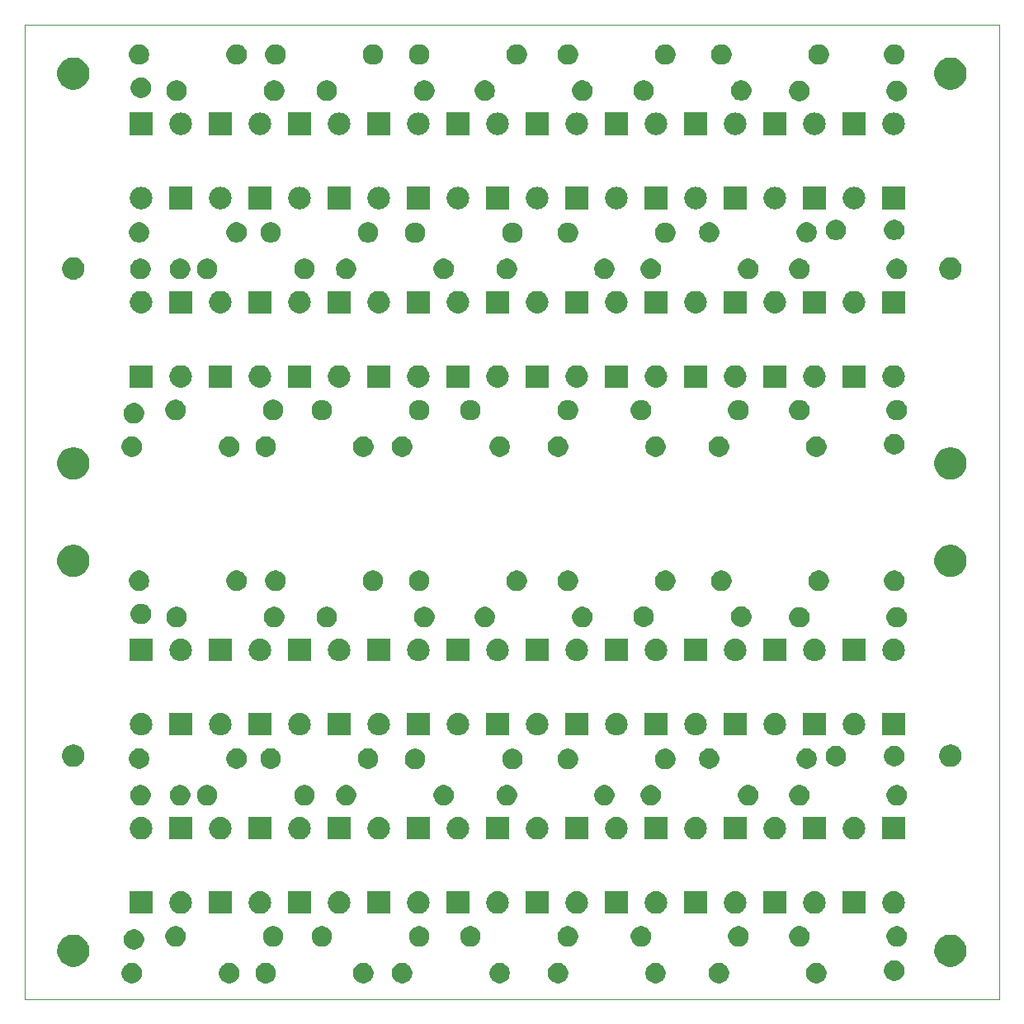
<source format=gbr>
G04 #@! TF.GenerationSoftware,KiCad,Pcbnew,5.1.4-e60b266~84~ubuntu16.04.1*
G04 #@! TF.CreationDate,2019-10-08T23:12:12-05:00*
G04 #@! TF.ProjectId,10x10p,31307831-3070-42e6-9b69-6361645f7063,rev?*
G04 #@! TF.SameCoordinates,Original*
G04 #@! TF.FileFunction,Soldermask,Top*
G04 #@! TF.FilePolarity,Negative*
%FSLAX46Y46*%
G04 Gerber Fmt 4.6, Leading zero omitted, Abs format (unit mm)*
G04 Created by KiCad (PCBNEW 5.1.4-e60b266~84~ubuntu16.04.1) date 2019-10-08 23:12:12*
%MOMM*%
%LPD*%
G04 APERTURE LIST*
%ADD10C,0.050000*%
%ADD11C,0.150000*%
G04 APERTURE END LIST*
D10*
X50000000Y-150000000D02*
X50000000Y-50000000D01*
X150000000Y-150000000D02*
X50000000Y-150000000D01*
X150000000Y-50000000D02*
X150000000Y-150000000D01*
X50000000Y-50000000D02*
X150000000Y-50000000D01*
D11*
G36*
X131546564Y-146279389D02*
G01*
X131737833Y-146358615D01*
X131737835Y-146358616D01*
X131909973Y-146473635D01*
X132056365Y-146620027D01*
X132077061Y-146651000D01*
X132171385Y-146792167D01*
X132250611Y-146983436D01*
X132291000Y-147186484D01*
X132291000Y-147393516D01*
X132250611Y-147596564D01*
X132203770Y-147709648D01*
X132171384Y-147787835D01*
X132056365Y-147959973D01*
X131909973Y-148106365D01*
X131737835Y-148221384D01*
X131737834Y-148221385D01*
X131737833Y-148221385D01*
X131546564Y-148300611D01*
X131343516Y-148341000D01*
X131136484Y-148341000D01*
X130933436Y-148300611D01*
X130742167Y-148221385D01*
X130742166Y-148221385D01*
X130742165Y-148221384D01*
X130570027Y-148106365D01*
X130423635Y-147959973D01*
X130308616Y-147787835D01*
X130276230Y-147709648D01*
X130229389Y-147596564D01*
X130189000Y-147393516D01*
X130189000Y-147186484D01*
X130229389Y-146983436D01*
X130308615Y-146792167D01*
X130402940Y-146651000D01*
X130423635Y-146620027D01*
X130570027Y-146473635D01*
X130742165Y-146358616D01*
X130742167Y-146358615D01*
X130933436Y-146279389D01*
X131136484Y-146239000D01*
X131343516Y-146239000D01*
X131546564Y-146279389D01*
X131546564Y-146279389D01*
G37*
G36*
X121546564Y-146279389D02*
G01*
X121737833Y-146358615D01*
X121737835Y-146358616D01*
X121909973Y-146473635D01*
X122056365Y-146620027D01*
X122077061Y-146651000D01*
X122171385Y-146792167D01*
X122250611Y-146983436D01*
X122291000Y-147186484D01*
X122291000Y-147393516D01*
X122250611Y-147596564D01*
X122203770Y-147709648D01*
X122171384Y-147787835D01*
X122056365Y-147959973D01*
X121909973Y-148106365D01*
X121737835Y-148221384D01*
X121737834Y-148221385D01*
X121737833Y-148221385D01*
X121546564Y-148300611D01*
X121343516Y-148341000D01*
X121136484Y-148341000D01*
X120933436Y-148300611D01*
X120742167Y-148221385D01*
X120742166Y-148221385D01*
X120742165Y-148221384D01*
X120570027Y-148106365D01*
X120423635Y-147959973D01*
X120308616Y-147787835D01*
X120276230Y-147709648D01*
X120229389Y-147596564D01*
X120189000Y-147393516D01*
X120189000Y-147186484D01*
X120229389Y-146983436D01*
X120308615Y-146792167D01*
X120402940Y-146651000D01*
X120423635Y-146620027D01*
X120570027Y-146473635D01*
X120742165Y-146358616D01*
X120742167Y-146358615D01*
X120933436Y-146279389D01*
X121136484Y-146239000D01*
X121343516Y-146239000D01*
X121546564Y-146279389D01*
X121546564Y-146279389D01*
G37*
G36*
X75046564Y-146279389D02*
G01*
X75237833Y-146358615D01*
X75237835Y-146358616D01*
X75409973Y-146473635D01*
X75556365Y-146620027D01*
X75577061Y-146651000D01*
X75671385Y-146792167D01*
X75750611Y-146983436D01*
X75791000Y-147186484D01*
X75791000Y-147393516D01*
X75750611Y-147596564D01*
X75703770Y-147709648D01*
X75671384Y-147787835D01*
X75556365Y-147959973D01*
X75409973Y-148106365D01*
X75237835Y-148221384D01*
X75237834Y-148221385D01*
X75237833Y-148221385D01*
X75046564Y-148300611D01*
X74843516Y-148341000D01*
X74636484Y-148341000D01*
X74433436Y-148300611D01*
X74242167Y-148221385D01*
X74242166Y-148221385D01*
X74242165Y-148221384D01*
X74070027Y-148106365D01*
X73923635Y-147959973D01*
X73808616Y-147787835D01*
X73776230Y-147709648D01*
X73729389Y-147596564D01*
X73689000Y-147393516D01*
X73689000Y-147186484D01*
X73729389Y-146983436D01*
X73808615Y-146792167D01*
X73902940Y-146651000D01*
X73923635Y-146620027D01*
X74070027Y-146473635D01*
X74242165Y-146358616D01*
X74242167Y-146358615D01*
X74433436Y-146279389D01*
X74636484Y-146239000D01*
X74843516Y-146239000D01*
X75046564Y-146279389D01*
X75046564Y-146279389D01*
G37*
G36*
X85046564Y-146279389D02*
G01*
X85237833Y-146358615D01*
X85237835Y-146358616D01*
X85409973Y-146473635D01*
X85556365Y-146620027D01*
X85577061Y-146651000D01*
X85671385Y-146792167D01*
X85750611Y-146983436D01*
X85791000Y-147186484D01*
X85791000Y-147393516D01*
X85750611Y-147596564D01*
X85703770Y-147709648D01*
X85671384Y-147787835D01*
X85556365Y-147959973D01*
X85409973Y-148106365D01*
X85237835Y-148221384D01*
X85237834Y-148221385D01*
X85237833Y-148221385D01*
X85046564Y-148300611D01*
X84843516Y-148341000D01*
X84636484Y-148341000D01*
X84433436Y-148300611D01*
X84242167Y-148221385D01*
X84242166Y-148221385D01*
X84242165Y-148221384D01*
X84070027Y-148106365D01*
X83923635Y-147959973D01*
X83808616Y-147787835D01*
X83776230Y-147709648D01*
X83729389Y-147596564D01*
X83689000Y-147393516D01*
X83689000Y-147186484D01*
X83729389Y-146983436D01*
X83808615Y-146792167D01*
X83902940Y-146651000D01*
X83923635Y-146620027D01*
X84070027Y-146473635D01*
X84242165Y-146358616D01*
X84242167Y-146358615D01*
X84433436Y-146279389D01*
X84636484Y-146239000D01*
X84843516Y-146239000D01*
X85046564Y-146279389D01*
X85046564Y-146279389D01*
G37*
G36*
X105046564Y-146279389D02*
G01*
X105237833Y-146358615D01*
X105237835Y-146358616D01*
X105409973Y-146473635D01*
X105556365Y-146620027D01*
X105577061Y-146651000D01*
X105671385Y-146792167D01*
X105750611Y-146983436D01*
X105791000Y-147186484D01*
X105791000Y-147393516D01*
X105750611Y-147596564D01*
X105703770Y-147709648D01*
X105671384Y-147787835D01*
X105556365Y-147959973D01*
X105409973Y-148106365D01*
X105237835Y-148221384D01*
X105237834Y-148221385D01*
X105237833Y-148221385D01*
X105046564Y-148300611D01*
X104843516Y-148341000D01*
X104636484Y-148341000D01*
X104433436Y-148300611D01*
X104242167Y-148221385D01*
X104242166Y-148221385D01*
X104242165Y-148221384D01*
X104070027Y-148106365D01*
X103923635Y-147959973D01*
X103808616Y-147787835D01*
X103776230Y-147709648D01*
X103729389Y-147596564D01*
X103689000Y-147393516D01*
X103689000Y-147186484D01*
X103729389Y-146983436D01*
X103808615Y-146792167D01*
X103902940Y-146651000D01*
X103923635Y-146620027D01*
X104070027Y-146473635D01*
X104242165Y-146358616D01*
X104242167Y-146358615D01*
X104433436Y-146279389D01*
X104636484Y-146239000D01*
X104843516Y-146239000D01*
X105046564Y-146279389D01*
X105046564Y-146279389D01*
G37*
G36*
X115046564Y-146279389D02*
G01*
X115237833Y-146358615D01*
X115237835Y-146358616D01*
X115409973Y-146473635D01*
X115556365Y-146620027D01*
X115577061Y-146651000D01*
X115671385Y-146792167D01*
X115750611Y-146983436D01*
X115791000Y-147186484D01*
X115791000Y-147393516D01*
X115750611Y-147596564D01*
X115703770Y-147709648D01*
X115671384Y-147787835D01*
X115556365Y-147959973D01*
X115409973Y-148106365D01*
X115237835Y-148221384D01*
X115237834Y-148221385D01*
X115237833Y-148221385D01*
X115046564Y-148300611D01*
X114843516Y-148341000D01*
X114636484Y-148341000D01*
X114433436Y-148300611D01*
X114242167Y-148221385D01*
X114242166Y-148221385D01*
X114242165Y-148221384D01*
X114070027Y-148106365D01*
X113923635Y-147959973D01*
X113808616Y-147787835D01*
X113776230Y-147709648D01*
X113729389Y-147596564D01*
X113689000Y-147393516D01*
X113689000Y-147186484D01*
X113729389Y-146983436D01*
X113808615Y-146792167D01*
X113902940Y-146651000D01*
X113923635Y-146620027D01*
X114070027Y-146473635D01*
X114242165Y-146358616D01*
X114242167Y-146358615D01*
X114433436Y-146279389D01*
X114636484Y-146239000D01*
X114843516Y-146239000D01*
X115046564Y-146279389D01*
X115046564Y-146279389D01*
G37*
G36*
X99046564Y-146279389D02*
G01*
X99237833Y-146358615D01*
X99237835Y-146358616D01*
X99409973Y-146473635D01*
X99556365Y-146620027D01*
X99577061Y-146651000D01*
X99671385Y-146792167D01*
X99750611Y-146983436D01*
X99791000Y-147186484D01*
X99791000Y-147393516D01*
X99750611Y-147596564D01*
X99703770Y-147709648D01*
X99671384Y-147787835D01*
X99556365Y-147959973D01*
X99409973Y-148106365D01*
X99237835Y-148221384D01*
X99237834Y-148221385D01*
X99237833Y-148221385D01*
X99046564Y-148300611D01*
X98843516Y-148341000D01*
X98636484Y-148341000D01*
X98433436Y-148300611D01*
X98242167Y-148221385D01*
X98242166Y-148221385D01*
X98242165Y-148221384D01*
X98070027Y-148106365D01*
X97923635Y-147959973D01*
X97808616Y-147787835D01*
X97776230Y-147709648D01*
X97729389Y-147596564D01*
X97689000Y-147393516D01*
X97689000Y-147186484D01*
X97729389Y-146983436D01*
X97808615Y-146792167D01*
X97902940Y-146651000D01*
X97923635Y-146620027D01*
X98070027Y-146473635D01*
X98242165Y-146358616D01*
X98242167Y-146358615D01*
X98433436Y-146279389D01*
X98636484Y-146239000D01*
X98843516Y-146239000D01*
X99046564Y-146279389D01*
X99046564Y-146279389D01*
G37*
G36*
X61296564Y-146279389D02*
G01*
X61487833Y-146358615D01*
X61487835Y-146358616D01*
X61659973Y-146473635D01*
X61806365Y-146620027D01*
X61827061Y-146651000D01*
X61921385Y-146792167D01*
X62000611Y-146983436D01*
X62041000Y-147186484D01*
X62041000Y-147393516D01*
X62000611Y-147596564D01*
X61953770Y-147709648D01*
X61921384Y-147787835D01*
X61806365Y-147959973D01*
X61659973Y-148106365D01*
X61487835Y-148221384D01*
X61487834Y-148221385D01*
X61487833Y-148221385D01*
X61296564Y-148300611D01*
X61093516Y-148341000D01*
X60886484Y-148341000D01*
X60683436Y-148300611D01*
X60492167Y-148221385D01*
X60492166Y-148221385D01*
X60492165Y-148221384D01*
X60320027Y-148106365D01*
X60173635Y-147959973D01*
X60058616Y-147787835D01*
X60026230Y-147709648D01*
X59979389Y-147596564D01*
X59939000Y-147393516D01*
X59939000Y-147186484D01*
X59979389Y-146983436D01*
X60058615Y-146792167D01*
X60152940Y-146651000D01*
X60173635Y-146620027D01*
X60320027Y-146473635D01*
X60492165Y-146358616D01*
X60492167Y-146358615D01*
X60683436Y-146279389D01*
X60886484Y-146239000D01*
X61093516Y-146239000D01*
X61296564Y-146279389D01*
X61296564Y-146279389D01*
G37*
G36*
X71296564Y-146279389D02*
G01*
X71487833Y-146358615D01*
X71487835Y-146358616D01*
X71659973Y-146473635D01*
X71806365Y-146620027D01*
X71827061Y-146651000D01*
X71921385Y-146792167D01*
X72000611Y-146983436D01*
X72041000Y-147186484D01*
X72041000Y-147393516D01*
X72000611Y-147596564D01*
X71953770Y-147709648D01*
X71921384Y-147787835D01*
X71806365Y-147959973D01*
X71659973Y-148106365D01*
X71487835Y-148221384D01*
X71487834Y-148221385D01*
X71487833Y-148221385D01*
X71296564Y-148300611D01*
X71093516Y-148341000D01*
X70886484Y-148341000D01*
X70683436Y-148300611D01*
X70492167Y-148221385D01*
X70492166Y-148221385D01*
X70492165Y-148221384D01*
X70320027Y-148106365D01*
X70173635Y-147959973D01*
X70058616Y-147787835D01*
X70026230Y-147709648D01*
X69979389Y-147596564D01*
X69939000Y-147393516D01*
X69939000Y-147186484D01*
X69979389Y-146983436D01*
X70058615Y-146792167D01*
X70152940Y-146651000D01*
X70173635Y-146620027D01*
X70320027Y-146473635D01*
X70492165Y-146358616D01*
X70492167Y-146358615D01*
X70683436Y-146279389D01*
X70886484Y-146239000D01*
X71093516Y-146239000D01*
X71296564Y-146279389D01*
X71296564Y-146279389D01*
G37*
G36*
X89046564Y-146279389D02*
G01*
X89237833Y-146358615D01*
X89237835Y-146358616D01*
X89409973Y-146473635D01*
X89556365Y-146620027D01*
X89577061Y-146651000D01*
X89671385Y-146792167D01*
X89750611Y-146983436D01*
X89791000Y-147186484D01*
X89791000Y-147393516D01*
X89750611Y-147596564D01*
X89703770Y-147709648D01*
X89671384Y-147787835D01*
X89556365Y-147959973D01*
X89409973Y-148106365D01*
X89237835Y-148221384D01*
X89237834Y-148221385D01*
X89237833Y-148221385D01*
X89046564Y-148300611D01*
X88843516Y-148341000D01*
X88636484Y-148341000D01*
X88433436Y-148300611D01*
X88242167Y-148221385D01*
X88242166Y-148221385D01*
X88242165Y-148221384D01*
X88070027Y-148106365D01*
X87923635Y-147959973D01*
X87808616Y-147787835D01*
X87776230Y-147709648D01*
X87729389Y-147596564D01*
X87689000Y-147393516D01*
X87689000Y-147186484D01*
X87729389Y-146983436D01*
X87808615Y-146792167D01*
X87902940Y-146651000D01*
X87923635Y-146620027D01*
X88070027Y-146473635D01*
X88242165Y-146358616D01*
X88242167Y-146358615D01*
X88433436Y-146279389D01*
X88636484Y-146239000D01*
X88843516Y-146239000D01*
X89046564Y-146279389D01*
X89046564Y-146279389D01*
G37*
G36*
X139546416Y-146029879D02*
G01*
X139737592Y-146109067D01*
X139737594Y-146109068D01*
X139909648Y-146224031D01*
X140055969Y-146370352D01*
X140124981Y-146473635D01*
X140170933Y-146542408D01*
X140250121Y-146733584D01*
X140290490Y-146936534D01*
X140290490Y-147143466D01*
X140250121Y-147346416D01*
X140230612Y-147393514D01*
X140170932Y-147537594D01*
X140055969Y-147709648D01*
X139909648Y-147855969D01*
X139737594Y-147970932D01*
X139737593Y-147970933D01*
X139737592Y-147970933D01*
X139546416Y-148050121D01*
X139343466Y-148090490D01*
X139136534Y-148090490D01*
X138933584Y-148050121D01*
X138742408Y-147970933D01*
X138742407Y-147970933D01*
X138742406Y-147970932D01*
X138570352Y-147855969D01*
X138424031Y-147709648D01*
X138309068Y-147537594D01*
X138249388Y-147393514D01*
X138229879Y-147346416D01*
X138189510Y-147143466D01*
X138189510Y-146936534D01*
X138229879Y-146733584D01*
X138309067Y-146542408D01*
X138355020Y-146473635D01*
X138424031Y-146370352D01*
X138570352Y-146224031D01*
X138742406Y-146109068D01*
X138742408Y-146109067D01*
X138933584Y-146029879D01*
X139136534Y-145989510D01*
X139343466Y-145989510D01*
X139546416Y-146029879D01*
X139546416Y-146029879D01*
G37*
G36*
X55375256Y-143391298D02*
G01*
X55481579Y-143412447D01*
X55782042Y-143536903D01*
X56052451Y-143717585D01*
X56282415Y-143947549D01*
X56463097Y-144217958D01*
X56568070Y-144471384D01*
X56587553Y-144518422D01*
X56639492Y-144779533D01*
X56651000Y-144837391D01*
X56651000Y-145162609D01*
X56587553Y-145481579D01*
X56463097Y-145782042D01*
X56282415Y-146052451D01*
X56052451Y-146282415D01*
X55782042Y-146463097D01*
X55481579Y-146587553D01*
X55375256Y-146608702D01*
X55162611Y-146651000D01*
X54837389Y-146651000D01*
X54624744Y-146608702D01*
X54518421Y-146587553D01*
X54217958Y-146463097D01*
X53947549Y-146282415D01*
X53717585Y-146052451D01*
X53536903Y-145782042D01*
X53412447Y-145481579D01*
X53349000Y-145162609D01*
X53349000Y-144837391D01*
X53360509Y-144779533D01*
X53412447Y-144518422D01*
X53431931Y-144471384D01*
X53536903Y-144217958D01*
X53717585Y-143947549D01*
X53947549Y-143717585D01*
X54217958Y-143536903D01*
X54518421Y-143412447D01*
X54624744Y-143391298D01*
X54837389Y-143349000D01*
X55162611Y-143349000D01*
X55375256Y-143391298D01*
X55375256Y-143391298D01*
G37*
G36*
X145375256Y-143391298D02*
G01*
X145481579Y-143412447D01*
X145782042Y-143536903D01*
X146052451Y-143717585D01*
X146282415Y-143947549D01*
X146463097Y-144217958D01*
X146568070Y-144471384D01*
X146587553Y-144518422D01*
X146639492Y-144779533D01*
X146651000Y-144837391D01*
X146651000Y-145162609D01*
X146587553Y-145481579D01*
X146463097Y-145782042D01*
X146282415Y-146052451D01*
X146052451Y-146282415D01*
X145782042Y-146463097D01*
X145481579Y-146587553D01*
X145375256Y-146608702D01*
X145162611Y-146651000D01*
X144837389Y-146651000D01*
X144624744Y-146608702D01*
X144518421Y-146587553D01*
X144217958Y-146463097D01*
X143947549Y-146282415D01*
X143717585Y-146052451D01*
X143536903Y-145782042D01*
X143412447Y-145481579D01*
X143349000Y-145162609D01*
X143349000Y-144837391D01*
X143360509Y-144779533D01*
X143412447Y-144518422D01*
X143431931Y-144471384D01*
X143536903Y-144217958D01*
X143717585Y-143947549D01*
X143947549Y-143717585D01*
X144217958Y-143536903D01*
X144518421Y-143412447D01*
X144624744Y-143391298D01*
X144837389Y-143349000D01*
X145162611Y-143349000D01*
X145375256Y-143391298D01*
X145375256Y-143391298D01*
G37*
G36*
X61525816Y-142838479D02*
G01*
X61716992Y-142917667D01*
X61716994Y-142917668D01*
X61889048Y-143032631D01*
X62035369Y-143178952D01*
X62148992Y-143349000D01*
X62150333Y-143351008D01*
X62229521Y-143542184D01*
X62269890Y-143745134D01*
X62269890Y-143952066D01*
X62229521Y-144155016D01*
X62155066Y-144334765D01*
X62150332Y-144346194D01*
X62035369Y-144518248D01*
X61889048Y-144664569D01*
X61716994Y-144779532D01*
X61716993Y-144779533D01*
X61716992Y-144779533D01*
X61525816Y-144858721D01*
X61322866Y-144899090D01*
X61115934Y-144899090D01*
X60912984Y-144858721D01*
X60721808Y-144779533D01*
X60721807Y-144779533D01*
X60721806Y-144779532D01*
X60549752Y-144664569D01*
X60403431Y-144518248D01*
X60288468Y-144346194D01*
X60283734Y-144334765D01*
X60209279Y-144155016D01*
X60168910Y-143952066D01*
X60168910Y-143745134D01*
X60209279Y-143542184D01*
X60288467Y-143351008D01*
X60289809Y-143349000D01*
X60403431Y-143178952D01*
X60549752Y-143032631D01*
X60721806Y-142917668D01*
X60721808Y-142917667D01*
X60912984Y-142838479D01*
X61115934Y-142798110D01*
X61322866Y-142798110D01*
X61525816Y-142838479D01*
X61525816Y-142838479D01*
G37*
G36*
X106046564Y-142529389D02*
G01*
X106185688Y-142587016D01*
X106237835Y-142608616D01*
X106409973Y-142723635D01*
X106556365Y-142870027D01*
X106665014Y-143032631D01*
X106671385Y-143042167D01*
X106750611Y-143233436D01*
X106791000Y-143436484D01*
X106791000Y-143643516D01*
X106750611Y-143846564D01*
X106680332Y-144016233D01*
X106671384Y-144037835D01*
X106556365Y-144209973D01*
X106409973Y-144356365D01*
X106237835Y-144471384D01*
X106237834Y-144471385D01*
X106237833Y-144471385D01*
X106046564Y-144550611D01*
X105843516Y-144591000D01*
X105636484Y-144591000D01*
X105433436Y-144550611D01*
X105242167Y-144471385D01*
X105242166Y-144471385D01*
X105242165Y-144471384D01*
X105070027Y-144356365D01*
X104923635Y-144209973D01*
X104808616Y-144037835D01*
X104799668Y-144016233D01*
X104729389Y-143846564D01*
X104689000Y-143643516D01*
X104689000Y-143436484D01*
X104729389Y-143233436D01*
X104808615Y-143042167D01*
X104814987Y-143032631D01*
X104923635Y-142870027D01*
X105070027Y-142723635D01*
X105242165Y-142608616D01*
X105294312Y-142587016D01*
X105433436Y-142529389D01*
X105636484Y-142489000D01*
X105843516Y-142489000D01*
X106046564Y-142529389D01*
X106046564Y-142529389D01*
G37*
G36*
X90796564Y-142529389D02*
G01*
X90935688Y-142587016D01*
X90987835Y-142608616D01*
X91159973Y-142723635D01*
X91306365Y-142870027D01*
X91415014Y-143032631D01*
X91421385Y-143042167D01*
X91500611Y-143233436D01*
X91541000Y-143436484D01*
X91541000Y-143643516D01*
X91500611Y-143846564D01*
X91430332Y-144016233D01*
X91421384Y-144037835D01*
X91306365Y-144209973D01*
X91159973Y-144356365D01*
X90987835Y-144471384D01*
X90987834Y-144471385D01*
X90987833Y-144471385D01*
X90796564Y-144550611D01*
X90593516Y-144591000D01*
X90386484Y-144591000D01*
X90183436Y-144550611D01*
X89992167Y-144471385D01*
X89992166Y-144471385D01*
X89992165Y-144471384D01*
X89820027Y-144356365D01*
X89673635Y-144209973D01*
X89558616Y-144037835D01*
X89549668Y-144016233D01*
X89479389Y-143846564D01*
X89439000Y-143643516D01*
X89439000Y-143436484D01*
X89479389Y-143233436D01*
X89558615Y-143042167D01*
X89564987Y-143032631D01*
X89673635Y-142870027D01*
X89820027Y-142723635D01*
X89992165Y-142608616D01*
X90044312Y-142587016D01*
X90183436Y-142529389D01*
X90386484Y-142489000D01*
X90593516Y-142489000D01*
X90796564Y-142529389D01*
X90796564Y-142529389D01*
G37*
G36*
X80796564Y-142529389D02*
G01*
X80935688Y-142587016D01*
X80987835Y-142608616D01*
X81159973Y-142723635D01*
X81306365Y-142870027D01*
X81415014Y-143032631D01*
X81421385Y-143042167D01*
X81500611Y-143233436D01*
X81541000Y-143436484D01*
X81541000Y-143643516D01*
X81500611Y-143846564D01*
X81430332Y-144016233D01*
X81421384Y-144037835D01*
X81306365Y-144209973D01*
X81159973Y-144356365D01*
X80987835Y-144471384D01*
X80987834Y-144471385D01*
X80987833Y-144471385D01*
X80796564Y-144550611D01*
X80593516Y-144591000D01*
X80386484Y-144591000D01*
X80183436Y-144550611D01*
X79992167Y-144471385D01*
X79992166Y-144471385D01*
X79992165Y-144471384D01*
X79820027Y-144356365D01*
X79673635Y-144209973D01*
X79558616Y-144037835D01*
X79549668Y-144016233D01*
X79479389Y-143846564D01*
X79439000Y-143643516D01*
X79439000Y-143436484D01*
X79479389Y-143233436D01*
X79558615Y-143042167D01*
X79564987Y-143032631D01*
X79673635Y-142870027D01*
X79820027Y-142723635D01*
X79992165Y-142608616D01*
X80044312Y-142587016D01*
X80183436Y-142529389D01*
X80386484Y-142489000D01*
X80593516Y-142489000D01*
X80796564Y-142529389D01*
X80796564Y-142529389D01*
G37*
G36*
X113546564Y-142529389D02*
G01*
X113685688Y-142587016D01*
X113737835Y-142608616D01*
X113909973Y-142723635D01*
X114056365Y-142870027D01*
X114165014Y-143032631D01*
X114171385Y-143042167D01*
X114250611Y-143233436D01*
X114291000Y-143436484D01*
X114291000Y-143643516D01*
X114250611Y-143846564D01*
X114180332Y-144016233D01*
X114171384Y-144037835D01*
X114056365Y-144209973D01*
X113909973Y-144356365D01*
X113737835Y-144471384D01*
X113737834Y-144471385D01*
X113737833Y-144471385D01*
X113546564Y-144550611D01*
X113343516Y-144591000D01*
X113136484Y-144591000D01*
X112933436Y-144550611D01*
X112742167Y-144471385D01*
X112742166Y-144471385D01*
X112742165Y-144471384D01*
X112570027Y-144356365D01*
X112423635Y-144209973D01*
X112308616Y-144037835D01*
X112299668Y-144016233D01*
X112229389Y-143846564D01*
X112189000Y-143643516D01*
X112189000Y-143436484D01*
X112229389Y-143233436D01*
X112308615Y-143042167D01*
X112314987Y-143032631D01*
X112423635Y-142870027D01*
X112570027Y-142723635D01*
X112742165Y-142608616D01*
X112794312Y-142587016D01*
X112933436Y-142529389D01*
X113136484Y-142489000D01*
X113343516Y-142489000D01*
X113546564Y-142529389D01*
X113546564Y-142529389D01*
G37*
G36*
X123546564Y-142529389D02*
G01*
X123685688Y-142587016D01*
X123737835Y-142608616D01*
X123909973Y-142723635D01*
X124056365Y-142870027D01*
X124165014Y-143032631D01*
X124171385Y-143042167D01*
X124250611Y-143233436D01*
X124291000Y-143436484D01*
X124291000Y-143643516D01*
X124250611Y-143846564D01*
X124180332Y-144016233D01*
X124171384Y-144037835D01*
X124056365Y-144209973D01*
X123909973Y-144356365D01*
X123737835Y-144471384D01*
X123737834Y-144471385D01*
X123737833Y-144471385D01*
X123546564Y-144550611D01*
X123343516Y-144591000D01*
X123136484Y-144591000D01*
X122933436Y-144550611D01*
X122742167Y-144471385D01*
X122742166Y-144471385D01*
X122742165Y-144471384D01*
X122570027Y-144356365D01*
X122423635Y-144209973D01*
X122308616Y-144037835D01*
X122299668Y-144016233D01*
X122229389Y-143846564D01*
X122189000Y-143643516D01*
X122189000Y-143436484D01*
X122229389Y-143233436D01*
X122308615Y-143042167D01*
X122314987Y-143032631D01*
X122423635Y-142870027D01*
X122570027Y-142723635D01*
X122742165Y-142608616D01*
X122794312Y-142587016D01*
X122933436Y-142529389D01*
X123136484Y-142489000D01*
X123343516Y-142489000D01*
X123546564Y-142529389D01*
X123546564Y-142529389D01*
G37*
G36*
X139796564Y-142529389D02*
G01*
X139935688Y-142587016D01*
X139987835Y-142608616D01*
X140159973Y-142723635D01*
X140306365Y-142870027D01*
X140415014Y-143032631D01*
X140421385Y-143042167D01*
X140500611Y-143233436D01*
X140541000Y-143436484D01*
X140541000Y-143643516D01*
X140500611Y-143846564D01*
X140430332Y-144016233D01*
X140421384Y-144037835D01*
X140306365Y-144209973D01*
X140159973Y-144356365D01*
X139987835Y-144471384D01*
X139987834Y-144471385D01*
X139987833Y-144471385D01*
X139796564Y-144550611D01*
X139593516Y-144591000D01*
X139386484Y-144591000D01*
X139183436Y-144550611D01*
X138992167Y-144471385D01*
X138992166Y-144471385D01*
X138992165Y-144471384D01*
X138820027Y-144356365D01*
X138673635Y-144209973D01*
X138558616Y-144037835D01*
X138549668Y-144016233D01*
X138479389Y-143846564D01*
X138439000Y-143643516D01*
X138439000Y-143436484D01*
X138479389Y-143233436D01*
X138558615Y-143042167D01*
X138564987Y-143032631D01*
X138673635Y-142870027D01*
X138820027Y-142723635D01*
X138992165Y-142608616D01*
X139044312Y-142587016D01*
X139183436Y-142529389D01*
X139386484Y-142489000D01*
X139593516Y-142489000D01*
X139796564Y-142529389D01*
X139796564Y-142529389D01*
G37*
G36*
X129796564Y-142529389D02*
G01*
X129935688Y-142587016D01*
X129987835Y-142608616D01*
X130159973Y-142723635D01*
X130306365Y-142870027D01*
X130415014Y-143032631D01*
X130421385Y-143042167D01*
X130500611Y-143233436D01*
X130541000Y-143436484D01*
X130541000Y-143643516D01*
X130500611Y-143846564D01*
X130430332Y-144016233D01*
X130421384Y-144037835D01*
X130306365Y-144209973D01*
X130159973Y-144356365D01*
X129987835Y-144471384D01*
X129987834Y-144471385D01*
X129987833Y-144471385D01*
X129796564Y-144550611D01*
X129593516Y-144591000D01*
X129386484Y-144591000D01*
X129183436Y-144550611D01*
X128992167Y-144471385D01*
X128992166Y-144471385D01*
X128992165Y-144471384D01*
X128820027Y-144356365D01*
X128673635Y-144209973D01*
X128558616Y-144037835D01*
X128549668Y-144016233D01*
X128479389Y-143846564D01*
X128439000Y-143643516D01*
X128439000Y-143436484D01*
X128479389Y-143233436D01*
X128558615Y-143042167D01*
X128564987Y-143032631D01*
X128673635Y-142870027D01*
X128820027Y-142723635D01*
X128992165Y-142608616D01*
X129044312Y-142587016D01*
X129183436Y-142529389D01*
X129386484Y-142489000D01*
X129593516Y-142489000D01*
X129796564Y-142529389D01*
X129796564Y-142529389D01*
G37*
G36*
X96046564Y-142529389D02*
G01*
X96185688Y-142587016D01*
X96237835Y-142608616D01*
X96409973Y-142723635D01*
X96556365Y-142870027D01*
X96665014Y-143032631D01*
X96671385Y-143042167D01*
X96750611Y-143233436D01*
X96791000Y-143436484D01*
X96791000Y-143643516D01*
X96750611Y-143846564D01*
X96680332Y-144016233D01*
X96671384Y-144037835D01*
X96556365Y-144209973D01*
X96409973Y-144356365D01*
X96237835Y-144471384D01*
X96237834Y-144471385D01*
X96237833Y-144471385D01*
X96046564Y-144550611D01*
X95843516Y-144591000D01*
X95636484Y-144591000D01*
X95433436Y-144550611D01*
X95242167Y-144471385D01*
X95242166Y-144471385D01*
X95242165Y-144471384D01*
X95070027Y-144356365D01*
X94923635Y-144209973D01*
X94808616Y-144037835D01*
X94799668Y-144016233D01*
X94729389Y-143846564D01*
X94689000Y-143643516D01*
X94689000Y-143436484D01*
X94729389Y-143233436D01*
X94808615Y-143042167D01*
X94814987Y-143032631D01*
X94923635Y-142870027D01*
X95070027Y-142723635D01*
X95242165Y-142608616D01*
X95294312Y-142587016D01*
X95433436Y-142529389D01*
X95636484Y-142489000D01*
X95843516Y-142489000D01*
X96046564Y-142529389D01*
X96046564Y-142529389D01*
G37*
G36*
X75800764Y-142507789D02*
G01*
X75992033Y-142587015D01*
X75992035Y-142587016D01*
X76164173Y-142702035D01*
X76310565Y-142848427D01*
X76425585Y-143020567D01*
X76504811Y-143211836D01*
X76545200Y-143414884D01*
X76545200Y-143621916D01*
X76504811Y-143824964D01*
X76425585Y-144016233D01*
X76425584Y-144016235D01*
X76310565Y-144188373D01*
X76164173Y-144334765D01*
X75992035Y-144449784D01*
X75992034Y-144449785D01*
X75992033Y-144449785D01*
X75800764Y-144529011D01*
X75597716Y-144569400D01*
X75390684Y-144569400D01*
X75187636Y-144529011D01*
X74996367Y-144449785D01*
X74996366Y-144449785D01*
X74996365Y-144449784D01*
X74824227Y-144334765D01*
X74677835Y-144188373D01*
X74562816Y-144016235D01*
X74562815Y-144016233D01*
X74483589Y-143824964D01*
X74443200Y-143621916D01*
X74443200Y-143414884D01*
X74483589Y-143211836D01*
X74562815Y-143020567D01*
X74677835Y-142848427D01*
X74824227Y-142702035D01*
X74996365Y-142587016D01*
X74996367Y-142587015D01*
X75187636Y-142507789D01*
X75390684Y-142467400D01*
X75597716Y-142467400D01*
X75800764Y-142507789D01*
X75800764Y-142507789D01*
G37*
G36*
X65800764Y-142507789D02*
G01*
X65992033Y-142587015D01*
X65992035Y-142587016D01*
X66164173Y-142702035D01*
X66310565Y-142848427D01*
X66425585Y-143020567D01*
X66504811Y-143211836D01*
X66545200Y-143414884D01*
X66545200Y-143621916D01*
X66504811Y-143824964D01*
X66425585Y-144016233D01*
X66425584Y-144016235D01*
X66310565Y-144188373D01*
X66164173Y-144334765D01*
X65992035Y-144449784D01*
X65992034Y-144449785D01*
X65992033Y-144449785D01*
X65800764Y-144529011D01*
X65597716Y-144569400D01*
X65390684Y-144569400D01*
X65187636Y-144529011D01*
X64996367Y-144449785D01*
X64996366Y-144449785D01*
X64996365Y-144449784D01*
X64824227Y-144334765D01*
X64677835Y-144188373D01*
X64562816Y-144016235D01*
X64562815Y-144016233D01*
X64483589Y-143824964D01*
X64443200Y-143621916D01*
X64443200Y-143414884D01*
X64483589Y-143211836D01*
X64562815Y-143020567D01*
X64677835Y-142848427D01*
X64824227Y-142702035D01*
X64996365Y-142587016D01*
X64996367Y-142587015D01*
X65187636Y-142507789D01*
X65390684Y-142467400D01*
X65597716Y-142467400D01*
X65800764Y-142507789D01*
X65800764Y-142507789D01*
G37*
G36*
X123085271Y-138932103D02*
G01*
X123141635Y-138937654D01*
X123358600Y-139003470D01*
X123358602Y-139003471D01*
X123558555Y-139110347D01*
X123733818Y-139254182D01*
X123877653Y-139429445D01*
X123984529Y-139629398D01*
X124050346Y-139846366D01*
X124072569Y-140072000D01*
X124050346Y-140297634D01*
X123984529Y-140514602D01*
X123877653Y-140714555D01*
X123733818Y-140889818D01*
X123558555Y-141033653D01*
X123358602Y-141140529D01*
X123358600Y-141140530D01*
X123141635Y-141206346D01*
X123085271Y-141211897D01*
X122972545Y-141223000D01*
X122859455Y-141223000D01*
X122746729Y-141211897D01*
X122690365Y-141206346D01*
X122473400Y-141140530D01*
X122473398Y-141140529D01*
X122273445Y-141033653D01*
X122098182Y-140889818D01*
X121954347Y-140714555D01*
X121847471Y-140514602D01*
X121781654Y-140297634D01*
X121759431Y-140072000D01*
X121781654Y-139846366D01*
X121847471Y-139629398D01*
X121954347Y-139429445D01*
X122098182Y-139254182D01*
X122273445Y-139110347D01*
X122473398Y-139003471D01*
X122473400Y-139003470D01*
X122690365Y-138937654D01*
X122746729Y-138932103D01*
X122859455Y-138921000D01*
X122972545Y-138921000D01*
X123085271Y-138932103D01*
X123085271Y-138932103D01*
G37*
G36*
X128131000Y-141223000D02*
G01*
X125829000Y-141223000D01*
X125829000Y-138921000D01*
X128131000Y-138921000D01*
X128131000Y-141223000D01*
X128131000Y-141223000D01*
G37*
G36*
X139341271Y-138932103D02*
G01*
X139397635Y-138937654D01*
X139614600Y-139003470D01*
X139614602Y-139003471D01*
X139814555Y-139110347D01*
X139989818Y-139254182D01*
X140133653Y-139429445D01*
X140240529Y-139629398D01*
X140306346Y-139846366D01*
X140328569Y-140072000D01*
X140306346Y-140297634D01*
X140240529Y-140514602D01*
X140133653Y-140714555D01*
X139989818Y-140889818D01*
X139814555Y-141033653D01*
X139614602Y-141140529D01*
X139614600Y-141140530D01*
X139397635Y-141206346D01*
X139341271Y-141211897D01*
X139228545Y-141223000D01*
X139115455Y-141223000D01*
X139002729Y-141211897D01*
X138946365Y-141206346D01*
X138729400Y-141140530D01*
X138729398Y-141140529D01*
X138529445Y-141033653D01*
X138354182Y-140889818D01*
X138210347Y-140714555D01*
X138103471Y-140514602D01*
X138037654Y-140297634D01*
X138015431Y-140072000D01*
X138037654Y-139846366D01*
X138103471Y-139629398D01*
X138210347Y-139429445D01*
X138354182Y-139254182D01*
X138529445Y-139110347D01*
X138729398Y-139003471D01*
X138729400Y-139003470D01*
X138946365Y-138937654D01*
X139002729Y-138932103D01*
X139115455Y-138921000D01*
X139228545Y-138921000D01*
X139341271Y-138932103D01*
X139341271Y-138932103D01*
G37*
G36*
X136259000Y-141223000D02*
G01*
X133957000Y-141223000D01*
X133957000Y-138921000D01*
X136259000Y-138921000D01*
X136259000Y-141223000D01*
X136259000Y-141223000D01*
G37*
G36*
X98701271Y-138932103D02*
G01*
X98757635Y-138937654D01*
X98974600Y-139003470D01*
X98974602Y-139003471D01*
X99174555Y-139110347D01*
X99349818Y-139254182D01*
X99493653Y-139429445D01*
X99600529Y-139629398D01*
X99666346Y-139846366D01*
X99688569Y-140072000D01*
X99666346Y-140297634D01*
X99600529Y-140514602D01*
X99493653Y-140714555D01*
X99349818Y-140889818D01*
X99174555Y-141033653D01*
X98974602Y-141140529D01*
X98974600Y-141140530D01*
X98757635Y-141206346D01*
X98701271Y-141211897D01*
X98588545Y-141223000D01*
X98475455Y-141223000D01*
X98362729Y-141211897D01*
X98306365Y-141206346D01*
X98089400Y-141140530D01*
X98089398Y-141140529D01*
X97889445Y-141033653D01*
X97714182Y-140889818D01*
X97570347Y-140714555D01*
X97463471Y-140514602D01*
X97397654Y-140297634D01*
X97375431Y-140072000D01*
X97397654Y-139846366D01*
X97463471Y-139629398D01*
X97570347Y-139429445D01*
X97714182Y-139254182D01*
X97889445Y-139110347D01*
X98089398Y-139003471D01*
X98089400Y-139003470D01*
X98306365Y-138937654D01*
X98362729Y-138932103D01*
X98475455Y-138921000D01*
X98588545Y-138921000D01*
X98701271Y-138932103D01*
X98701271Y-138932103D01*
G37*
G36*
X71235000Y-141223000D02*
G01*
X68933000Y-141223000D01*
X68933000Y-138921000D01*
X71235000Y-138921000D01*
X71235000Y-141223000D01*
X71235000Y-141223000D01*
G37*
G36*
X66189271Y-138932103D02*
G01*
X66245635Y-138937654D01*
X66462600Y-139003470D01*
X66462602Y-139003471D01*
X66662555Y-139110347D01*
X66837818Y-139254182D01*
X66981653Y-139429445D01*
X67088529Y-139629398D01*
X67154346Y-139846366D01*
X67176569Y-140072000D01*
X67154346Y-140297634D01*
X67088529Y-140514602D01*
X66981653Y-140714555D01*
X66837818Y-140889818D01*
X66662555Y-141033653D01*
X66462602Y-141140529D01*
X66462600Y-141140530D01*
X66245635Y-141206346D01*
X66189271Y-141211897D01*
X66076545Y-141223000D01*
X65963455Y-141223000D01*
X65850729Y-141211897D01*
X65794365Y-141206346D01*
X65577400Y-141140530D01*
X65577398Y-141140529D01*
X65377445Y-141033653D01*
X65202182Y-140889818D01*
X65058347Y-140714555D01*
X64951471Y-140514602D01*
X64885654Y-140297634D01*
X64863431Y-140072000D01*
X64885654Y-139846366D01*
X64951471Y-139629398D01*
X65058347Y-139429445D01*
X65202182Y-139254182D01*
X65377445Y-139110347D01*
X65577398Y-139003471D01*
X65577400Y-139003470D01*
X65794365Y-138937654D01*
X65850729Y-138932103D01*
X65963455Y-138921000D01*
X66076545Y-138921000D01*
X66189271Y-138932103D01*
X66189271Y-138932103D01*
G37*
G36*
X63107000Y-141223000D02*
G01*
X60805000Y-141223000D01*
X60805000Y-138921000D01*
X63107000Y-138921000D01*
X63107000Y-141223000D01*
X63107000Y-141223000D01*
G37*
G36*
X131213271Y-138932103D02*
G01*
X131269635Y-138937654D01*
X131486600Y-139003470D01*
X131486602Y-139003471D01*
X131686555Y-139110347D01*
X131861818Y-139254182D01*
X132005653Y-139429445D01*
X132112529Y-139629398D01*
X132178346Y-139846366D01*
X132200569Y-140072000D01*
X132178346Y-140297634D01*
X132112529Y-140514602D01*
X132005653Y-140714555D01*
X131861818Y-140889818D01*
X131686555Y-141033653D01*
X131486602Y-141140529D01*
X131486600Y-141140530D01*
X131269635Y-141206346D01*
X131213271Y-141211897D01*
X131100545Y-141223000D01*
X130987455Y-141223000D01*
X130874729Y-141211897D01*
X130818365Y-141206346D01*
X130601400Y-141140530D01*
X130601398Y-141140529D01*
X130401445Y-141033653D01*
X130226182Y-140889818D01*
X130082347Y-140714555D01*
X129975471Y-140514602D01*
X129909654Y-140297634D01*
X129887431Y-140072000D01*
X129909654Y-139846366D01*
X129975471Y-139629398D01*
X130082347Y-139429445D01*
X130226182Y-139254182D01*
X130401445Y-139110347D01*
X130601398Y-139003471D01*
X130601400Y-139003470D01*
X130818365Y-138937654D01*
X130874729Y-138932103D01*
X130987455Y-138921000D01*
X131100545Y-138921000D01*
X131213271Y-138932103D01*
X131213271Y-138932103D01*
G37*
G36*
X103747000Y-141223000D02*
G01*
X101445000Y-141223000D01*
X101445000Y-138921000D01*
X103747000Y-138921000D01*
X103747000Y-141223000D01*
X103747000Y-141223000D01*
G37*
G36*
X111875000Y-141223000D02*
G01*
X109573000Y-141223000D01*
X109573000Y-138921000D01*
X111875000Y-138921000D01*
X111875000Y-141223000D01*
X111875000Y-141223000D01*
G37*
G36*
X74317271Y-138932103D02*
G01*
X74373635Y-138937654D01*
X74590600Y-139003470D01*
X74590602Y-139003471D01*
X74790555Y-139110347D01*
X74965818Y-139254182D01*
X75109653Y-139429445D01*
X75216529Y-139629398D01*
X75282346Y-139846366D01*
X75304569Y-140072000D01*
X75282346Y-140297634D01*
X75216529Y-140514602D01*
X75109653Y-140714555D01*
X74965818Y-140889818D01*
X74790555Y-141033653D01*
X74590602Y-141140529D01*
X74590600Y-141140530D01*
X74373635Y-141206346D01*
X74317271Y-141211897D01*
X74204545Y-141223000D01*
X74091455Y-141223000D01*
X73978729Y-141211897D01*
X73922365Y-141206346D01*
X73705400Y-141140530D01*
X73705398Y-141140529D01*
X73505445Y-141033653D01*
X73330182Y-140889818D01*
X73186347Y-140714555D01*
X73079471Y-140514602D01*
X73013654Y-140297634D01*
X72991431Y-140072000D01*
X73013654Y-139846366D01*
X73079471Y-139629398D01*
X73186347Y-139429445D01*
X73330182Y-139254182D01*
X73505445Y-139110347D01*
X73705398Y-139003471D01*
X73705400Y-139003470D01*
X73922365Y-138937654D01*
X73978729Y-138932103D01*
X74091455Y-138921000D01*
X74204545Y-138921000D01*
X74317271Y-138932103D01*
X74317271Y-138932103D01*
G37*
G36*
X95619000Y-141223000D02*
G01*
X93317000Y-141223000D01*
X93317000Y-138921000D01*
X95619000Y-138921000D01*
X95619000Y-141223000D01*
X95619000Y-141223000D01*
G37*
G36*
X79363000Y-141223000D02*
G01*
X77061000Y-141223000D01*
X77061000Y-138921000D01*
X79363000Y-138921000D01*
X79363000Y-141223000D01*
X79363000Y-141223000D01*
G37*
G36*
X82445271Y-138932103D02*
G01*
X82501635Y-138937654D01*
X82718600Y-139003470D01*
X82718602Y-139003471D01*
X82918555Y-139110347D01*
X83093818Y-139254182D01*
X83237653Y-139429445D01*
X83344529Y-139629398D01*
X83410346Y-139846366D01*
X83432569Y-140072000D01*
X83410346Y-140297634D01*
X83344529Y-140514602D01*
X83237653Y-140714555D01*
X83093818Y-140889818D01*
X82918555Y-141033653D01*
X82718602Y-141140529D01*
X82718600Y-141140530D01*
X82501635Y-141206346D01*
X82445271Y-141211897D01*
X82332545Y-141223000D01*
X82219455Y-141223000D01*
X82106729Y-141211897D01*
X82050365Y-141206346D01*
X81833400Y-141140530D01*
X81833398Y-141140529D01*
X81633445Y-141033653D01*
X81458182Y-140889818D01*
X81314347Y-140714555D01*
X81207471Y-140514602D01*
X81141654Y-140297634D01*
X81119431Y-140072000D01*
X81141654Y-139846366D01*
X81207471Y-139629398D01*
X81314347Y-139429445D01*
X81458182Y-139254182D01*
X81633445Y-139110347D01*
X81833398Y-139003471D01*
X81833400Y-139003470D01*
X82050365Y-138937654D01*
X82106729Y-138932103D01*
X82219455Y-138921000D01*
X82332545Y-138921000D01*
X82445271Y-138932103D01*
X82445271Y-138932103D01*
G37*
G36*
X87491000Y-141223000D02*
G01*
X85189000Y-141223000D01*
X85189000Y-138921000D01*
X87491000Y-138921000D01*
X87491000Y-141223000D01*
X87491000Y-141223000D01*
G37*
G36*
X90573271Y-138932103D02*
G01*
X90629635Y-138937654D01*
X90846600Y-139003470D01*
X90846602Y-139003471D01*
X91046555Y-139110347D01*
X91221818Y-139254182D01*
X91365653Y-139429445D01*
X91472529Y-139629398D01*
X91538346Y-139846366D01*
X91560569Y-140072000D01*
X91538346Y-140297634D01*
X91472529Y-140514602D01*
X91365653Y-140714555D01*
X91221818Y-140889818D01*
X91046555Y-141033653D01*
X90846602Y-141140529D01*
X90846600Y-141140530D01*
X90629635Y-141206346D01*
X90573271Y-141211897D01*
X90460545Y-141223000D01*
X90347455Y-141223000D01*
X90234729Y-141211897D01*
X90178365Y-141206346D01*
X89961400Y-141140530D01*
X89961398Y-141140529D01*
X89761445Y-141033653D01*
X89586182Y-140889818D01*
X89442347Y-140714555D01*
X89335471Y-140514602D01*
X89269654Y-140297634D01*
X89247431Y-140072000D01*
X89269654Y-139846366D01*
X89335471Y-139629398D01*
X89442347Y-139429445D01*
X89586182Y-139254182D01*
X89761445Y-139110347D01*
X89961398Y-139003471D01*
X89961400Y-139003470D01*
X90178365Y-138937654D01*
X90234729Y-138932103D01*
X90347455Y-138921000D01*
X90460545Y-138921000D01*
X90573271Y-138932103D01*
X90573271Y-138932103D01*
G37*
G36*
X120003000Y-141223000D02*
G01*
X117701000Y-141223000D01*
X117701000Y-138921000D01*
X120003000Y-138921000D01*
X120003000Y-141223000D01*
X120003000Y-141223000D01*
G37*
G36*
X114957271Y-138932103D02*
G01*
X115013635Y-138937654D01*
X115230600Y-139003470D01*
X115230602Y-139003471D01*
X115430555Y-139110347D01*
X115605818Y-139254182D01*
X115749653Y-139429445D01*
X115856529Y-139629398D01*
X115922346Y-139846366D01*
X115944569Y-140072000D01*
X115922346Y-140297634D01*
X115856529Y-140514602D01*
X115749653Y-140714555D01*
X115605818Y-140889818D01*
X115430555Y-141033653D01*
X115230602Y-141140529D01*
X115230600Y-141140530D01*
X115013635Y-141206346D01*
X114957271Y-141211897D01*
X114844545Y-141223000D01*
X114731455Y-141223000D01*
X114618729Y-141211897D01*
X114562365Y-141206346D01*
X114345400Y-141140530D01*
X114345398Y-141140529D01*
X114145445Y-141033653D01*
X113970182Y-140889818D01*
X113826347Y-140714555D01*
X113719471Y-140514602D01*
X113653654Y-140297634D01*
X113631431Y-140072000D01*
X113653654Y-139846366D01*
X113719471Y-139629398D01*
X113826347Y-139429445D01*
X113970182Y-139254182D01*
X114145445Y-139110347D01*
X114345398Y-139003471D01*
X114345400Y-139003470D01*
X114562365Y-138937654D01*
X114618729Y-138932103D01*
X114731455Y-138921000D01*
X114844545Y-138921000D01*
X114957271Y-138932103D01*
X114957271Y-138932103D01*
G37*
G36*
X106829271Y-138932103D02*
G01*
X106885635Y-138937654D01*
X107102600Y-139003470D01*
X107102602Y-139003471D01*
X107302555Y-139110347D01*
X107477818Y-139254182D01*
X107621653Y-139429445D01*
X107728529Y-139629398D01*
X107794346Y-139846366D01*
X107816569Y-140072000D01*
X107794346Y-140297634D01*
X107728529Y-140514602D01*
X107621653Y-140714555D01*
X107477818Y-140889818D01*
X107302555Y-141033653D01*
X107102602Y-141140529D01*
X107102600Y-141140530D01*
X106885635Y-141206346D01*
X106829271Y-141211897D01*
X106716545Y-141223000D01*
X106603455Y-141223000D01*
X106490729Y-141211897D01*
X106434365Y-141206346D01*
X106217400Y-141140530D01*
X106217398Y-141140529D01*
X106017445Y-141033653D01*
X105842182Y-140889818D01*
X105698347Y-140714555D01*
X105591471Y-140514602D01*
X105525654Y-140297634D01*
X105503431Y-140072000D01*
X105525654Y-139846366D01*
X105591471Y-139629398D01*
X105698347Y-139429445D01*
X105842182Y-139254182D01*
X106017445Y-139110347D01*
X106217398Y-139003471D01*
X106217400Y-139003470D01*
X106434365Y-138937654D01*
X106490729Y-138932103D01*
X106603455Y-138921000D01*
X106716545Y-138921000D01*
X106829271Y-138932103D01*
X106829271Y-138932103D01*
G37*
G36*
X107811000Y-133603000D02*
G01*
X105509000Y-133603000D01*
X105509000Y-131301000D01*
X107811000Y-131301000D01*
X107811000Y-133603000D01*
X107811000Y-133603000D01*
G37*
G36*
X132195000Y-133603000D02*
G01*
X129893000Y-133603000D01*
X129893000Y-131301000D01*
X132195000Y-131301000D01*
X132195000Y-133603000D01*
X132195000Y-133603000D01*
G37*
G36*
X135277271Y-131312103D02*
G01*
X135333635Y-131317654D01*
X135550600Y-131383470D01*
X135550602Y-131383471D01*
X135750555Y-131490347D01*
X135925818Y-131634182D01*
X136069653Y-131809445D01*
X136176529Y-132009398D01*
X136242346Y-132226366D01*
X136264569Y-132452000D01*
X136242346Y-132677634D01*
X136176529Y-132894602D01*
X136069653Y-133094555D01*
X135925818Y-133269818D01*
X135750555Y-133413653D01*
X135550602Y-133520529D01*
X135550600Y-133520530D01*
X135333635Y-133586346D01*
X135277271Y-133591897D01*
X135164545Y-133603000D01*
X135051455Y-133603000D01*
X134938729Y-133591897D01*
X134882365Y-133586346D01*
X134665400Y-133520530D01*
X134665398Y-133520529D01*
X134465445Y-133413653D01*
X134290182Y-133269818D01*
X134146347Y-133094555D01*
X134039471Y-132894602D01*
X133973654Y-132677634D01*
X133951431Y-132452000D01*
X133973654Y-132226366D01*
X134039471Y-132009398D01*
X134146347Y-131809445D01*
X134290182Y-131634182D01*
X134465445Y-131490347D01*
X134665398Y-131383471D01*
X134665400Y-131383470D01*
X134882365Y-131317654D01*
X134938729Y-131312103D01*
X135051455Y-131301000D01*
X135164545Y-131301000D01*
X135277271Y-131312103D01*
X135277271Y-131312103D01*
G37*
G36*
X119021271Y-131312103D02*
G01*
X119077635Y-131317654D01*
X119294600Y-131383470D01*
X119294602Y-131383471D01*
X119494555Y-131490347D01*
X119669818Y-131634182D01*
X119813653Y-131809445D01*
X119920529Y-132009398D01*
X119986346Y-132226366D01*
X120008569Y-132452000D01*
X119986346Y-132677634D01*
X119920529Y-132894602D01*
X119813653Y-133094555D01*
X119669818Y-133269818D01*
X119494555Y-133413653D01*
X119294602Y-133520529D01*
X119294600Y-133520530D01*
X119077635Y-133586346D01*
X119021271Y-133591897D01*
X118908545Y-133603000D01*
X118795455Y-133603000D01*
X118682729Y-133591897D01*
X118626365Y-133586346D01*
X118409400Y-133520530D01*
X118409398Y-133520529D01*
X118209445Y-133413653D01*
X118034182Y-133269818D01*
X117890347Y-133094555D01*
X117783471Y-132894602D01*
X117717654Y-132677634D01*
X117695431Y-132452000D01*
X117717654Y-132226366D01*
X117783471Y-132009398D01*
X117890347Y-131809445D01*
X118034182Y-131634182D01*
X118209445Y-131490347D01*
X118409398Y-131383471D01*
X118409400Y-131383470D01*
X118626365Y-131317654D01*
X118682729Y-131312103D01*
X118795455Y-131301000D01*
X118908545Y-131301000D01*
X119021271Y-131312103D01*
X119021271Y-131312103D01*
G37*
G36*
X70253271Y-131312103D02*
G01*
X70309635Y-131317654D01*
X70526600Y-131383470D01*
X70526602Y-131383471D01*
X70726555Y-131490347D01*
X70901818Y-131634182D01*
X71045653Y-131809445D01*
X71152529Y-132009398D01*
X71218346Y-132226366D01*
X71240569Y-132452000D01*
X71218346Y-132677634D01*
X71152529Y-132894602D01*
X71045653Y-133094555D01*
X70901818Y-133269818D01*
X70726555Y-133413653D01*
X70526602Y-133520529D01*
X70526600Y-133520530D01*
X70309635Y-133586346D01*
X70253271Y-133591897D01*
X70140545Y-133603000D01*
X70027455Y-133603000D01*
X69914729Y-133591897D01*
X69858365Y-133586346D01*
X69641400Y-133520530D01*
X69641398Y-133520529D01*
X69441445Y-133413653D01*
X69266182Y-133269818D01*
X69122347Y-133094555D01*
X69015471Y-132894602D01*
X68949654Y-132677634D01*
X68927431Y-132452000D01*
X68949654Y-132226366D01*
X69015471Y-132009398D01*
X69122347Y-131809445D01*
X69266182Y-131634182D01*
X69441445Y-131490347D01*
X69641398Y-131383471D01*
X69641400Y-131383470D01*
X69858365Y-131317654D01*
X69914729Y-131312103D01*
X70027455Y-131301000D01*
X70140545Y-131301000D01*
X70253271Y-131312103D01*
X70253271Y-131312103D01*
G37*
G36*
X78381271Y-131312103D02*
G01*
X78437635Y-131317654D01*
X78654600Y-131383470D01*
X78654602Y-131383471D01*
X78854555Y-131490347D01*
X79029818Y-131634182D01*
X79173653Y-131809445D01*
X79280529Y-132009398D01*
X79346346Y-132226366D01*
X79368569Y-132452000D01*
X79346346Y-132677634D01*
X79280529Y-132894602D01*
X79173653Y-133094555D01*
X79029818Y-133269818D01*
X78854555Y-133413653D01*
X78654602Y-133520529D01*
X78654600Y-133520530D01*
X78437635Y-133586346D01*
X78381271Y-133591897D01*
X78268545Y-133603000D01*
X78155455Y-133603000D01*
X78042729Y-133591897D01*
X77986365Y-133586346D01*
X77769400Y-133520530D01*
X77769398Y-133520529D01*
X77569445Y-133413653D01*
X77394182Y-133269818D01*
X77250347Y-133094555D01*
X77143471Y-132894602D01*
X77077654Y-132677634D01*
X77055431Y-132452000D01*
X77077654Y-132226366D01*
X77143471Y-132009398D01*
X77250347Y-131809445D01*
X77394182Y-131634182D01*
X77569445Y-131490347D01*
X77769398Y-131383471D01*
X77769400Y-131383470D01*
X77986365Y-131317654D01*
X78042729Y-131312103D01*
X78155455Y-131301000D01*
X78268545Y-131301000D01*
X78381271Y-131312103D01*
X78381271Y-131312103D01*
G37*
G36*
X83427000Y-133603000D02*
G01*
X81125000Y-133603000D01*
X81125000Y-131301000D01*
X83427000Y-131301000D01*
X83427000Y-133603000D01*
X83427000Y-133603000D01*
G37*
G36*
X86509271Y-131312103D02*
G01*
X86565635Y-131317654D01*
X86782600Y-131383470D01*
X86782602Y-131383471D01*
X86982555Y-131490347D01*
X87157818Y-131634182D01*
X87301653Y-131809445D01*
X87408529Y-132009398D01*
X87474346Y-132226366D01*
X87496569Y-132452000D01*
X87474346Y-132677634D01*
X87408529Y-132894602D01*
X87301653Y-133094555D01*
X87157818Y-133269818D01*
X86982555Y-133413653D01*
X86782602Y-133520529D01*
X86782600Y-133520530D01*
X86565635Y-133586346D01*
X86509271Y-133591897D01*
X86396545Y-133603000D01*
X86283455Y-133603000D01*
X86170729Y-133591897D01*
X86114365Y-133586346D01*
X85897400Y-133520530D01*
X85897398Y-133520529D01*
X85697445Y-133413653D01*
X85522182Y-133269818D01*
X85378347Y-133094555D01*
X85271471Y-132894602D01*
X85205654Y-132677634D01*
X85183431Y-132452000D01*
X85205654Y-132226366D01*
X85271471Y-132009398D01*
X85378347Y-131809445D01*
X85522182Y-131634182D01*
X85697445Y-131490347D01*
X85897398Y-131383471D01*
X85897400Y-131383470D01*
X86114365Y-131317654D01*
X86170729Y-131312103D01*
X86283455Y-131301000D01*
X86396545Y-131301000D01*
X86509271Y-131312103D01*
X86509271Y-131312103D01*
G37*
G36*
X91555000Y-133603000D02*
G01*
X89253000Y-133603000D01*
X89253000Y-131301000D01*
X91555000Y-131301000D01*
X91555000Y-133603000D01*
X91555000Y-133603000D01*
G37*
G36*
X67171000Y-133603000D02*
G01*
X64869000Y-133603000D01*
X64869000Y-131301000D01*
X67171000Y-131301000D01*
X67171000Y-133603000D01*
X67171000Y-133603000D01*
G37*
G36*
X94637271Y-131312103D02*
G01*
X94693635Y-131317654D01*
X94910600Y-131383470D01*
X94910602Y-131383471D01*
X95110555Y-131490347D01*
X95285818Y-131634182D01*
X95429653Y-131809445D01*
X95536529Y-132009398D01*
X95602346Y-132226366D01*
X95624569Y-132452000D01*
X95602346Y-132677634D01*
X95536529Y-132894602D01*
X95429653Y-133094555D01*
X95285818Y-133269818D01*
X95110555Y-133413653D01*
X94910602Y-133520529D01*
X94910600Y-133520530D01*
X94693635Y-133586346D01*
X94637271Y-133591897D01*
X94524545Y-133603000D01*
X94411455Y-133603000D01*
X94298729Y-133591897D01*
X94242365Y-133586346D01*
X94025400Y-133520530D01*
X94025398Y-133520529D01*
X93825445Y-133413653D01*
X93650182Y-133269818D01*
X93506347Y-133094555D01*
X93399471Y-132894602D01*
X93333654Y-132677634D01*
X93311431Y-132452000D01*
X93333654Y-132226366D01*
X93399471Y-132009398D01*
X93506347Y-131809445D01*
X93650182Y-131634182D01*
X93825445Y-131490347D01*
X94025398Y-131383471D01*
X94025400Y-131383470D01*
X94242365Y-131317654D01*
X94298729Y-131312103D01*
X94411455Y-131301000D01*
X94524545Y-131301000D01*
X94637271Y-131312103D01*
X94637271Y-131312103D01*
G37*
G36*
X102765271Y-131312103D02*
G01*
X102821635Y-131317654D01*
X103038600Y-131383470D01*
X103038602Y-131383471D01*
X103238555Y-131490347D01*
X103413818Y-131634182D01*
X103557653Y-131809445D01*
X103664529Y-132009398D01*
X103730346Y-132226366D01*
X103752569Y-132452000D01*
X103730346Y-132677634D01*
X103664529Y-132894602D01*
X103557653Y-133094555D01*
X103413818Y-133269818D01*
X103238555Y-133413653D01*
X103038602Y-133520529D01*
X103038600Y-133520530D01*
X102821635Y-133586346D01*
X102765271Y-133591897D01*
X102652545Y-133603000D01*
X102539455Y-133603000D01*
X102426729Y-133591897D01*
X102370365Y-133586346D01*
X102153400Y-133520530D01*
X102153398Y-133520529D01*
X101953445Y-133413653D01*
X101778182Y-133269818D01*
X101634347Y-133094555D01*
X101527471Y-132894602D01*
X101461654Y-132677634D01*
X101439431Y-132452000D01*
X101461654Y-132226366D01*
X101527471Y-132009398D01*
X101634347Y-131809445D01*
X101778182Y-131634182D01*
X101953445Y-131490347D01*
X102153398Y-131383471D01*
X102153400Y-131383470D01*
X102370365Y-131317654D01*
X102426729Y-131312103D01*
X102539455Y-131301000D01*
X102652545Y-131301000D01*
X102765271Y-131312103D01*
X102765271Y-131312103D01*
G37*
G36*
X99683000Y-133603000D02*
G01*
X97381000Y-133603000D01*
X97381000Y-131301000D01*
X99683000Y-131301000D01*
X99683000Y-133603000D01*
X99683000Y-133603000D01*
G37*
G36*
X124067000Y-133603000D02*
G01*
X121765000Y-133603000D01*
X121765000Y-131301000D01*
X124067000Y-131301000D01*
X124067000Y-133603000D01*
X124067000Y-133603000D01*
G37*
G36*
X140323000Y-133603000D02*
G01*
X138021000Y-133603000D01*
X138021000Y-131301000D01*
X140323000Y-131301000D01*
X140323000Y-133603000D01*
X140323000Y-133603000D01*
G37*
G36*
X75299000Y-133603000D02*
G01*
X72997000Y-133603000D01*
X72997000Y-131301000D01*
X75299000Y-131301000D01*
X75299000Y-133603000D01*
X75299000Y-133603000D01*
G37*
G36*
X115939000Y-133603000D02*
G01*
X113637000Y-133603000D01*
X113637000Y-131301000D01*
X115939000Y-131301000D01*
X115939000Y-133603000D01*
X115939000Y-133603000D01*
G37*
G36*
X127149271Y-131312103D02*
G01*
X127205635Y-131317654D01*
X127422600Y-131383470D01*
X127422602Y-131383471D01*
X127622555Y-131490347D01*
X127797818Y-131634182D01*
X127941653Y-131809445D01*
X128048529Y-132009398D01*
X128114346Y-132226366D01*
X128136569Y-132452000D01*
X128114346Y-132677634D01*
X128048529Y-132894602D01*
X127941653Y-133094555D01*
X127797818Y-133269818D01*
X127622555Y-133413653D01*
X127422602Y-133520529D01*
X127422600Y-133520530D01*
X127205635Y-133586346D01*
X127149271Y-133591897D01*
X127036545Y-133603000D01*
X126923455Y-133603000D01*
X126810729Y-133591897D01*
X126754365Y-133586346D01*
X126537400Y-133520530D01*
X126537398Y-133520529D01*
X126337445Y-133413653D01*
X126162182Y-133269818D01*
X126018347Y-133094555D01*
X125911471Y-132894602D01*
X125845654Y-132677634D01*
X125823431Y-132452000D01*
X125845654Y-132226366D01*
X125911471Y-132009398D01*
X126018347Y-131809445D01*
X126162182Y-131634182D01*
X126337445Y-131490347D01*
X126537398Y-131383471D01*
X126537400Y-131383470D01*
X126754365Y-131317654D01*
X126810729Y-131312103D01*
X126923455Y-131301000D01*
X127036545Y-131301000D01*
X127149271Y-131312103D01*
X127149271Y-131312103D01*
G37*
G36*
X110893271Y-131312103D02*
G01*
X110949635Y-131317654D01*
X111166600Y-131383470D01*
X111166602Y-131383471D01*
X111366555Y-131490347D01*
X111541818Y-131634182D01*
X111685653Y-131809445D01*
X111792529Y-132009398D01*
X111858346Y-132226366D01*
X111880569Y-132452000D01*
X111858346Y-132677634D01*
X111792529Y-132894602D01*
X111685653Y-133094555D01*
X111541818Y-133269818D01*
X111366555Y-133413653D01*
X111166602Y-133520529D01*
X111166600Y-133520530D01*
X110949635Y-133586346D01*
X110893271Y-133591897D01*
X110780545Y-133603000D01*
X110667455Y-133603000D01*
X110554729Y-133591897D01*
X110498365Y-133586346D01*
X110281400Y-133520530D01*
X110281398Y-133520529D01*
X110081445Y-133413653D01*
X109906182Y-133269818D01*
X109762347Y-133094555D01*
X109655471Y-132894602D01*
X109589654Y-132677634D01*
X109567431Y-132452000D01*
X109589654Y-132226366D01*
X109655471Y-132009398D01*
X109762347Y-131809445D01*
X109906182Y-131634182D01*
X110081445Y-131490347D01*
X110281398Y-131383471D01*
X110281400Y-131383470D01*
X110498365Y-131317654D01*
X110554729Y-131312103D01*
X110667455Y-131301000D01*
X110780545Y-131301000D01*
X110893271Y-131312103D01*
X110893271Y-131312103D01*
G37*
G36*
X62125271Y-131312103D02*
G01*
X62181635Y-131317654D01*
X62398600Y-131383470D01*
X62398602Y-131383471D01*
X62598555Y-131490347D01*
X62773818Y-131634182D01*
X62917653Y-131809445D01*
X63024529Y-132009398D01*
X63090346Y-132226366D01*
X63112569Y-132452000D01*
X63090346Y-132677634D01*
X63024529Y-132894602D01*
X62917653Y-133094555D01*
X62773818Y-133269818D01*
X62598555Y-133413653D01*
X62398602Y-133520529D01*
X62398600Y-133520530D01*
X62181635Y-133586346D01*
X62125271Y-133591897D01*
X62012545Y-133603000D01*
X61899455Y-133603000D01*
X61786729Y-133591897D01*
X61730365Y-133586346D01*
X61513400Y-133520530D01*
X61513398Y-133520529D01*
X61313445Y-133413653D01*
X61138182Y-133269818D01*
X60994347Y-133094555D01*
X60887471Y-132894602D01*
X60821654Y-132677634D01*
X60799431Y-132452000D01*
X60821654Y-132226366D01*
X60887471Y-132009398D01*
X60994347Y-131809445D01*
X61138182Y-131634182D01*
X61313445Y-131490347D01*
X61513398Y-131383471D01*
X61513400Y-131383470D01*
X61730365Y-131317654D01*
X61786729Y-131312103D01*
X61899455Y-131301000D01*
X62012545Y-131301000D01*
X62125271Y-131312103D01*
X62125271Y-131312103D01*
G37*
G36*
X79026564Y-128029789D02*
G01*
X79217833Y-128109015D01*
X79217835Y-128109016D01*
X79389973Y-128224035D01*
X79536365Y-128370427D01*
X79651117Y-128542165D01*
X79651385Y-128542567D01*
X79730611Y-128733836D01*
X79771000Y-128936884D01*
X79771000Y-129143916D01*
X79730611Y-129346964D01*
X79651551Y-129537833D01*
X79651384Y-129538235D01*
X79536365Y-129710373D01*
X79389973Y-129856765D01*
X79217835Y-129971784D01*
X79217834Y-129971785D01*
X79217833Y-129971785D01*
X79026564Y-130051011D01*
X78823516Y-130091400D01*
X78616484Y-130091400D01*
X78413436Y-130051011D01*
X78222167Y-129971785D01*
X78222166Y-129971785D01*
X78222165Y-129971784D01*
X78050027Y-129856765D01*
X77903635Y-129710373D01*
X77788616Y-129538235D01*
X77788449Y-129537833D01*
X77709389Y-129346964D01*
X77669000Y-129143916D01*
X77669000Y-128936884D01*
X77709389Y-128733836D01*
X77788615Y-128542567D01*
X77788884Y-128542165D01*
X77903635Y-128370427D01*
X78050027Y-128224035D01*
X78222165Y-128109016D01*
X78222167Y-128109015D01*
X78413436Y-128029789D01*
X78616484Y-127989400D01*
X78823516Y-127989400D01*
X79026564Y-128029789D01*
X79026564Y-128029789D01*
G37*
G36*
X69026564Y-128029789D02*
G01*
X69217833Y-128109015D01*
X69217835Y-128109016D01*
X69389973Y-128224035D01*
X69536365Y-128370427D01*
X69651117Y-128542165D01*
X69651385Y-128542567D01*
X69730611Y-128733836D01*
X69771000Y-128936884D01*
X69771000Y-129143916D01*
X69730611Y-129346964D01*
X69651551Y-129537833D01*
X69651384Y-129538235D01*
X69536365Y-129710373D01*
X69389973Y-129856765D01*
X69217835Y-129971784D01*
X69217834Y-129971785D01*
X69217833Y-129971785D01*
X69026564Y-130051011D01*
X68823516Y-130091400D01*
X68616484Y-130091400D01*
X68413436Y-130051011D01*
X68222167Y-129971785D01*
X68222166Y-129971785D01*
X68222165Y-129971784D01*
X68050027Y-129856765D01*
X67903635Y-129710373D01*
X67788616Y-129538235D01*
X67788449Y-129537833D01*
X67709389Y-129346964D01*
X67669000Y-129143916D01*
X67669000Y-128936884D01*
X67709389Y-128733836D01*
X67788615Y-128542567D01*
X67788884Y-128542165D01*
X67903635Y-128370427D01*
X68050027Y-128224035D01*
X68222165Y-128109016D01*
X68222167Y-128109015D01*
X68413436Y-128029789D01*
X68616484Y-127989400D01*
X68823516Y-127989400D01*
X69026564Y-128029789D01*
X69026564Y-128029789D01*
G37*
G36*
X83296564Y-128029389D02*
G01*
X83487833Y-128108615D01*
X83487835Y-128108616D01*
X83489110Y-128109468D01*
X83659973Y-128223635D01*
X83806365Y-128370027D01*
X83921385Y-128542167D01*
X84000611Y-128733436D01*
X84041000Y-128936484D01*
X84041000Y-129143516D01*
X84000611Y-129346564D01*
X83921385Y-129537833D01*
X83921384Y-129537835D01*
X83806365Y-129709973D01*
X83659973Y-129856365D01*
X83487835Y-129971384D01*
X83487834Y-129971385D01*
X83487833Y-129971385D01*
X83296564Y-130050611D01*
X83093516Y-130091000D01*
X82886484Y-130091000D01*
X82683436Y-130050611D01*
X82492167Y-129971385D01*
X82492166Y-129971385D01*
X82492165Y-129971384D01*
X82320027Y-129856365D01*
X82173635Y-129709973D01*
X82058616Y-129537835D01*
X82058615Y-129537833D01*
X81979389Y-129346564D01*
X81939000Y-129143516D01*
X81939000Y-128936484D01*
X81979389Y-128733436D01*
X82058615Y-128542167D01*
X82173635Y-128370027D01*
X82320027Y-128223635D01*
X82490890Y-128109468D01*
X82492165Y-128108616D01*
X82492167Y-128108615D01*
X82683436Y-128029389D01*
X82886484Y-127989000D01*
X83093516Y-127989000D01*
X83296564Y-128029389D01*
X83296564Y-128029389D01*
G37*
G36*
X99796564Y-128029389D02*
G01*
X99987833Y-128108615D01*
X99987835Y-128108616D01*
X99989110Y-128109468D01*
X100159973Y-128223635D01*
X100306365Y-128370027D01*
X100421385Y-128542167D01*
X100500611Y-128733436D01*
X100541000Y-128936484D01*
X100541000Y-129143516D01*
X100500611Y-129346564D01*
X100421385Y-129537833D01*
X100421384Y-129537835D01*
X100306365Y-129709973D01*
X100159973Y-129856365D01*
X99987835Y-129971384D01*
X99987834Y-129971385D01*
X99987833Y-129971385D01*
X99796564Y-130050611D01*
X99593516Y-130091000D01*
X99386484Y-130091000D01*
X99183436Y-130050611D01*
X98992167Y-129971385D01*
X98992166Y-129971385D01*
X98992165Y-129971384D01*
X98820027Y-129856365D01*
X98673635Y-129709973D01*
X98558616Y-129537835D01*
X98558615Y-129537833D01*
X98479389Y-129346564D01*
X98439000Y-129143516D01*
X98439000Y-128936484D01*
X98479389Y-128733436D01*
X98558615Y-128542167D01*
X98673635Y-128370027D01*
X98820027Y-128223635D01*
X98990890Y-128109468D01*
X98992165Y-128108616D01*
X98992167Y-128108615D01*
X99183436Y-128029389D01*
X99386484Y-127989000D01*
X99593516Y-127989000D01*
X99796564Y-128029389D01*
X99796564Y-128029389D01*
G37*
G36*
X114546564Y-128029389D02*
G01*
X114737833Y-128108615D01*
X114737835Y-128108616D01*
X114739110Y-128109468D01*
X114909973Y-128223635D01*
X115056365Y-128370027D01*
X115171385Y-128542167D01*
X115250611Y-128733436D01*
X115291000Y-128936484D01*
X115291000Y-129143516D01*
X115250611Y-129346564D01*
X115171385Y-129537833D01*
X115171384Y-129537835D01*
X115056365Y-129709973D01*
X114909973Y-129856365D01*
X114737835Y-129971384D01*
X114737834Y-129971385D01*
X114737833Y-129971385D01*
X114546564Y-130050611D01*
X114343516Y-130091000D01*
X114136484Y-130091000D01*
X113933436Y-130050611D01*
X113742167Y-129971385D01*
X113742166Y-129971385D01*
X113742165Y-129971384D01*
X113570027Y-129856365D01*
X113423635Y-129709973D01*
X113308616Y-129537835D01*
X113308615Y-129537833D01*
X113229389Y-129346564D01*
X113189000Y-129143516D01*
X113189000Y-128936484D01*
X113229389Y-128733436D01*
X113308615Y-128542167D01*
X113423635Y-128370027D01*
X113570027Y-128223635D01*
X113740890Y-128109468D01*
X113742165Y-128108616D01*
X113742167Y-128108615D01*
X113933436Y-128029389D01*
X114136484Y-127989000D01*
X114343516Y-127989000D01*
X114546564Y-128029389D01*
X114546564Y-128029389D01*
G37*
G36*
X124546564Y-128029389D02*
G01*
X124737833Y-128108615D01*
X124737835Y-128108616D01*
X124739110Y-128109468D01*
X124909973Y-128223635D01*
X125056365Y-128370027D01*
X125171385Y-128542167D01*
X125250611Y-128733436D01*
X125291000Y-128936484D01*
X125291000Y-129143516D01*
X125250611Y-129346564D01*
X125171385Y-129537833D01*
X125171384Y-129537835D01*
X125056365Y-129709973D01*
X124909973Y-129856365D01*
X124737835Y-129971384D01*
X124737834Y-129971385D01*
X124737833Y-129971385D01*
X124546564Y-130050611D01*
X124343516Y-130091000D01*
X124136484Y-130091000D01*
X123933436Y-130050611D01*
X123742167Y-129971385D01*
X123742166Y-129971385D01*
X123742165Y-129971384D01*
X123570027Y-129856365D01*
X123423635Y-129709973D01*
X123308616Y-129537835D01*
X123308615Y-129537833D01*
X123229389Y-129346564D01*
X123189000Y-129143516D01*
X123189000Y-128936484D01*
X123229389Y-128733436D01*
X123308615Y-128542167D01*
X123423635Y-128370027D01*
X123570027Y-128223635D01*
X123740890Y-128109468D01*
X123742165Y-128108616D01*
X123742167Y-128108615D01*
X123933436Y-128029389D01*
X124136484Y-127989000D01*
X124343516Y-127989000D01*
X124546564Y-128029389D01*
X124546564Y-128029389D01*
G37*
G36*
X129796564Y-128029389D02*
G01*
X129987833Y-128108615D01*
X129987835Y-128108616D01*
X129989110Y-128109468D01*
X130159973Y-128223635D01*
X130306365Y-128370027D01*
X130421385Y-128542167D01*
X130500611Y-128733436D01*
X130541000Y-128936484D01*
X130541000Y-129143516D01*
X130500611Y-129346564D01*
X130421385Y-129537833D01*
X130421384Y-129537835D01*
X130306365Y-129709973D01*
X130159973Y-129856365D01*
X129987835Y-129971384D01*
X129987834Y-129971385D01*
X129987833Y-129971385D01*
X129796564Y-130050611D01*
X129593516Y-130091000D01*
X129386484Y-130091000D01*
X129183436Y-130050611D01*
X128992167Y-129971385D01*
X128992166Y-129971385D01*
X128992165Y-129971384D01*
X128820027Y-129856365D01*
X128673635Y-129709973D01*
X128558616Y-129537835D01*
X128558615Y-129537833D01*
X128479389Y-129346564D01*
X128439000Y-129143516D01*
X128439000Y-128936484D01*
X128479389Y-128733436D01*
X128558615Y-128542167D01*
X128673635Y-128370027D01*
X128820027Y-128223635D01*
X128990890Y-128109468D01*
X128992165Y-128108616D01*
X128992167Y-128108615D01*
X129183436Y-128029389D01*
X129386484Y-127989000D01*
X129593516Y-127989000D01*
X129796564Y-128029389D01*
X129796564Y-128029389D01*
G37*
G36*
X139796564Y-128029389D02*
G01*
X139987833Y-128108615D01*
X139987835Y-128108616D01*
X139989110Y-128109468D01*
X140159973Y-128223635D01*
X140306365Y-128370027D01*
X140421385Y-128542167D01*
X140500611Y-128733436D01*
X140541000Y-128936484D01*
X140541000Y-129143516D01*
X140500611Y-129346564D01*
X140421385Y-129537833D01*
X140421384Y-129537835D01*
X140306365Y-129709973D01*
X140159973Y-129856365D01*
X139987835Y-129971384D01*
X139987834Y-129971385D01*
X139987833Y-129971385D01*
X139796564Y-130050611D01*
X139593516Y-130091000D01*
X139386484Y-130091000D01*
X139183436Y-130050611D01*
X138992167Y-129971385D01*
X138992166Y-129971385D01*
X138992165Y-129971384D01*
X138820027Y-129856365D01*
X138673635Y-129709973D01*
X138558616Y-129537835D01*
X138558615Y-129537833D01*
X138479389Y-129346564D01*
X138439000Y-129143516D01*
X138439000Y-128936484D01*
X138479389Y-128733436D01*
X138558615Y-128542167D01*
X138673635Y-128370027D01*
X138820027Y-128223635D01*
X138990890Y-128109468D01*
X138992165Y-128108616D01*
X138992167Y-128108615D01*
X139183436Y-128029389D01*
X139386484Y-127989000D01*
X139593516Y-127989000D01*
X139796564Y-128029389D01*
X139796564Y-128029389D01*
G37*
G36*
X93296564Y-128029389D02*
G01*
X93487833Y-128108615D01*
X93487835Y-128108616D01*
X93489110Y-128109468D01*
X93659973Y-128223635D01*
X93806365Y-128370027D01*
X93921385Y-128542167D01*
X94000611Y-128733436D01*
X94041000Y-128936484D01*
X94041000Y-129143516D01*
X94000611Y-129346564D01*
X93921385Y-129537833D01*
X93921384Y-129537835D01*
X93806365Y-129709973D01*
X93659973Y-129856365D01*
X93487835Y-129971384D01*
X93487834Y-129971385D01*
X93487833Y-129971385D01*
X93296564Y-130050611D01*
X93093516Y-130091000D01*
X92886484Y-130091000D01*
X92683436Y-130050611D01*
X92492167Y-129971385D01*
X92492166Y-129971385D01*
X92492165Y-129971384D01*
X92320027Y-129856365D01*
X92173635Y-129709973D01*
X92058616Y-129537835D01*
X92058615Y-129537833D01*
X91979389Y-129346564D01*
X91939000Y-129143516D01*
X91939000Y-128936484D01*
X91979389Y-128733436D01*
X92058615Y-128542167D01*
X92173635Y-128370027D01*
X92320027Y-128223635D01*
X92490890Y-128109468D01*
X92492165Y-128108616D01*
X92492167Y-128108615D01*
X92683436Y-128029389D01*
X92886484Y-127989000D01*
X93093516Y-127989000D01*
X93296564Y-128029389D01*
X93296564Y-128029389D01*
G37*
G36*
X109796564Y-128029389D02*
G01*
X109987833Y-128108615D01*
X109987835Y-128108616D01*
X109989110Y-128109468D01*
X110159973Y-128223635D01*
X110306365Y-128370027D01*
X110421385Y-128542167D01*
X110500611Y-128733436D01*
X110541000Y-128936484D01*
X110541000Y-129143516D01*
X110500611Y-129346564D01*
X110421385Y-129537833D01*
X110421384Y-129537835D01*
X110306365Y-129709973D01*
X110159973Y-129856365D01*
X109987835Y-129971384D01*
X109987834Y-129971385D01*
X109987833Y-129971385D01*
X109796564Y-130050611D01*
X109593516Y-130091000D01*
X109386484Y-130091000D01*
X109183436Y-130050611D01*
X108992167Y-129971385D01*
X108992166Y-129971385D01*
X108992165Y-129971384D01*
X108820027Y-129856365D01*
X108673635Y-129709973D01*
X108558616Y-129537835D01*
X108558615Y-129537833D01*
X108479389Y-129346564D01*
X108439000Y-129143516D01*
X108439000Y-128936484D01*
X108479389Y-128733436D01*
X108558615Y-128542167D01*
X108673635Y-128370027D01*
X108820027Y-128223635D01*
X108990890Y-128109468D01*
X108992165Y-128108616D01*
X108992167Y-128108615D01*
X109183436Y-128029389D01*
X109386484Y-127989000D01*
X109593516Y-127989000D01*
X109796564Y-128029389D01*
X109796564Y-128029389D01*
G37*
G36*
X66250216Y-128030279D02*
G01*
X66440303Y-128109016D01*
X66441394Y-128109468D01*
X66613448Y-128224431D01*
X66759769Y-128370752D01*
X66874304Y-128542165D01*
X66874733Y-128542808D01*
X66953921Y-128733984D01*
X66994290Y-128936934D01*
X66994290Y-129143866D01*
X66953921Y-129346816D01*
X66953859Y-129346965D01*
X66874732Y-129537994D01*
X66759769Y-129710048D01*
X66613448Y-129856369D01*
X66441394Y-129971332D01*
X66441393Y-129971333D01*
X66441392Y-129971333D01*
X66250216Y-130050521D01*
X66047266Y-130090890D01*
X65840334Y-130090890D01*
X65637384Y-130050521D01*
X65446208Y-129971333D01*
X65446207Y-129971333D01*
X65446206Y-129971332D01*
X65274152Y-129856369D01*
X65127831Y-129710048D01*
X65012868Y-129537994D01*
X64933741Y-129346965D01*
X64933679Y-129346816D01*
X64893310Y-129143866D01*
X64893310Y-128936934D01*
X64933679Y-128733984D01*
X65012867Y-128542808D01*
X65013297Y-128542165D01*
X65127831Y-128370752D01*
X65274152Y-128224431D01*
X65446206Y-128109468D01*
X65447297Y-128109016D01*
X65637384Y-128030279D01*
X65840334Y-127989910D01*
X66047266Y-127989910D01*
X66250216Y-128030279D01*
X66250216Y-128030279D01*
G37*
G36*
X62186216Y-128030279D02*
G01*
X62376303Y-128109016D01*
X62377394Y-128109468D01*
X62549448Y-128224431D01*
X62695769Y-128370752D01*
X62810304Y-128542165D01*
X62810733Y-128542808D01*
X62889921Y-128733984D01*
X62930290Y-128936934D01*
X62930290Y-129143866D01*
X62889921Y-129346816D01*
X62889859Y-129346965D01*
X62810732Y-129537994D01*
X62695769Y-129710048D01*
X62549448Y-129856369D01*
X62377394Y-129971332D01*
X62377393Y-129971333D01*
X62377392Y-129971333D01*
X62186216Y-130050521D01*
X61983266Y-130090890D01*
X61776334Y-130090890D01*
X61573384Y-130050521D01*
X61382208Y-129971333D01*
X61382207Y-129971333D01*
X61382206Y-129971332D01*
X61210152Y-129856369D01*
X61063831Y-129710048D01*
X60948868Y-129537994D01*
X60869741Y-129346965D01*
X60869679Y-129346816D01*
X60829310Y-129143866D01*
X60829310Y-128936934D01*
X60869679Y-128733984D01*
X60948867Y-128542808D01*
X60949297Y-128542165D01*
X61063831Y-128370752D01*
X61210152Y-128224431D01*
X61382206Y-128109468D01*
X61383297Y-128109016D01*
X61573384Y-128030279D01*
X61776334Y-127989910D01*
X61983266Y-127989910D01*
X62186216Y-128030279D01*
X62186216Y-128030279D01*
G37*
G36*
X116046564Y-124321389D02*
G01*
X116164771Y-124370352D01*
X116237835Y-124400616D01*
X116409973Y-124515635D01*
X116556365Y-124662027D01*
X116671385Y-124834167D01*
X116750611Y-125025436D01*
X116791000Y-125228484D01*
X116791000Y-125435516D01*
X116750611Y-125638564D01*
X116711196Y-125733720D01*
X116671384Y-125829835D01*
X116556365Y-126001973D01*
X116409973Y-126148365D01*
X116237835Y-126263384D01*
X116237834Y-126263385D01*
X116237833Y-126263385D01*
X116046564Y-126342611D01*
X115843516Y-126383000D01*
X115636484Y-126383000D01*
X115433436Y-126342611D01*
X115242167Y-126263385D01*
X115242166Y-126263385D01*
X115242165Y-126263384D01*
X115070027Y-126148365D01*
X114923635Y-126001973D01*
X114808616Y-125829835D01*
X114768804Y-125733720D01*
X114729389Y-125638564D01*
X114689000Y-125435516D01*
X114689000Y-125228484D01*
X114729389Y-125025436D01*
X114808615Y-124834167D01*
X114923635Y-124662027D01*
X115070027Y-124515635D01*
X115242165Y-124400616D01*
X115315229Y-124370352D01*
X115433436Y-124321389D01*
X115636484Y-124281000D01*
X115843516Y-124281000D01*
X116046564Y-124321389D01*
X116046564Y-124321389D01*
G37*
G36*
X100362564Y-124321389D02*
G01*
X100480771Y-124370352D01*
X100553835Y-124400616D01*
X100725973Y-124515635D01*
X100872365Y-124662027D01*
X100987385Y-124834167D01*
X101066611Y-125025436D01*
X101107000Y-125228484D01*
X101107000Y-125435516D01*
X101066611Y-125638564D01*
X101027196Y-125733720D01*
X100987384Y-125829835D01*
X100872365Y-126001973D01*
X100725973Y-126148365D01*
X100553835Y-126263384D01*
X100553834Y-126263385D01*
X100553833Y-126263385D01*
X100362564Y-126342611D01*
X100159516Y-126383000D01*
X99952484Y-126383000D01*
X99749436Y-126342611D01*
X99558167Y-126263385D01*
X99558166Y-126263385D01*
X99558165Y-126263384D01*
X99386027Y-126148365D01*
X99239635Y-126001973D01*
X99124616Y-125829835D01*
X99084804Y-125733720D01*
X99045389Y-125638564D01*
X99005000Y-125435516D01*
X99005000Y-125228484D01*
X99045389Y-125025436D01*
X99124615Y-124834167D01*
X99239635Y-124662027D01*
X99386027Y-124515635D01*
X99558165Y-124400616D01*
X99631229Y-124370352D01*
X99749436Y-124321389D01*
X99952484Y-124281000D01*
X100159516Y-124281000D01*
X100362564Y-124321389D01*
X100362564Y-124321389D01*
G37*
G36*
X90362564Y-124321389D02*
G01*
X90480771Y-124370352D01*
X90553835Y-124400616D01*
X90725973Y-124515635D01*
X90872365Y-124662027D01*
X90987385Y-124834167D01*
X91066611Y-125025436D01*
X91107000Y-125228484D01*
X91107000Y-125435516D01*
X91066611Y-125638564D01*
X91027196Y-125733720D01*
X90987384Y-125829835D01*
X90872365Y-126001973D01*
X90725973Y-126148365D01*
X90553835Y-126263384D01*
X90553834Y-126263385D01*
X90553833Y-126263385D01*
X90362564Y-126342611D01*
X90159516Y-126383000D01*
X89952484Y-126383000D01*
X89749436Y-126342611D01*
X89558167Y-126263385D01*
X89558166Y-126263385D01*
X89558165Y-126263384D01*
X89386027Y-126148365D01*
X89239635Y-126001973D01*
X89124616Y-125829835D01*
X89084804Y-125733720D01*
X89045389Y-125638564D01*
X89005000Y-125435516D01*
X89005000Y-125228484D01*
X89045389Y-125025436D01*
X89124615Y-124834167D01*
X89239635Y-124662027D01*
X89386027Y-124515635D01*
X89558165Y-124400616D01*
X89631229Y-124370352D01*
X89749436Y-124321389D01*
X89952484Y-124281000D01*
X90159516Y-124281000D01*
X90362564Y-124321389D01*
X90362564Y-124321389D01*
G37*
G36*
X106046564Y-124321389D02*
G01*
X106164771Y-124370352D01*
X106237835Y-124400616D01*
X106409973Y-124515635D01*
X106556365Y-124662027D01*
X106671385Y-124834167D01*
X106750611Y-125025436D01*
X106791000Y-125228484D01*
X106791000Y-125435516D01*
X106750611Y-125638564D01*
X106711196Y-125733720D01*
X106671384Y-125829835D01*
X106556365Y-126001973D01*
X106409973Y-126148365D01*
X106237835Y-126263384D01*
X106237834Y-126263385D01*
X106237833Y-126263385D01*
X106046564Y-126342611D01*
X105843516Y-126383000D01*
X105636484Y-126383000D01*
X105433436Y-126342611D01*
X105242167Y-126263385D01*
X105242166Y-126263385D01*
X105242165Y-126263384D01*
X105070027Y-126148365D01*
X104923635Y-126001973D01*
X104808616Y-125829835D01*
X104768804Y-125733720D01*
X104729389Y-125638564D01*
X104689000Y-125435516D01*
X104689000Y-125228484D01*
X104729389Y-125025436D01*
X104808615Y-124834167D01*
X104923635Y-124662027D01*
X105070027Y-124515635D01*
X105242165Y-124400616D01*
X105315229Y-124370352D01*
X105433436Y-124321389D01*
X105636484Y-124281000D01*
X105843516Y-124281000D01*
X106046564Y-124321389D01*
X106046564Y-124321389D01*
G37*
G36*
X85546564Y-124279389D02*
G01*
X85737833Y-124358615D01*
X85737835Y-124358616D01*
X85909973Y-124473635D01*
X86056365Y-124620027D01*
X86085925Y-124664266D01*
X86171385Y-124792167D01*
X86250611Y-124983436D01*
X86291000Y-125186484D01*
X86291000Y-125393516D01*
X86250611Y-125596564D01*
X86193799Y-125733720D01*
X86171384Y-125787835D01*
X86056365Y-125959973D01*
X85909973Y-126106365D01*
X85737835Y-126221384D01*
X85737834Y-126221385D01*
X85737833Y-126221385D01*
X85546564Y-126300611D01*
X85343516Y-126341000D01*
X85136484Y-126341000D01*
X84933436Y-126300611D01*
X84742167Y-126221385D01*
X84742166Y-126221385D01*
X84742165Y-126221384D01*
X84570027Y-126106365D01*
X84423635Y-125959973D01*
X84308616Y-125787835D01*
X84286201Y-125733720D01*
X84229389Y-125596564D01*
X84189000Y-125393516D01*
X84189000Y-125186484D01*
X84229389Y-124983436D01*
X84308615Y-124792167D01*
X84394076Y-124664266D01*
X84423635Y-124620027D01*
X84570027Y-124473635D01*
X84742165Y-124358616D01*
X84742167Y-124358615D01*
X84933436Y-124279389D01*
X85136484Y-124239000D01*
X85343516Y-124239000D01*
X85546564Y-124279389D01*
X85546564Y-124279389D01*
G37*
G36*
X130546564Y-124279389D02*
G01*
X130737833Y-124358615D01*
X130737835Y-124358616D01*
X130909973Y-124473635D01*
X131056365Y-124620027D01*
X131085925Y-124664266D01*
X131171385Y-124792167D01*
X131250611Y-124983436D01*
X131291000Y-125186484D01*
X131291000Y-125393516D01*
X131250611Y-125596564D01*
X131193799Y-125733720D01*
X131171384Y-125787835D01*
X131056365Y-125959973D01*
X130909973Y-126106365D01*
X130737835Y-126221384D01*
X130737834Y-126221385D01*
X130737833Y-126221385D01*
X130546564Y-126300611D01*
X130343516Y-126341000D01*
X130136484Y-126341000D01*
X129933436Y-126300611D01*
X129742167Y-126221385D01*
X129742166Y-126221385D01*
X129742165Y-126221384D01*
X129570027Y-126106365D01*
X129423635Y-125959973D01*
X129308616Y-125787835D01*
X129286201Y-125733720D01*
X129229389Y-125596564D01*
X129189000Y-125393516D01*
X129189000Y-125186484D01*
X129229389Y-124983436D01*
X129308615Y-124792167D01*
X129394076Y-124664266D01*
X129423635Y-124620027D01*
X129570027Y-124473635D01*
X129742165Y-124358616D01*
X129742167Y-124358615D01*
X129933436Y-124279389D01*
X130136484Y-124239000D01*
X130343516Y-124239000D01*
X130546564Y-124279389D01*
X130546564Y-124279389D01*
G37*
G36*
X120546564Y-124279389D02*
G01*
X120737833Y-124358615D01*
X120737835Y-124358616D01*
X120909973Y-124473635D01*
X121056365Y-124620027D01*
X121085925Y-124664266D01*
X121171385Y-124792167D01*
X121250611Y-124983436D01*
X121291000Y-125186484D01*
X121291000Y-125393516D01*
X121250611Y-125596564D01*
X121193799Y-125733720D01*
X121171384Y-125787835D01*
X121056365Y-125959973D01*
X120909973Y-126106365D01*
X120737835Y-126221384D01*
X120737834Y-126221385D01*
X120737833Y-126221385D01*
X120546564Y-126300611D01*
X120343516Y-126341000D01*
X120136484Y-126341000D01*
X119933436Y-126300611D01*
X119742167Y-126221385D01*
X119742166Y-126221385D01*
X119742165Y-126221384D01*
X119570027Y-126106365D01*
X119423635Y-125959973D01*
X119308616Y-125787835D01*
X119286201Y-125733720D01*
X119229389Y-125596564D01*
X119189000Y-125393516D01*
X119189000Y-125186484D01*
X119229389Y-124983436D01*
X119308615Y-124792167D01*
X119394076Y-124664266D01*
X119423635Y-124620027D01*
X119570027Y-124473635D01*
X119742165Y-124358616D01*
X119742167Y-124358615D01*
X119933436Y-124279389D01*
X120136484Y-124239000D01*
X120343516Y-124239000D01*
X120546564Y-124279389D01*
X120546564Y-124279389D01*
G37*
G36*
X72046564Y-124279389D02*
G01*
X72237833Y-124358615D01*
X72237835Y-124358616D01*
X72409973Y-124473635D01*
X72556365Y-124620027D01*
X72585925Y-124664266D01*
X72671385Y-124792167D01*
X72750611Y-124983436D01*
X72791000Y-125186484D01*
X72791000Y-125393516D01*
X72750611Y-125596564D01*
X72693799Y-125733720D01*
X72671384Y-125787835D01*
X72556365Y-125959973D01*
X72409973Y-126106365D01*
X72237835Y-126221384D01*
X72237834Y-126221385D01*
X72237833Y-126221385D01*
X72046564Y-126300611D01*
X71843516Y-126341000D01*
X71636484Y-126341000D01*
X71433436Y-126300611D01*
X71242167Y-126221385D01*
X71242166Y-126221385D01*
X71242165Y-126221384D01*
X71070027Y-126106365D01*
X70923635Y-125959973D01*
X70808616Y-125787835D01*
X70786201Y-125733720D01*
X70729389Y-125596564D01*
X70689000Y-125393516D01*
X70689000Y-125186484D01*
X70729389Y-124983436D01*
X70808615Y-124792167D01*
X70894076Y-124664266D01*
X70923635Y-124620027D01*
X71070027Y-124473635D01*
X71242165Y-124358616D01*
X71242167Y-124358615D01*
X71433436Y-124279389D01*
X71636484Y-124239000D01*
X71843516Y-124239000D01*
X72046564Y-124279389D01*
X72046564Y-124279389D01*
G37*
G36*
X62046564Y-124279389D02*
G01*
X62237833Y-124358615D01*
X62237835Y-124358616D01*
X62409973Y-124473635D01*
X62556365Y-124620027D01*
X62585925Y-124664266D01*
X62671385Y-124792167D01*
X62750611Y-124983436D01*
X62791000Y-125186484D01*
X62791000Y-125393516D01*
X62750611Y-125596564D01*
X62693799Y-125733720D01*
X62671384Y-125787835D01*
X62556365Y-125959973D01*
X62409973Y-126106365D01*
X62237835Y-126221384D01*
X62237834Y-126221385D01*
X62237833Y-126221385D01*
X62046564Y-126300611D01*
X61843516Y-126341000D01*
X61636484Y-126341000D01*
X61433436Y-126300611D01*
X61242167Y-126221385D01*
X61242166Y-126221385D01*
X61242165Y-126221384D01*
X61070027Y-126106365D01*
X60923635Y-125959973D01*
X60808616Y-125787835D01*
X60786201Y-125733720D01*
X60729389Y-125596564D01*
X60689000Y-125393516D01*
X60689000Y-125186484D01*
X60729389Y-124983436D01*
X60808615Y-124792167D01*
X60894076Y-124664266D01*
X60923635Y-124620027D01*
X61070027Y-124473635D01*
X61242165Y-124358616D01*
X61242167Y-124358615D01*
X61433436Y-124279389D01*
X61636484Y-124239000D01*
X61843516Y-124239000D01*
X62046564Y-124279389D01*
X62046564Y-124279389D01*
G37*
G36*
X75546564Y-124279389D02*
G01*
X75737833Y-124358615D01*
X75737835Y-124358616D01*
X75909973Y-124473635D01*
X76056365Y-124620027D01*
X76085925Y-124664266D01*
X76171385Y-124792167D01*
X76250611Y-124983436D01*
X76291000Y-125186484D01*
X76291000Y-125393516D01*
X76250611Y-125596564D01*
X76193799Y-125733720D01*
X76171384Y-125787835D01*
X76056365Y-125959973D01*
X75909973Y-126106365D01*
X75737835Y-126221384D01*
X75737834Y-126221385D01*
X75737833Y-126221385D01*
X75546564Y-126300611D01*
X75343516Y-126341000D01*
X75136484Y-126341000D01*
X74933436Y-126300611D01*
X74742167Y-126221385D01*
X74742166Y-126221385D01*
X74742165Y-126221384D01*
X74570027Y-126106365D01*
X74423635Y-125959973D01*
X74308616Y-125787835D01*
X74286201Y-125733720D01*
X74229389Y-125596564D01*
X74189000Y-125393516D01*
X74189000Y-125186484D01*
X74229389Y-124983436D01*
X74308615Y-124792167D01*
X74394076Y-124664266D01*
X74423635Y-124620027D01*
X74570027Y-124473635D01*
X74742165Y-124358616D01*
X74742167Y-124358615D01*
X74933436Y-124279389D01*
X75136484Y-124239000D01*
X75343516Y-124239000D01*
X75546564Y-124279389D01*
X75546564Y-124279389D01*
G37*
G36*
X55224549Y-123871116D02*
G01*
X55335734Y-123893232D01*
X55545203Y-123979997D01*
X55733720Y-124105960D01*
X55894040Y-124266280D01*
X56020003Y-124454797D01*
X56105841Y-124662027D01*
X56106768Y-124664267D01*
X56151000Y-124886635D01*
X56151000Y-125113365D01*
X56136456Y-125186484D01*
X56106768Y-125335734D01*
X56020003Y-125545203D01*
X55894040Y-125733720D01*
X55733720Y-125894040D01*
X55545203Y-126020003D01*
X55335734Y-126106768D01*
X55224549Y-126128884D01*
X55113365Y-126151000D01*
X54886635Y-126151000D01*
X54775451Y-126128884D01*
X54664266Y-126106768D01*
X54454797Y-126020003D01*
X54266280Y-125894040D01*
X54105960Y-125733720D01*
X53979997Y-125545203D01*
X53893232Y-125335734D01*
X53863544Y-125186484D01*
X53849000Y-125113365D01*
X53849000Y-124886635D01*
X53893232Y-124664267D01*
X53894160Y-124662027D01*
X53979997Y-124454797D01*
X54105960Y-124266280D01*
X54266280Y-124105960D01*
X54454797Y-123979997D01*
X54664266Y-123893232D01*
X54775451Y-123871116D01*
X54886635Y-123849000D01*
X55113365Y-123849000D01*
X55224549Y-123871116D01*
X55224549Y-123871116D01*
G37*
G36*
X145224549Y-123871116D02*
G01*
X145335734Y-123893232D01*
X145545203Y-123979997D01*
X145733720Y-124105960D01*
X145894040Y-124266280D01*
X146020003Y-124454797D01*
X146105841Y-124662027D01*
X146106768Y-124664267D01*
X146151000Y-124886635D01*
X146151000Y-125113365D01*
X146136456Y-125186484D01*
X146106768Y-125335734D01*
X146020003Y-125545203D01*
X145894040Y-125733720D01*
X145733720Y-125894040D01*
X145545203Y-126020003D01*
X145335734Y-126106768D01*
X145224549Y-126128884D01*
X145113365Y-126151000D01*
X144886635Y-126151000D01*
X144775451Y-126128884D01*
X144664266Y-126106768D01*
X144454797Y-126020003D01*
X144266280Y-125894040D01*
X144105960Y-125733720D01*
X143979997Y-125545203D01*
X143893232Y-125335734D01*
X143863544Y-125186484D01*
X143849000Y-125113365D01*
X143849000Y-124886635D01*
X143893232Y-124664267D01*
X143894160Y-124662027D01*
X143979997Y-124454797D01*
X144105960Y-124266280D01*
X144266280Y-124105960D01*
X144454797Y-123979997D01*
X144664266Y-123893232D01*
X144775451Y-123871116D01*
X144886635Y-123849000D01*
X145113365Y-123849000D01*
X145224549Y-123871116D01*
X145224549Y-123871116D01*
G37*
G36*
X139546416Y-124029879D02*
G01*
X139730091Y-124105960D01*
X139737594Y-124109068D01*
X139909648Y-124224031D01*
X140055969Y-124370352D01*
X140124981Y-124473635D01*
X140170933Y-124542408D01*
X140250121Y-124733584D01*
X140290490Y-124936534D01*
X140290490Y-125143466D01*
X140250121Y-125346416D01*
X140230612Y-125393514D01*
X140170932Y-125537594D01*
X140055969Y-125709648D01*
X139909648Y-125855969D01*
X139737594Y-125970932D01*
X139737593Y-125970933D01*
X139737592Y-125970933D01*
X139546416Y-126050121D01*
X139343466Y-126090490D01*
X139136534Y-126090490D01*
X138933584Y-126050121D01*
X138742408Y-125970933D01*
X138742407Y-125970933D01*
X138742406Y-125970932D01*
X138570352Y-125855969D01*
X138424031Y-125709648D01*
X138309068Y-125537594D01*
X138249388Y-125393514D01*
X138229879Y-125346416D01*
X138189510Y-125143466D01*
X138189510Y-124936534D01*
X138229879Y-124733584D01*
X138309067Y-124542408D01*
X138355020Y-124473635D01*
X138424031Y-124370352D01*
X138570352Y-124224031D01*
X138742406Y-124109068D01*
X138749909Y-124105960D01*
X138933584Y-124029879D01*
X139136534Y-123989510D01*
X139343466Y-123989510D01*
X139546416Y-124029879D01*
X139546416Y-124029879D01*
G37*
G36*
X133546416Y-124029879D02*
G01*
X133730091Y-124105960D01*
X133737594Y-124109068D01*
X133909648Y-124224031D01*
X134055969Y-124370352D01*
X134124981Y-124473635D01*
X134170933Y-124542408D01*
X134250121Y-124733584D01*
X134290490Y-124936534D01*
X134290490Y-125143466D01*
X134250121Y-125346416D01*
X134230612Y-125393514D01*
X134170932Y-125537594D01*
X134055969Y-125709648D01*
X133909648Y-125855969D01*
X133737594Y-125970932D01*
X133737593Y-125970933D01*
X133737592Y-125970933D01*
X133546416Y-126050121D01*
X133343466Y-126090490D01*
X133136534Y-126090490D01*
X132933584Y-126050121D01*
X132742408Y-125970933D01*
X132742407Y-125970933D01*
X132742406Y-125970932D01*
X132570352Y-125855969D01*
X132424031Y-125709648D01*
X132309068Y-125537594D01*
X132249388Y-125393514D01*
X132229879Y-125346416D01*
X132189510Y-125143466D01*
X132189510Y-124936534D01*
X132229879Y-124733584D01*
X132309067Y-124542408D01*
X132355020Y-124473635D01*
X132424031Y-124370352D01*
X132570352Y-124224031D01*
X132742406Y-124109068D01*
X132749909Y-124105960D01*
X132933584Y-124029879D01*
X133136534Y-123989510D01*
X133343466Y-123989510D01*
X133546416Y-124029879D01*
X133546416Y-124029879D01*
G37*
G36*
X99683000Y-122927000D02*
G01*
X97381000Y-122927000D01*
X97381000Y-120625000D01*
X99683000Y-120625000D01*
X99683000Y-122927000D01*
X99683000Y-122927000D01*
G37*
G36*
X78381271Y-120636103D02*
G01*
X78437635Y-120641654D01*
X78654600Y-120707470D01*
X78654602Y-120707471D01*
X78854555Y-120814347D01*
X79029818Y-120958182D01*
X79173653Y-121133445D01*
X79280529Y-121333398D01*
X79346346Y-121550366D01*
X79368569Y-121776000D01*
X79346346Y-122001634D01*
X79280529Y-122218602D01*
X79173653Y-122418555D01*
X79029818Y-122593818D01*
X78854555Y-122737653D01*
X78654602Y-122844529D01*
X78654600Y-122844530D01*
X78437635Y-122910346D01*
X78381271Y-122915897D01*
X78268545Y-122927000D01*
X78155455Y-122927000D01*
X78042729Y-122915897D01*
X77986365Y-122910346D01*
X77769400Y-122844530D01*
X77769398Y-122844529D01*
X77569445Y-122737653D01*
X77394182Y-122593818D01*
X77250347Y-122418555D01*
X77143471Y-122218602D01*
X77077654Y-122001634D01*
X77055431Y-121776000D01*
X77077654Y-121550366D01*
X77143471Y-121333398D01*
X77250347Y-121133445D01*
X77394182Y-120958182D01*
X77569445Y-120814347D01*
X77769398Y-120707471D01*
X77769400Y-120707470D01*
X77986365Y-120641654D01*
X78042729Y-120636103D01*
X78155455Y-120625000D01*
X78268545Y-120625000D01*
X78381271Y-120636103D01*
X78381271Y-120636103D01*
G37*
G36*
X75299000Y-122927000D02*
G01*
X72997000Y-122927000D01*
X72997000Y-120625000D01*
X75299000Y-120625000D01*
X75299000Y-122927000D01*
X75299000Y-122927000D01*
G37*
G36*
X70253271Y-120636103D02*
G01*
X70309635Y-120641654D01*
X70526600Y-120707470D01*
X70526602Y-120707471D01*
X70726555Y-120814347D01*
X70901818Y-120958182D01*
X71045653Y-121133445D01*
X71152529Y-121333398D01*
X71218346Y-121550366D01*
X71240569Y-121776000D01*
X71218346Y-122001634D01*
X71152529Y-122218602D01*
X71045653Y-122418555D01*
X70901818Y-122593818D01*
X70726555Y-122737653D01*
X70526602Y-122844529D01*
X70526600Y-122844530D01*
X70309635Y-122910346D01*
X70253271Y-122915897D01*
X70140545Y-122927000D01*
X70027455Y-122927000D01*
X69914729Y-122915897D01*
X69858365Y-122910346D01*
X69641400Y-122844530D01*
X69641398Y-122844529D01*
X69441445Y-122737653D01*
X69266182Y-122593818D01*
X69122347Y-122418555D01*
X69015471Y-122218602D01*
X68949654Y-122001634D01*
X68927431Y-121776000D01*
X68949654Y-121550366D01*
X69015471Y-121333398D01*
X69122347Y-121133445D01*
X69266182Y-120958182D01*
X69441445Y-120814347D01*
X69641398Y-120707471D01*
X69641400Y-120707470D01*
X69858365Y-120641654D01*
X69914729Y-120636103D01*
X70027455Y-120625000D01*
X70140545Y-120625000D01*
X70253271Y-120636103D01*
X70253271Y-120636103D01*
G37*
G36*
X83427000Y-122927000D02*
G01*
X81125000Y-122927000D01*
X81125000Y-120625000D01*
X83427000Y-120625000D01*
X83427000Y-122927000D01*
X83427000Y-122927000D01*
G37*
G36*
X86509271Y-120636103D02*
G01*
X86565635Y-120641654D01*
X86782600Y-120707470D01*
X86782602Y-120707471D01*
X86982555Y-120814347D01*
X87157818Y-120958182D01*
X87301653Y-121133445D01*
X87408529Y-121333398D01*
X87474346Y-121550366D01*
X87496569Y-121776000D01*
X87474346Y-122001634D01*
X87408529Y-122218602D01*
X87301653Y-122418555D01*
X87157818Y-122593818D01*
X86982555Y-122737653D01*
X86782602Y-122844529D01*
X86782600Y-122844530D01*
X86565635Y-122910346D01*
X86509271Y-122915897D01*
X86396545Y-122927000D01*
X86283455Y-122927000D01*
X86170729Y-122915897D01*
X86114365Y-122910346D01*
X85897400Y-122844530D01*
X85897398Y-122844529D01*
X85697445Y-122737653D01*
X85522182Y-122593818D01*
X85378347Y-122418555D01*
X85271471Y-122218602D01*
X85205654Y-122001634D01*
X85183431Y-121776000D01*
X85205654Y-121550366D01*
X85271471Y-121333398D01*
X85378347Y-121133445D01*
X85522182Y-120958182D01*
X85697445Y-120814347D01*
X85897398Y-120707471D01*
X85897400Y-120707470D01*
X86114365Y-120641654D01*
X86170729Y-120636103D01*
X86283455Y-120625000D01*
X86396545Y-120625000D01*
X86509271Y-120636103D01*
X86509271Y-120636103D01*
G37*
G36*
X91555000Y-122927000D02*
G01*
X89253000Y-122927000D01*
X89253000Y-120625000D01*
X91555000Y-120625000D01*
X91555000Y-122927000D01*
X91555000Y-122927000D01*
G37*
G36*
X94637271Y-120636103D02*
G01*
X94693635Y-120641654D01*
X94910600Y-120707470D01*
X94910602Y-120707471D01*
X95110555Y-120814347D01*
X95285818Y-120958182D01*
X95429653Y-121133445D01*
X95536529Y-121333398D01*
X95602346Y-121550366D01*
X95624569Y-121776000D01*
X95602346Y-122001634D01*
X95536529Y-122218602D01*
X95429653Y-122418555D01*
X95285818Y-122593818D01*
X95110555Y-122737653D01*
X94910602Y-122844529D01*
X94910600Y-122844530D01*
X94693635Y-122910346D01*
X94637271Y-122915897D01*
X94524545Y-122927000D01*
X94411455Y-122927000D01*
X94298729Y-122915897D01*
X94242365Y-122910346D01*
X94025400Y-122844530D01*
X94025398Y-122844529D01*
X93825445Y-122737653D01*
X93650182Y-122593818D01*
X93506347Y-122418555D01*
X93399471Y-122218602D01*
X93333654Y-122001634D01*
X93311431Y-121776000D01*
X93333654Y-121550366D01*
X93399471Y-121333398D01*
X93506347Y-121133445D01*
X93650182Y-120958182D01*
X93825445Y-120814347D01*
X94025398Y-120707471D01*
X94025400Y-120707470D01*
X94242365Y-120641654D01*
X94298729Y-120636103D01*
X94411455Y-120625000D01*
X94524545Y-120625000D01*
X94637271Y-120636103D01*
X94637271Y-120636103D01*
G37*
G36*
X102765271Y-120636103D02*
G01*
X102821635Y-120641654D01*
X103038600Y-120707470D01*
X103038602Y-120707471D01*
X103238555Y-120814347D01*
X103413818Y-120958182D01*
X103557653Y-121133445D01*
X103664529Y-121333398D01*
X103730346Y-121550366D01*
X103752569Y-121776000D01*
X103730346Y-122001634D01*
X103664529Y-122218602D01*
X103557653Y-122418555D01*
X103413818Y-122593818D01*
X103238555Y-122737653D01*
X103038602Y-122844529D01*
X103038600Y-122844530D01*
X102821635Y-122910346D01*
X102765271Y-122915897D01*
X102652545Y-122927000D01*
X102539455Y-122927000D01*
X102426729Y-122915897D01*
X102370365Y-122910346D01*
X102153400Y-122844530D01*
X102153398Y-122844529D01*
X101953445Y-122737653D01*
X101778182Y-122593818D01*
X101634347Y-122418555D01*
X101527471Y-122218602D01*
X101461654Y-122001634D01*
X101439431Y-121776000D01*
X101461654Y-121550366D01*
X101527471Y-121333398D01*
X101634347Y-121133445D01*
X101778182Y-120958182D01*
X101953445Y-120814347D01*
X102153398Y-120707471D01*
X102153400Y-120707470D01*
X102370365Y-120641654D01*
X102426729Y-120636103D01*
X102539455Y-120625000D01*
X102652545Y-120625000D01*
X102765271Y-120636103D01*
X102765271Y-120636103D01*
G37*
G36*
X107811000Y-122927000D02*
G01*
X105509000Y-122927000D01*
X105509000Y-120625000D01*
X107811000Y-120625000D01*
X107811000Y-122927000D01*
X107811000Y-122927000D01*
G37*
G36*
X115939000Y-122927000D02*
G01*
X113637000Y-122927000D01*
X113637000Y-120625000D01*
X115939000Y-120625000D01*
X115939000Y-122927000D01*
X115939000Y-122927000D01*
G37*
G36*
X127149271Y-120636103D02*
G01*
X127205635Y-120641654D01*
X127422600Y-120707470D01*
X127422602Y-120707471D01*
X127622555Y-120814347D01*
X127797818Y-120958182D01*
X127941653Y-121133445D01*
X128048529Y-121333398D01*
X128114346Y-121550366D01*
X128136569Y-121776000D01*
X128114346Y-122001634D01*
X128048529Y-122218602D01*
X127941653Y-122418555D01*
X127797818Y-122593818D01*
X127622555Y-122737653D01*
X127422602Y-122844529D01*
X127422600Y-122844530D01*
X127205635Y-122910346D01*
X127149271Y-122915897D01*
X127036545Y-122927000D01*
X126923455Y-122927000D01*
X126810729Y-122915897D01*
X126754365Y-122910346D01*
X126537400Y-122844530D01*
X126537398Y-122844529D01*
X126337445Y-122737653D01*
X126162182Y-122593818D01*
X126018347Y-122418555D01*
X125911471Y-122218602D01*
X125845654Y-122001634D01*
X125823431Y-121776000D01*
X125845654Y-121550366D01*
X125911471Y-121333398D01*
X126018347Y-121133445D01*
X126162182Y-120958182D01*
X126337445Y-120814347D01*
X126537398Y-120707471D01*
X126537400Y-120707470D01*
X126754365Y-120641654D01*
X126810729Y-120636103D01*
X126923455Y-120625000D01*
X127036545Y-120625000D01*
X127149271Y-120636103D01*
X127149271Y-120636103D01*
G37*
G36*
X124067000Y-122927000D02*
G01*
X121765000Y-122927000D01*
X121765000Y-120625000D01*
X124067000Y-120625000D01*
X124067000Y-122927000D01*
X124067000Y-122927000D01*
G37*
G36*
X135277271Y-120636103D02*
G01*
X135333635Y-120641654D01*
X135550600Y-120707470D01*
X135550602Y-120707471D01*
X135750555Y-120814347D01*
X135925818Y-120958182D01*
X136069653Y-121133445D01*
X136176529Y-121333398D01*
X136242346Y-121550366D01*
X136264569Y-121776000D01*
X136242346Y-122001634D01*
X136176529Y-122218602D01*
X136069653Y-122418555D01*
X135925818Y-122593818D01*
X135750555Y-122737653D01*
X135550602Y-122844529D01*
X135550600Y-122844530D01*
X135333635Y-122910346D01*
X135277271Y-122915897D01*
X135164545Y-122927000D01*
X135051455Y-122927000D01*
X134938729Y-122915897D01*
X134882365Y-122910346D01*
X134665400Y-122844530D01*
X134665398Y-122844529D01*
X134465445Y-122737653D01*
X134290182Y-122593818D01*
X134146347Y-122418555D01*
X134039471Y-122218602D01*
X133973654Y-122001634D01*
X133951431Y-121776000D01*
X133973654Y-121550366D01*
X134039471Y-121333398D01*
X134146347Y-121133445D01*
X134290182Y-120958182D01*
X134465445Y-120814347D01*
X134665398Y-120707471D01*
X134665400Y-120707470D01*
X134882365Y-120641654D01*
X134938729Y-120636103D01*
X135051455Y-120625000D01*
X135164545Y-120625000D01*
X135277271Y-120636103D01*
X135277271Y-120636103D01*
G37*
G36*
X119021271Y-120636103D02*
G01*
X119077635Y-120641654D01*
X119294600Y-120707470D01*
X119294602Y-120707471D01*
X119494555Y-120814347D01*
X119669818Y-120958182D01*
X119813653Y-121133445D01*
X119920529Y-121333398D01*
X119986346Y-121550366D01*
X120008569Y-121776000D01*
X119986346Y-122001634D01*
X119920529Y-122218602D01*
X119813653Y-122418555D01*
X119669818Y-122593818D01*
X119494555Y-122737653D01*
X119294602Y-122844529D01*
X119294600Y-122844530D01*
X119077635Y-122910346D01*
X119021271Y-122915897D01*
X118908545Y-122927000D01*
X118795455Y-122927000D01*
X118682729Y-122915897D01*
X118626365Y-122910346D01*
X118409400Y-122844530D01*
X118409398Y-122844529D01*
X118209445Y-122737653D01*
X118034182Y-122593818D01*
X117890347Y-122418555D01*
X117783471Y-122218602D01*
X117717654Y-122001634D01*
X117695431Y-121776000D01*
X117717654Y-121550366D01*
X117783471Y-121333398D01*
X117890347Y-121133445D01*
X118034182Y-120958182D01*
X118209445Y-120814347D01*
X118409398Y-120707471D01*
X118409400Y-120707470D01*
X118626365Y-120641654D01*
X118682729Y-120636103D01*
X118795455Y-120625000D01*
X118908545Y-120625000D01*
X119021271Y-120636103D01*
X119021271Y-120636103D01*
G37*
G36*
X67171000Y-122927000D02*
G01*
X64869000Y-122927000D01*
X64869000Y-120625000D01*
X67171000Y-120625000D01*
X67171000Y-122927000D01*
X67171000Y-122927000D01*
G37*
G36*
X62125271Y-120636103D02*
G01*
X62181635Y-120641654D01*
X62398600Y-120707470D01*
X62398602Y-120707471D01*
X62598555Y-120814347D01*
X62773818Y-120958182D01*
X62917653Y-121133445D01*
X63024529Y-121333398D01*
X63090346Y-121550366D01*
X63112569Y-121776000D01*
X63090346Y-122001634D01*
X63024529Y-122218602D01*
X62917653Y-122418555D01*
X62773818Y-122593818D01*
X62598555Y-122737653D01*
X62398602Y-122844529D01*
X62398600Y-122844530D01*
X62181635Y-122910346D01*
X62125271Y-122915897D01*
X62012545Y-122927000D01*
X61899455Y-122927000D01*
X61786729Y-122915897D01*
X61730365Y-122910346D01*
X61513400Y-122844530D01*
X61513398Y-122844529D01*
X61313445Y-122737653D01*
X61138182Y-122593818D01*
X60994347Y-122418555D01*
X60887471Y-122218602D01*
X60821654Y-122001634D01*
X60799431Y-121776000D01*
X60821654Y-121550366D01*
X60887471Y-121333398D01*
X60994347Y-121133445D01*
X61138182Y-120958182D01*
X61313445Y-120814347D01*
X61513398Y-120707471D01*
X61513400Y-120707470D01*
X61730365Y-120641654D01*
X61786729Y-120636103D01*
X61899455Y-120625000D01*
X62012545Y-120625000D01*
X62125271Y-120636103D01*
X62125271Y-120636103D01*
G37*
G36*
X140323000Y-122927000D02*
G01*
X138021000Y-122927000D01*
X138021000Y-120625000D01*
X140323000Y-120625000D01*
X140323000Y-122927000D01*
X140323000Y-122927000D01*
G37*
G36*
X132195000Y-122927000D02*
G01*
X129893000Y-122927000D01*
X129893000Y-120625000D01*
X132195000Y-120625000D01*
X132195000Y-122927000D01*
X132195000Y-122927000D01*
G37*
G36*
X110893271Y-120636103D02*
G01*
X110949635Y-120641654D01*
X111166600Y-120707470D01*
X111166602Y-120707471D01*
X111366555Y-120814347D01*
X111541818Y-120958182D01*
X111685653Y-121133445D01*
X111792529Y-121333398D01*
X111858346Y-121550366D01*
X111880569Y-121776000D01*
X111858346Y-122001634D01*
X111792529Y-122218602D01*
X111685653Y-122418555D01*
X111541818Y-122593818D01*
X111366555Y-122737653D01*
X111166602Y-122844529D01*
X111166600Y-122844530D01*
X110949635Y-122910346D01*
X110893271Y-122915897D01*
X110780545Y-122927000D01*
X110667455Y-122927000D01*
X110554729Y-122915897D01*
X110498365Y-122910346D01*
X110281400Y-122844530D01*
X110281398Y-122844529D01*
X110081445Y-122737653D01*
X109906182Y-122593818D01*
X109762347Y-122418555D01*
X109655471Y-122218602D01*
X109589654Y-122001634D01*
X109567431Y-121776000D01*
X109589654Y-121550366D01*
X109655471Y-121333398D01*
X109762347Y-121133445D01*
X109906182Y-120958182D01*
X110081445Y-120814347D01*
X110281398Y-120707471D01*
X110281400Y-120707470D01*
X110498365Y-120641654D01*
X110554729Y-120636103D01*
X110667455Y-120625000D01*
X110780545Y-120625000D01*
X110893271Y-120636103D01*
X110893271Y-120636103D01*
G37*
G36*
X95619000Y-115307000D02*
G01*
X93317000Y-115307000D01*
X93317000Y-113005000D01*
X95619000Y-113005000D01*
X95619000Y-115307000D01*
X95619000Y-115307000D01*
G37*
G36*
X136259000Y-115307000D02*
G01*
X133957000Y-115307000D01*
X133957000Y-113005000D01*
X136259000Y-113005000D01*
X136259000Y-115307000D01*
X136259000Y-115307000D01*
G37*
G36*
X131213271Y-113016103D02*
G01*
X131269635Y-113021654D01*
X131486600Y-113087470D01*
X131486602Y-113087471D01*
X131686555Y-113194347D01*
X131861818Y-113338182D01*
X132005653Y-113513445D01*
X132112529Y-113713398D01*
X132178346Y-113930366D01*
X132200569Y-114156000D01*
X132178346Y-114381634D01*
X132112529Y-114598602D01*
X132005653Y-114798555D01*
X131861818Y-114973818D01*
X131686555Y-115117653D01*
X131486602Y-115224529D01*
X131486600Y-115224530D01*
X131269635Y-115290346D01*
X131213271Y-115295897D01*
X131100545Y-115307000D01*
X130987455Y-115307000D01*
X130874729Y-115295897D01*
X130818365Y-115290346D01*
X130601400Y-115224530D01*
X130601398Y-115224529D01*
X130401445Y-115117653D01*
X130226182Y-114973818D01*
X130082347Y-114798555D01*
X129975471Y-114598602D01*
X129909654Y-114381634D01*
X129887431Y-114156000D01*
X129909654Y-113930366D01*
X129975471Y-113713398D01*
X130082347Y-113513445D01*
X130226182Y-113338182D01*
X130401445Y-113194347D01*
X130601398Y-113087471D01*
X130601400Y-113087470D01*
X130818365Y-113021654D01*
X130874729Y-113016103D01*
X130987455Y-113005000D01*
X131100545Y-113005000D01*
X131213271Y-113016103D01*
X131213271Y-113016103D01*
G37*
G36*
X128131000Y-115307000D02*
G01*
X125829000Y-115307000D01*
X125829000Y-113005000D01*
X128131000Y-113005000D01*
X128131000Y-115307000D01*
X128131000Y-115307000D01*
G37*
G36*
X123085271Y-113016103D02*
G01*
X123141635Y-113021654D01*
X123358600Y-113087470D01*
X123358602Y-113087471D01*
X123558555Y-113194347D01*
X123733818Y-113338182D01*
X123877653Y-113513445D01*
X123984529Y-113713398D01*
X124050346Y-113930366D01*
X124072569Y-114156000D01*
X124050346Y-114381634D01*
X123984529Y-114598602D01*
X123877653Y-114798555D01*
X123733818Y-114973818D01*
X123558555Y-115117653D01*
X123358602Y-115224529D01*
X123358600Y-115224530D01*
X123141635Y-115290346D01*
X123085271Y-115295897D01*
X122972545Y-115307000D01*
X122859455Y-115307000D01*
X122746729Y-115295897D01*
X122690365Y-115290346D01*
X122473400Y-115224530D01*
X122473398Y-115224529D01*
X122273445Y-115117653D01*
X122098182Y-114973818D01*
X121954347Y-114798555D01*
X121847471Y-114598602D01*
X121781654Y-114381634D01*
X121759431Y-114156000D01*
X121781654Y-113930366D01*
X121847471Y-113713398D01*
X121954347Y-113513445D01*
X122098182Y-113338182D01*
X122273445Y-113194347D01*
X122473398Y-113087471D01*
X122473400Y-113087470D01*
X122690365Y-113021654D01*
X122746729Y-113016103D01*
X122859455Y-113005000D01*
X122972545Y-113005000D01*
X123085271Y-113016103D01*
X123085271Y-113016103D01*
G37*
G36*
X120003000Y-115307000D02*
G01*
X117701000Y-115307000D01*
X117701000Y-113005000D01*
X120003000Y-113005000D01*
X120003000Y-115307000D01*
X120003000Y-115307000D01*
G37*
G36*
X114957271Y-113016103D02*
G01*
X115013635Y-113021654D01*
X115230600Y-113087470D01*
X115230602Y-113087471D01*
X115430555Y-113194347D01*
X115605818Y-113338182D01*
X115749653Y-113513445D01*
X115856529Y-113713398D01*
X115922346Y-113930366D01*
X115944569Y-114156000D01*
X115922346Y-114381634D01*
X115856529Y-114598602D01*
X115749653Y-114798555D01*
X115605818Y-114973818D01*
X115430555Y-115117653D01*
X115230602Y-115224529D01*
X115230600Y-115224530D01*
X115013635Y-115290346D01*
X114957271Y-115295897D01*
X114844545Y-115307000D01*
X114731455Y-115307000D01*
X114618729Y-115295897D01*
X114562365Y-115290346D01*
X114345400Y-115224530D01*
X114345398Y-115224529D01*
X114145445Y-115117653D01*
X113970182Y-114973818D01*
X113826347Y-114798555D01*
X113719471Y-114598602D01*
X113653654Y-114381634D01*
X113631431Y-114156000D01*
X113653654Y-113930366D01*
X113719471Y-113713398D01*
X113826347Y-113513445D01*
X113970182Y-113338182D01*
X114145445Y-113194347D01*
X114345398Y-113087471D01*
X114345400Y-113087470D01*
X114562365Y-113021654D01*
X114618729Y-113016103D01*
X114731455Y-113005000D01*
X114844545Y-113005000D01*
X114957271Y-113016103D01*
X114957271Y-113016103D01*
G37*
G36*
X111875000Y-115307000D02*
G01*
X109573000Y-115307000D01*
X109573000Y-113005000D01*
X111875000Y-113005000D01*
X111875000Y-115307000D01*
X111875000Y-115307000D01*
G37*
G36*
X106829271Y-113016103D02*
G01*
X106885635Y-113021654D01*
X107102600Y-113087470D01*
X107102602Y-113087471D01*
X107302555Y-113194347D01*
X107477818Y-113338182D01*
X107621653Y-113513445D01*
X107728529Y-113713398D01*
X107794346Y-113930366D01*
X107816569Y-114156000D01*
X107794346Y-114381634D01*
X107728529Y-114598602D01*
X107621653Y-114798555D01*
X107477818Y-114973818D01*
X107302555Y-115117653D01*
X107102602Y-115224529D01*
X107102600Y-115224530D01*
X106885635Y-115290346D01*
X106829271Y-115295897D01*
X106716545Y-115307000D01*
X106603455Y-115307000D01*
X106490729Y-115295897D01*
X106434365Y-115290346D01*
X106217400Y-115224530D01*
X106217398Y-115224529D01*
X106017445Y-115117653D01*
X105842182Y-114973818D01*
X105698347Y-114798555D01*
X105591471Y-114598602D01*
X105525654Y-114381634D01*
X105503431Y-114156000D01*
X105525654Y-113930366D01*
X105591471Y-113713398D01*
X105698347Y-113513445D01*
X105842182Y-113338182D01*
X106017445Y-113194347D01*
X106217398Y-113087471D01*
X106217400Y-113087470D01*
X106434365Y-113021654D01*
X106490729Y-113016103D01*
X106603455Y-113005000D01*
X106716545Y-113005000D01*
X106829271Y-113016103D01*
X106829271Y-113016103D01*
G37*
G36*
X103747000Y-115307000D02*
G01*
X101445000Y-115307000D01*
X101445000Y-113005000D01*
X103747000Y-113005000D01*
X103747000Y-115307000D01*
X103747000Y-115307000D01*
G37*
G36*
X90573271Y-113016103D02*
G01*
X90629635Y-113021654D01*
X90846600Y-113087470D01*
X90846602Y-113087471D01*
X91046555Y-113194347D01*
X91221818Y-113338182D01*
X91365653Y-113513445D01*
X91472529Y-113713398D01*
X91538346Y-113930366D01*
X91560569Y-114156000D01*
X91538346Y-114381634D01*
X91472529Y-114598602D01*
X91365653Y-114798555D01*
X91221818Y-114973818D01*
X91046555Y-115117653D01*
X90846602Y-115224529D01*
X90846600Y-115224530D01*
X90629635Y-115290346D01*
X90573271Y-115295897D01*
X90460545Y-115307000D01*
X90347455Y-115307000D01*
X90234729Y-115295897D01*
X90178365Y-115290346D01*
X89961400Y-115224530D01*
X89961398Y-115224529D01*
X89761445Y-115117653D01*
X89586182Y-114973818D01*
X89442347Y-114798555D01*
X89335471Y-114598602D01*
X89269654Y-114381634D01*
X89247431Y-114156000D01*
X89269654Y-113930366D01*
X89335471Y-113713398D01*
X89442347Y-113513445D01*
X89586182Y-113338182D01*
X89761445Y-113194347D01*
X89961398Y-113087471D01*
X89961400Y-113087470D01*
X90178365Y-113021654D01*
X90234729Y-113016103D01*
X90347455Y-113005000D01*
X90460545Y-113005000D01*
X90573271Y-113016103D01*
X90573271Y-113016103D01*
G37*
G36*
X87491000Y-115307000D02*
G01*
X85189000Y-115307000D01*
X85189000Y-113005000D01*
X87491000Y-113005000D01*
X87491000Y-115307000D01*
X87491000Y-115307000D01*
G37*
G36*
X82445271Y-113016103D02*
G01*
X82501635Y-113021654D01*
X82718600Y-113087470D01*
X82718602Y-113087471D01*
X82918555Y-113194347D01*
X83093818Y-113338182D01*
X83237653Y-113513445D01*
X83344529Y-113713398D01*
X83410346Y-113930366D01*
X83432569Y-114156000D01*
X83410346Y-114381634D01*
X83344529Y-114598602D01*
X83237653Y-114798555D01*
X83093818Y-114973818D01*
X82918555Y-115117653D01*
X82718602Y-115224529D01*
X82718600Y-115224530D01*
X82501635Y-115290346D01*
X82445271Y-115295897D01*
X82332545Y-115307000D01*
X82219455Y-115307000D01*
X82106729Y-115295897D01*
X82050365Y-115290346D01*
X81833400Y-115224530D01*
X81833398Y-115224529D01*
X81633445Y-115117653D01*
X81458182Y-114973818D01*
X81314347Y-114798555D01*
X81207471Y-114598602D01*
X81141654Y-114381634D01*
X81119431Y-114156000D01*
X81141654Y-113930366D01*
X81207471Y-113713398D01*
X81314347Y-113513445D01*
X81458182Y-113338182D01*
X81633445Y-113194347D01*
X81833398Y-113087471D01*
X81833400Y-113087470D01*
X82050365Y-113021654D01*
X82106729Y-113016103D01*
X82219455Y-113005000D01*
X82332545Y-113005000D01*
X82445271Y-113016103D01*
X82445271Y-113016103D01*
G37*
G36*
X79363000Y-115307000D02*
G01*
X77061000Y-115307000D01*
X77061000Y-113005000D01*
X79363000Y-113005000D01*
X79363000Y-115307000D01*
X79363000Y-115307000D01*
G37*
G36*
X74317271Y-113016103D02*
G01*
X74373635Y-113021654D01*
X74590600Y-113087470D01*
X74590602Y-113087471D01*
X74790555Y-113194347D01*
X74965818Y-113338182D01*
X75109653Y-113513445D01*
X75216529Y-113713398D01*
X75282346Y-113930366D01*
X75304569Y-114156000D01*
X75282346Y-114381634D01*
X75216529Y-114598602D01*
X75109653Y-114798555D01*
X74965818Y-114973818D01*
X74790555Y-115117653D01*
X74590602Y-115224529D01*
X74590600Y-115224530D01*
X74373635Y-115290346D01*
X74317271Y-115295897D01*
X74204545Y-115307000D01*
X74091455Y-115307000D01*
X73978729Y-115295897D01*
X73922365Y-115290346D01*
X73705400Y-115224530D01*
X73705398Y-115224529D01*
X73505445Y-115117653D01*
X73330182Y-114973818D01*
X73186347Y-114798555D01*
X73079471Y-114598602D01*
X73013654Y-114381634D01*
X72991431Y-114156000D01*
X73013654Y-113930366D01*
X73079471Y-113713398D01*
X73186347Y-113513445D01*
X73330182Y-113338182D01*
X73505445Y-113194347D01*
X73705398Y-113087471D01*
X73705400Y-113087470D01*
X73922365Y-113021654D01*
X73978729Y-113016103D01*
X74091455Y-113005000D01*
X74204545Y-113005000D01*
X74317271Y-113016103D01*
X74317271Y-113016103D01*
G37*
G36*
X71235000Y-115307000D02*
G01*
X68933000Y-115307000D01*
X68933000Y-113005000D01*
X71235000Y-113005000D01*
X71235000Y-115307000D01*
X71235000Y-115307000D01*
G37*
G36*
X63107000Y-115307000D02*
G01*
X60805000Y-115307000D01*
X60805000Y-113005000D01*
X63107000Y-113005000D01*
X63107000Y-115307000D01*
X63107000Y-115307000D01*
G37*
G36*
X98701271Y-113016103D02*
G01*
X98757635Y-113021654D01*
X98974600Y-113087470D01*
X98974602Y-113087471D01*
X99174555Y-113194347D01*
X99349818Y-113338182D01*
X99493653Y-113513445D01*
X99600529Y-113713398D01*
X99666346Y-113930366D01*
X99688569Y-114156000D01*
X99666346Y-114381634D01*
X99600529Y-114598602D01*
X99493653Y-114798555D01*
X99349818Y-114973818D01*
X99174555Y-115117653D01*
X98974602Y-115224529D01*
X98974600Y-115224530D01*
X98757635Y-115290346D01*
X98701271Y-115295897D01*
X98588545Y-115307000D01*
X98475455Y-115307000D01*
X98362729Y-115295897D01*
X98306365Y-115290346D01*
X98089400Y-115224530D01*
X98089398Y-115224529D01*
X97889445Y-115117653D01*
X97714182Y-114973818D01*
X97570347Y-114798555D01*
X97463471Y-114598602D01*
X97397654Y-114381634D01*
X97375431Y-114156000D01*
X97397654Y-113930366D01*
X97463471Y-113713398D01*
X97570347Y-113513445D01*
X97714182Y-113338182D01*
X97889445Y-113194347D01*
X98089398Y-113087471D01*
X98089400Y-113087470D01*
X98306365Y-113021654D01*
X98362729Y-113016103D01*
X98475455Y-113005000D01*
X98588545Y-113005000D01*
X98701271Y-113016103D01*
X98701271Y-113016103D01*
G37*
G36*
X139341271Y-113016103D02*
G01*
X139397635Y-113021654D01*
X139614600Y-113087470D01*
X139614602Y-113087471D01*
X139814555Y-113194347D01*
X139989818Y-113338182D01*
X140133653Y-113513445D01*
X140240529Y-113713398D01*
X140306346Y-113930366D01*
X140328569Y-114156000D01*
X140306346Y-114381634D01*
X140240529Y-114598602D01*
X140133653Y-114798555D01*
X139989818Y-114973818D01*
X139814555Y-115117653D01*
X139614602Y-115224529D01*
X139614600Y-115224530D01*
X139397635Y-115290346D01*
X139341271Y-115295897D01*
X139228545Y-115307000D01*
X139115455Y-115307000D01*
X139002729Y-115295897D01*
X138946365Y-115290346D01*
X138729400Y-115224530D01*
X138729398Y-115224529D01*
X138529445Y-115117653D01*
X138354182Y-114973818D01*
X138210347Y-114798555D01*
X138103471Y-114598602D01*
X138037654Y-114381634D01*
X138015431Y-114156000D01*
X138037654Y-113930366D01*
X138103471Y-113713398D01*
X138210347Y-113513445D01*
X138354182Y-113338182D01*
X138529445Y-113194347D01*
X138729398Y-113087471D01*
X138729400Y-113087470D01*
X138946365Y-113021654D01*
X139002729Y-113016103D01*
X139115455Y-113005000D01*
X139228545Y-113005000D01*
X139341271Y-113016103D01*
X139341271Y-113016103D01*
G37*
G36*
X66189271Y-113016103D02*
G01*
X66245635Y-113021654D01*
X66462600Y-113087470D01*
X66462602Y-113087471D01*
X66662555Y-113194347D01*
X66837818Y-113338182D01*
X66981653Y-113513445D01*
X67088529Y-113713398D01*
X67154346Y-113930366D01*
X67176569Y-114156000D01*
X67154346Y-114381634D01*
X67088529Y-114598602D01*
X66981653Y-114798555D01*
X66837818Y-114973818D01*
X66662555Y-115117653D01*
X66462602Y-115224529D01*
X66462600Y-115224530D01*
X66245635Y-115290346D01*
X66189271Y-115295897D01*
X66076545Y-115307000D01*
X65963455Y-115307000D01*
X65850729Y-115295897D01*
X65794365Y-115290346D01*
X65577400Y-115224530D01*
X65577398Y-115224529D01*
X65377445Y-115117653D01*
X65202182Y-114973818D01*
X65058347Y-114798555D01*
X64951471Y-114598602D01*
X64885654Y-114381634D01*
X64863431Y-114156000D01*
X64885654Y-113930366D01*
X64951471Y-113713398D01*
X65058347Y-113513445D01*
X65202182Y-113338182D01*
X65377445Y-113194347D01*
X65577398Y-113087471D01*
X65577400Y-113087470D01*
X65794365Y-113021654D01*
X65850729Y-113016103D01*
X65963455Y-113005000D01*
X66076545Y-113005000D01*
X66189271Y-113016103D01*
X66189271Y-113016103D01*
G37*
G36*
X139796564Y-109779389D02*
G01*
X139987833Y-109858615D01*
X139987835Y-109858616D01*
X140124610Y-109950006D01*
X140159973Y-109973635D01*
X140306365Y-110120027D01*
X140421385Y-110292167D01*
X140500611Y-110483436D01*
X140541000Y-110686484D01*
X140541000Y-110893516D01*
X140500611Y-111096564D01*
X140431435Y-111263569D01*
X140421384Y-111287835D01*
X140306365Y-111459973D01*
X140159973Y-111606365D01*
X139987835Y-111721384D01*
X139987834Y-111721385D01*
X139987833Y-111721385D01*
X139796564Y-111800611D01*
X139593516Y-111841000D01*
X139386484Y-111841000D01*
X139183436Y-111800611D01*
X138992167Y-111721385D01*
X138992166Y-111721385D01*
X138992165Y-111721384D01*
X138820027Y-111606365D01*
X138673635Y-111459973D01*
X138558616Y-111287835D01*
X138548565Y-111263569D01*
X138479389Y-111096564D01*
X138439000Y-110893516D01*
X138439000Y-110686484D01*
X138479389Y-110483436D01*
X138558615Y-110292167D01*
X138673635Y-110120027D01*
X138820027Y-109973635D01*
X138855390Y-109950006D01*
X138992165Y-109858616D01*
X138992167Y-109858615D01*
X139183436Y-109779389D01*
X139386484Y-109739000D01*
X139593516Y-109739000D01*
X139796564Y-109779389D01*
X139796564Y-109779389D01*
G37*
G36*
X129796564Y-109779389D02*
G01*
X129987833Y-109858615D01*
X129987835Y-109858616D01*
X130124610Y-109950006D01*
X130159973Y-109973635D01*
X130306365Y-110120027D01*
X130421385Y-110292167D01*
X130500611Y-110483436D01*
X130541000Y-110686484D01*
X130541000Y-110893516D01*
X130500611Y-111096564D01*
X130431435Y-111263569D01*
X130421384Y-111287835D01*
X130306365Y-111459973D01*
X130159973Y-111606365D01*
X129987835Y-111721384D01*
X129987834Y-111721385D01*
X129987833Y-111721385D01*
X129796564Y-111800611D01*
X129593516Y-111841000D01*
X129386484Y-111841000D01*
X129183436Y-111800611D01*
X128992167Y-111721385D01*
X128992166Y-111721385D01*
X128992165Y-111721384D01*
X128820027Y-111606365D01*
X128673635Y-111459973D01*
X128558616Y-111287835D01*
X128548565Y-111263569D01*
X128479389Y-111096564D01*
X128439000Y-110893516D01*
X128439000Y-110686484D01*
X128479389Y-110483436D01*
X128558615Y-110292167D01*
X128673635Y-110120027D01*
X128820027Y-109973635D01*
X128855390Y-109950006D01*
X128992165Y-109858616D01*
X128992167Y-109858615D01*
X129183436Y-109779389D01*
X129386484Y-109739000D01*
X129593516Y-109739000D01*
X129796564Y-109779389D01*
X129796564Y-109779389D01*
G37*
G36*
X91312564Y-109741789D02*
G01*
X91503833Y-109821015D01*
X91503835Y-109821016D01*
X91675973Y-109936035D01*
X91822365Y-110082427D01*
X91920414Y-110229167D01*
X91937385Y-110254567D01*
X92016611Y-110445836D01*
X92057000Y-110648884D01*
X92057000Y-110855916D01*
X92016611Y-111058964D01*
X92001036Y-111096565D01*
X91937384Y-111250235D01*
X91822365Y-111422373D01*
X91675973Y-111568765D01*
X91503835Y-111683784D01*
X91503834Y-111683785D01*
X91503833Y-111683785D01*
X91312564Y-111763011D01*
X91109516Y-111803400D01*
X90902484Y-111803400D01*
X90699436Y-111763011D01*
X90508167Y-111683785D01*
X90508166Y-111683785D01*
X90508165Y-111683784D01*
X90336027Y-111568765D01*
X90189635Y-111422373D01*
X90074616Y-111250235D01*
X90010964Y-111096565D01*
X89995389Y-111058964D01*
X89955000Y-110855916D01*
X89955000Y-110648884D01*
X89995389Y-110445836D01*
X90074615Y-110254567D01*
X90091587Y-110229167D01*
X90189635Y-110082427D01*
X90336027Y-109936035D01*
X90508165Y-109821016D01*
X90508167Y-109821015D01*
X90699436Y-109741789D01*
X90902484Y-109701400D01*
X91109516Y-109701400D01*
X91312564Y-109741789D01*
X91312564Y-109741789D01*
G37*
G36*
X81312564Y-109741789D02*
G01*
X81503833Y-109821015D01*
X81503835Y-109821016D01*
X81675973Y-109936035D01*
X81822365Y-110082427D01*
X81920414Y-110229167D01*
X81937385Y-110254567D01*
X82016611Y-110445836D01*
X82057000Y-110648884D01*
X82057000Y-110855916D01*
X82016611Y-111058964D01*
X82001036Y-111096565D01*
X81937384Y-111250235D01*
X81822365Y-111422373D01*
X81675973Y-111568765D01*
X81503835Y-111683784D01*
X81503834Y-111683785D01*
X81503833Y-111683785D01*
X81312564Y-111763011D01*
X81109516Y-111803400D01*
X80902484Y-111803400D01*
X80699436Y-111763011D01*
X80508167Y-111683785D01*
X80508166Y-111683785D01*
X80508165Y-111683784D01*
X80336027Y-111568765D01*
X80189635Y-111422373D01*
X80074616Y-111250235D01*
X80010964Y-111096565D01*
X79995389Y-111058964D01*
X79955000Y-110855916D01*
X79955000Y-110648884D01*
X79995389Y-110445836D01*
X80074615Y-110254567D01*
X80091587Y-110229167D01*
X80189635Y-110082427D01*
X80336027Y-109936035D01*
X80508165Y-109821016D01*
X80508167Y-109821015D01*
X80699436Y-109741789D01*
X80902484Y-109701400D01*
X81109516Y-109701400D01*
X81312564Y-109741789D01*
X81312564Y-109741789D01*
G37*
G36*
X97525364Y-109741789D02*
G01*
X97716633Y-109821015D01*
X97716635Y-109821016D01*
X97888773Y-109936035D01*
X98035165Y-110082427D01*
X98133214Y-110229167D01*
X98150185Y-110254567D01*
X98229411Y-110445836D01*
X98269800Y-110648884D01*
X98269800Y-110855916D01*
X98229411Y-111058964D01*
X98213836Y-111096565D01*
X98150184Y-111250235D01*
X98035165Y-111422373D01*
X97888773Y-111568765D01*
X97716635Y-111683784D01*
X97716634Y-111683785D01*
X97716633Y-111683785D01*
X97525364Y-111763011D01*
X97322316Y-111803400D01*
X97115284Y-111803400D01*
X96912236Y-111763011D01*
X96720967Y-111683785D01*
X96720966Y-111683785D01*
X96720965Y-111683784D01*
X96548827Y-111568765D01*
X96402435Y-111422373D01*
X96287416Y-111250235D01*
X96223764Y-111096565D01*
X96208189Y-111058964D01*
X96167800Y-110855916D01*
X96167800Y-110648884D01*
X96208189Y-110445836D01*
X96287415Y-110254567D01*
X96304387Y-110229167D01*
X96402435Y-110082427D01*
X96548827Y-109936035D01*
X96720965Y-109821016D01*
X96720967Y-109821015D01*
X96912236Y-109741789D01*
X97115284Y-109701400D01*
X97322316Y-109701400D01*
X97525364Y-109741789D01*
X97525364Y-109741789D01*
G37*
G36*
X65902364Y-109741789D02*
G01*
X66093633Y-109821015D01*
X66093635Y-109821016D01*
X66265773Y-109936035D01*
X66412165Y-110082427D01*
X66510214Y-110229167D01*
X66527185Y-110254567D01*
X66606411Y-110445836D01*
X66646800Y-110648884D01*
X66646800Y-110855916D01*
X66606411Y-111058964D01*
X66590836Y-111096565D01*
X66527184Y-111250235D01*
X66412165Y-111422373D01*
X66265773Y-111568765D01*
X66093635Y-111683784D01*
X66093634Y-111683785D01*
X66093633Y-111683785D01*
X65902364Y-111763011D01*
X65699316Y-111803400D01*
X65492284Y-111803400D01*
X65289236Y-111763011D01*
X65097967Y-111683785D01*
X65097966Y-111683785D01*
X65097965Y-111683784D01*
X64925827Y-111568765D01*
X64779435Y-111422373D01*
X64664416Y-111250235D01*
X64600764Y-111096565D01*
X64585189Y-111058964D01*
X64544800Y-110855916D01*
X64544800Y-110648884D01*
X64585189Y-110445836D01*
X64664415Y-110254567D01*
X64681387Y-110229167D01*
X64779435Y-110082427D01*
X64925827Y-109936035D01*
X65097965Y-109821016D01*
X65097967Y-109821015D01*
X65289236Y-109741789D01*
X65492284Y-109701400D01*
X65699316Y-109701400D01*
X65902364Y-109741789D01*
X65902364Y-109741789D01*
G37*
G36*
X75902364Y-109741789D02*
G01*
X76093633Y-109821015D01*
X76093635Y-109821016D01*
X76265773Y-109936035D01*
X76412165Y-110082427D01*
X76510214Y-110229167D01*
X76527185Y-110254567D01*
X76606411Y-110445836D01*
X76646800Y-110648884D01*
X76646800Y-110855916D01*
X76606411Y-111058964D01*
X76590836Y-111096565D01*
X76527184Y-111250235D01*
X76412165Y-111422373D01*
X76265773Y-111568765D01*
X76093635Y-111683784D01*
X76093634Y-111683785D01*
X76093633Y-111683785D01*
X75902364Y-111763011D01*
X75699316Y-111803400D01*
X75492284Y-111803400D01*
X75289236Y-111763011D01*
X75097967Y-111683785D01*
X75097966Y-111683785D01*
X75097965Y-111683784D01*
X74925827Y-111568765D01*
X74779435Y-111422373D01*
X74664416Y-111250235D01*
X74600764Y-111096565D01*
X74585189Y-111058964D01*
X74544800Y-110855916D01*
X74544800Y-110648884D01*
X74585189Y-110445836D01*
X74664415Y-110254567D01*
X74681387Y-110229167D01*
X74779435Y-110082427D01*
X74925827Y-109936035D01*
X75097965Y-109821016D01*
X75097967Y-109821015D01*
X75289236Y-109741789D01*
X75492284Y-109701400D01*
X75699316Y-109701400D01*
X75902364Y-109741789D01*
X75902364Y-109741789D01*
G37*
G36*
X107525364Y-109741789D02*
G01*
X107716633Y-109821015D01*
X107716635Y-109821016D01*
X107888773Y-109936035D01*
X108035165Y-110082427D01*
X108133214Y-110229167D01*
X108150185Y-110254567D01*
X108229411Y-110445836D01*
X108269800Y-110648884D01*
X108269800Y-110855916D01*
X108229411Y-111058964D01*
X108213836Y-111096565D01*
X108150184Y-111250235D01*
X108035165Y-111422373D01*
X107888773Y-111568765D01*
X107716635Y-111683784D01*
X107716634Y-111683785D01*
X107716633Y-111683785D01*
X107525364Y-111763011D01*
X107322316Y-111803400D01*
X107115284Y-111803400D01*
X106912236Y-111763011D01*
X106720967Y-111683785D01*
X106720966Y-111683785D01*
X106720965Y-111683784D01*
X106548827Y-111568765D01*
X106402435Y-111422373D01*
X106287416Y-111250235D01*
X106223764Y-111096565D01*
X106208189Y-111058964D01*
X106167800Y-110855916D01*
X106167800Y-110648884D01*
X106208189Y-110445836D01*
X106287415Y-110254567D01*
X106304387Y-110229167D01*
X106402435Y-110082427D01*
X106548827Y-109936035D01*
X106720965Y-109821016D01*
X106720967Y-109821015D01*
X106912236Y-109741789D01*
X107115284Y-109701400D01*
X107322316Y-109701400D01*
X107525364Y-109741789D01*
X107525364Y-109741789D01*
G37*
G36*
X113824564Y-109716389D02*
G01*
X113976662Y-109779390D01*
X114015835Y-109795616D01*
X114110121Y-109858616D01*
X114187973Y-109910635D01*
X114334365Y-110057027D01*
X114449385Y-110229167D01*
X114528611Y-110420436D01*
X114569000Y-110623484D01*
X114569000Y-110830516D01*
X114528611Y-111033564D01*
X114502515Y-111096565D01*
X114449384Y-111224835D01*
X114334365Y-111396973D01*
X114187973Y-111543365D01*
X114015835Y-111658384D01*
X114015834Y-111658385D01*
X114015833Y-111658385D01*
X113824564Y-111737611D01*
X113621516Y-111778000D01*
X113414484Y-111778000D01*
X113211436Y-111737611D01*
X113020167Y-111658385D01*
X113020166Y-111658385D01*
X113020165Y-111658384D01*
X112848027Y-111543365D01*
X112701635Y-111396973D01*
X112586616Y-111224835D01*
X112533485Y-111096565D01*
X112507389Y-111033564D01*
X112467000Y-110830516D01*
X112467000Y-110623484D01*
X112507389Y-110420436D01*
X112586615Y-110229167D01*
X112701635Y-110057027D01*
X112848027Y-109910635D01*
X112925879Y-109858616D01*
X113020165Y-109795616D01*
X113059338Y-109779390D01*
X113211436Y-109716389D01*
X113414484Y-109676000D01*
X113621516Y-109676000D01*
X113824564Y-109716389D01*
X113824564Y-109716389D01*
G37*
G36*
X123824564Y-109716389D02*
G01*
X123976662Y-109779390D01*
X124015835Y-109795616D01*
X124110121Y-109858616D01*
X124187973Y-109910635D01*
X124334365Y-110057027D01*
X124449385Y-110229167D01*
X124528611Y-110420436D01*
X124569000Y-110623484D01*
X124569000Y-110830516D01*
X124528611Y-111033564D01*
X124502515Y-111096565D01*
X124449384Y-111224835D01*
X124334365Y-111396973D01*
X124187973Y-111543365D01*
X124015835Y-111658384D01*
X124015834Y-111658385D01*
X124015833Y-111658385D01*
X123824564Y-111737611D01*
X123621516Y-111778000D01*
X123414484Y-111778000D01*
X123211436Y-111737611D01*
X123020167Y-111658385D01*
X123020166Y-111658385D01*
X123020165Y-111658384D01*
X122848027Y-111543365D01*
X122701635Y-111396973D01*
X122586616Y-111224835D01*
X122533485Y-111096565D01*
X122507389Y-111033564D01*
X122467000Y-110830516D01*
X122467000Y-110623484D01*
X122507389Y-110420436D01*
X122586615Y-110229167D01*
X122701635Y-110057027D01*
X122848027Y-109910635D01*
X122925879Y-109858616D01*
X123020165Y-109795616D01*
X123059338Y-109779390D01*
X123211436Y-109716389D01*
X123414484Y-109676000D01*
X123621516Y-109676000D01*
X123824564Y-109716389D01*
X123824564Y-109716389D01*
G37*
G36*
X62237016Y-109437479D02*
G01*
X62428192Y-109516667D01*
X62428194Y-109516668D01*
X62600248Y-109631631D01*
X62746569Y-109777952D01*
X62861533Y-109950008D01*
X62940721Y-110141184D01*
X62981090Y-110344134D01*
X62981090Y-110551066D01*
X62940721Y-110754016D01*
X62898513Y-110855914D01*
X62861532Y-110945194D01*
X62746569Y-111117248D01*
X62600248Y-111263569D01*
X62428194Y-111378532D01*
X62428193Y-111378533D01*
X62428192Y-111378533D01*
X62237016Y-111457721D01*
X62034066Y-111498090D01*
X61827134Y-111498090D01*
X61624184Y-111457721D01*
X61433008Y-111378533D01*
X61433007Y-111378533D01*
X61433006Y-111378532D01*
X61260952Y-111263569D01*
X61114631Y-111117248D01*
X60999668Y-110945194D01*
X60962687Y-110855914D01*
X60920479Y-110754016D01*
X60880110Y-110551066D01*
X60880110Y-110344134D01*
X60920479Y-110141184D01*
X60999667Y-109950008D01*
X61114631Y-109777952D01*
X61260952Y-109631631D01*
X61433006Y-109516668D01*
X61433008Y-109516667D01*
X61624184Y-109437479D01*
X61827134Y-109397110D01*
X62034066Y-109397110D01*
X62237016Y-109437479D01*
X62237016Y-109437479D01*
G37*
G36*
X131796564Y-106029389D02*
G01*
X131987833Y-106108615D01*
X131987835Y-106108616D01*
X131988511Y-106109068D01*
X132159973Y-106223635D01*
X132306365Y-106370027D01*
X132421385Y-106542167D01*
X132500611Y-106733436D01*
X132541000Y-106936484D01*
X132541000Y-107143516D01*
X132500611Y-107346564D01*
X132421485Y-107537592D01*
X132421384Y-107537835D01*
X132306365Y-107709973D01*
X132159973Y-107856365D01*
X131987835Y-107971384D01*
X131987834Y-107971385D01*
X131987833Y-107971385D01*
X131796564Y-108050611D01*
X131593516Y-108091000D01*
X131386484Y-108091000D01*
X131183436Y-108050611D01*
X130992167Y-107971385D01*
X130992166Y-107971385D01*
X130992165Y-107971384D01*
X130820027Y-107856365D01*
X130673635Y-107709973D01*
X130558616Y-107537835D01*
X130558515Y-107537592D01*
X130479389Y-107346564D01*
X130439000Y-107143516D01*
X130439000Y-106936484D01*
X130479389Y-106733436D01*
X130558615Y-106542167D01*
X130673635Y-106370027D01*
X130820027Y-106223635D01*
X130991489Y-106109068D01*
X130992165Y-106108616D01*
X130992167Y-106108615D01*
X131183436Y-106029389D01*
X131386484Y-105989000D01*
X131593516Y-105989000D01*
X131796564Y-106029389D01*
X131796564Y-106029389D01*
G37*
G36*
X72046564Y-106029389D02*
G01*
X72237833Y-106108615D01*
X72237835Y-106108616D01*
X72238511Y-106109068D01*
X72409973Y-106223635D01*
X72556365Y-106370027D01*
X72671385Y-106542167D01*
X72750611Y-106733436D01*
X72791000Y-106936484D01*
X72791000Y-107143516D01*
X72750611Y-107346564D01*
X72671485Y-107537592D01*
X72671384Y-107537835D01*
X72556365Y-107709973D01*
X72409973Y-107856365D01*
X72237835Y-107971384D01*
X72237834Y-107971385D01*
X72237833Y-107971385D01*
X72046564Y-108050611D01*
X71843516Y-108091000D01*
X71636484Y-108091000D01*
X71433436Y-108050611D01*
X71242167Y-107971385D01*
X71242166Y-107971385D01*
X71242165Y-107971384D01*
X71070027Y-107856365D01*
X70923635Y-107709973D01*
X70808616Y-107537835D01*
X70808515Y-107537592D01*
X70729389Y-107346564D01*
X70689000Y-107143516D01*
X70689000Y-106936484D01*
X70729389Y-106733436D01*
X70808615Y-106542167D01*
X70923635Y-106370027D01*
X71070027Y-106223635D01*
X71241489Y-106109068D01*
X71242165Y-106108616D01*
X71242167Y-106108615D01*
X71433436Y-106029389D01*
X71636484Y-105989000D01*
X71843516Y-105989000D01*
X72046564Y-106029389D01*
X72046564Y-106029389D01*
G37*
G36*
X116046564Y-106029389D02*
G01*
X116237833Y-106108615D01*
X116237835Y-106108616D01*
X116238511Y-106109068D01*
X116409973Y-106223635D01*
X116556365Y-106370027D01*
X116671385Y-106542167D01*
X116750611Y-106733436D01*
X116791000Y-106936484D01*
X116791000Y-107143516D01*
X116750611Y-107346564D01*
X116671485Y-107537592D01*
X116671384Y-107537835D01*
X116556365Y-107709973D01*
X116409973Y-107856365D01*
X116237835Y-107971384D01*
X116237834Y-107971385D01*
X116237833Y-107971385D01*
X116046564Y-108050611D01*
X115843516Y-108091000D01*
X115636484Y-108091000D01*
X115433436Y-108050611D01*
X115242167Y-107971385D01*
X115242166Y-107971385D01*
X115242165Y-107971384D01*
X115070027Y-107856365D01*
X114923635Y-107709973D01*
X114808616Y-107537835D01*
X114808515Y-107537592D01*
X114729389Y-107346564D01*
X114689000Y-107143516D01*
X114689000Y-106936484D01*
X114729389Y-106733436D01*
X114808615Y-106542167D01*
X114923635Y-106370027D01*
X115070027Y-106223635D01*
X115241489Y-106109068D01*
X115242165Y-106108616D01*
X115242167Y-106108615D01*
X115433436Y-106029389D01*
X115636484Y-105989000D01*
X115843516Y-105989000D01*
X116046564Y-106029389D01*
X116046564Y-106029389D01*
G37*
G36*
X106046564Y-106029389D02*
G01*
X106237833Y-106108615D01*
X106237835Y-106108616D01*
X106238511Y-106109068D01*
X106409973Y-106223635D01*
X106556365Y-106370027D01*
X106671385Y-106542167D01*
X106750611Y-106733436D01*
X106791000Y-106936484D01*
X106791000Y-107143516D01*
X106750611Y-107346564D01*
X106671485Y-107537592D01*
X106671384Y-107537835D01*
X106556365Y-107709973D01*
X106409973Y-107856365D01*
X106237835Y-107971384D01*
X106237834Y-107971385D01*
X106237833Y-107971385D01*
X106046564Y-108050611D01*
X105843516Y-108091000D01*
X105636484Y-108091000D01*
X105433436Y-108050611D01*
X105242167Y-107971385D01*
X105242166Y-107971385D01*
X105242165Y-107971384D01*
X105070027Y-107856365D01*
X104923635Y-107709973D01*
X104808616Y-107537835D01*
X104808515Y-107537592D01*
X104729389Y-107346564D01*
X104689000Y-107143516D01*
X104689000Y-106936484D01*
X104729389Y-106733436D01*
X104808615Y-106542167D01*
X104923635Y-106370027D01*
X105070027Y-106223635D01*
X105241489Y-106109068D01*
X105242165Y-106108616D01*
X105242167Y-106108615D01*
X105433436Y-106029389D01*
X105636484Y-105989000D01*
X105843516Y-105989000D01*
X106046564Y-106029389D01*
X106046564Y-106029389D01*
G37*
G36*
X121796564Y-106029389D02*
G01*
X121987833Y-106108615D01*
X121987835Y-106108616D01*
X121988511Y-106109068D01*
X122159973Y-106223635D01*
X122306365Y-106370027D01*
X122421385Y-106542167D01*
X122500611Y-106733436D01*
X122541000Y-106936484D01*
X122541000Y-107143516D01*
X122500611Y-107346564D01*
X122421485Y-107537592D01*
X122421384Y-107537835D01*
X122306365Y-107709973D01*
X122159973Y-107856365D01*
X121987835Y-107971384D01*
X121987834Y-107971385D01*
X121987833Y-107971385D01*
X121796564Y-108050611D01*
X121593516Y-108091000D01*
X121386484Y-108091000D01*
X121183436Y-108050611D01*
X120992167Y-107971385D01*
X120992166Y-107971385D01*
X120992165Y-107971384D01*
X120820027Y-107856365D01*
X120673635Y-107709973D01*
X120558616Y-107537835D01*
X120558515Y-107537592D01*
X120479389Y-107346564D01*
X120439000Y-107143516D01*
X120439000Y-106936484D01*
X120479389Y-106733436D01*
X120558615Y-106542167D01*
X120673635Y-106370027D01*
X120820027Y-106223635D01*
X120991489Y-106109068D01*
X120992165Y-106108616D01*
X120992167Y-106108615D01*
X121183436Y-106029389D01*
X121386484Y-105989000D01*
X121593516Y-105989000D01*
X121796564Y-106029389D01*
X121796564Y-106029389D01*
G37*
G36*
X100796564Y-106029389D02*
G01*
X100987833Y-106108615D01*
X100987835Y-106108616D01*
X100988511Y-106109068D01*
X101159973Y-106223635D01*
X101306365Y-106370027D01*
X101421385Y-106542167D01*
X101500611Y-106733436D01*
X101541000Y-106936484D01*
X101541000Y-107143516D01*
X101500611Y-107346564D01*
X101421485Y-107537592D01*
X101421384Y-107537835D01*
X101306365Y-107709973D01*
X101159973Y-107856365D01*
X100987835Y-107971384D01*
X100987834Y-107971385D01*
X100987833Y-107971385D01*
X100796564Y-108050611D01*
X100593516Y-108091000D01*
X100386484Y-108091000D01*
X100183436Y-108050611D01*
X99992167Y-107971385D01*
X99992166Y-107971385D01*
X99992165Y-107971384D01*
X99820027Y-107856365D01*
X99673635Y-107709973D01*
X99558616Y-107537835D01*
X99558515Y-107537592D01*
X99479389Y-107346564D01*
X99439000Y-107143516D01*
X99439000Y-106936484D01*
X99479389Y-106733436D01*
X99558615Y-106542167D01*
X99673635Y-106370027D01*
X99820027Y-106223635D01*
X99991489Y-106109068D01*
X99992165Y-106108616D01*
X99992167Y-106108615D01*
X100183436Y-106029389D01*
X100386484Y-105989000D01*
X100593516Y-105989000D01*
X100796564Y-106029389D01*
X100796564Y-106029389D01*
G37*
G36*
X62046564Y-106029389D02*
G01*
X62237833Y-106108615D01*
X62237835Y-106108616D01*
X62238511Y-106109068D01*
X62409973Y-106223635D01*
X62556365Y-106370027D01*
X62671385Y-106542167D01*
X62750611Y-106733436D01*
X62791000Y-106936484D01*
X62791000Y-107143516D01*
X62750611Y-107346564D01*
X62671485Y-107537592D01*
X62671384Y-107537835D01*
X62556365Y-107709973D01*
X62409973Y-107856365D01*
X62237835Y-107971384D01*
X62237834Y-107971385D01*
X62237833Y-107971385D01*
X62046564Y-108050611D01*
X61843516Y-108091000D01*
X61636484Y-108091000D01*
X61433436Y-108050611D01*
X61242167Y-107971385D01*
X61242166Y-107971385D01*
X61242165Y-107971384D01*
X61070027Y-107856365D01*
X60923635Y-107709973D01*
X60808616Y-107537835D01*
X60808515Y-107537592D01*
X60729389Y-107346564D01*
X60689000Y-107143516D01*
X60689000Y-106936484D01*
X60729389Y-106733436D01*
X60808615Y-106542167D01*
X60923635Y-106370027D01*
X61070027Y-106223635D01*
X61241489Y-106109068D01*
X61242165Y-106108616D01*
X61242167Y-106108615D01*
X61433436Y-106029389D01*
X61636484Y-105989000D01*
X61843516Y-105989000D01*
X62046564Y-106029389D01*
X62046564Y-106029389D01*
G37*
G36*
X90796564Y-106029389D02*
G01*
X90987833Y-106108615D01*
X90987835Y-106108616D01*
X90988511Y-106109068D01*
X91159973Y-106223635D01*
X91306365Y-106370027D01*
X91421385Y-106542167D01*
X91500611Y-106733436D01*
X91541000Y-106936484D01*
X91541000Y-107143516D01*
X91500611Y-107346564D01*
X91421485Y-107537592D01*
X91421384Y-107537835D01*
X91306365Y-107709973D01*
X91159973Y-107856365D01*
X90987835Y-107971384D01*
X90987834Y-107971385D01*
X90987833Y-107971385D01*
X90796564Y-108050611D01*
X90593516Y-108091000D01*
X90386484Y-108091000D01*
X90183436Y-108050611D01*
X89992167Y-107971385D01*
X89992166Y-107971385D01*
X89992165Y-107971384D01*
X89820027Y-107856365D01*
X89673635Y-107709973D01*
X89558616Y-107537835D01*
X89558515Y-107537592D01*
X89479389Y-107346564D01*
X89439000Y-107143516D01*
X89439000Y-106936484D01*
X89479389Y-106733436D01*
X89558615Y-106542167D01*
X89673635Y-106370027D01*
X89820027Y-106223635D01*
X89991489Y-106109068D01*
X89992165Y-106108616D01*
X89992167Y-106108615D01*
X90183436Y-106029389D01*
X90386484Y-105989000D01*
X90593516Y-105989000D01*
X90796564Y-106029389D01*
X90796564Y-106029389D01*
G37*
G36*
X86046564Y-106029389D02*
G01*
X86237833Y-106108615D01*
X86237835Y-106108616D01*
X86238511Y-106109068D01*
X86409973Y-106223635D01*
X86556365Y-106370027D01*
X86671385Y-106542167D01*
X86750611Y-106733436D01*
X86791000Y-106936484D01*
X86791000Y-107143516D01*
X86750611Y-107346564D01*
X86671485Y-107537592D01*
X86671384Y-107537835D01*
X86556365Y-107709973D01*
X86409973Y-107856365D01*
X86237835Y-107971384D01*
X86237834Y-107971385D01*
X86237833Y-107971385D01*
X86046564Y-108050611D01*
X85843516Y-108091000D01*
X85636484Y-108091000D01*
X85433436Y-108050611D01*
X85242167Y-107971385D01*
X85242166Y-107971385D01*
X85242165Y-107971384D01*
X85070027Y-107856365D01*
X84923635Y-107709973D01*
X84808616Y-107537835D01*
X84808515Y-107537592D01*
X84729389Y-107346564D01*
X84689000Y-107143516D01*
X84689000Y-106936484D01*
X84729389Y-106733436D01*
X84808615Y-106542167D01*
X84923635Y-106370027D01*
X85070027Y-106223635D01*
X85241489Y-106109068D01*
X85242165Y-106108616D01*
X85242167Y-106108615D01*
X85433436Y-106029389D01*
X85636484Y-105989000D01*
X85843516Y-105989000D01*
X86046564Y-106029389D01*
X86046564Y-106029389D01*
G37*
G36*
X76046564Y-106029389D02*
G01*
X76237833Y-106108615D01*
X76237835Y-106108616D01*
X76238511Y-106109068D01*
X76409973Y-106223635D01*
X76556365Y-106370027D01*
X76671385Y-106542167D01*
X76750611Y-106733436D01*
X76791000Y-106936484D01*
X76791000Y-107143516D01*
X76750611Y-107346564D01*
X76671485Y-107537592D01*
X76671384Y-107537835D01*
X76556365Y-107709973D01*
X76409973Y-107856365D01*
X76237835Y-107971384D01*
X76237834Y-107971385D01*
X76237833Y-107971385D01*
X76046564Y-108050611D01*
X75843516Y-108091000D01*
X75636484Y-108091000D01*
X75433436Y-108050611D01*
X75242167Y-107971385D01*
X75242166Y-107971385D01*
X75242165Y-107971384D01*
X75070027Y-107856365D01*
X74923635Y-107709973D01*
X74808616Y-107537835D01*
X74808515Y-107537592D01*
X74729389Y-107346564D01*
X74689000Y-107143516D01*
X74689000Y-106936484D01*
X74729389Y-106733436D01*
X74808615Y-106542167D01*
X74923635Y-106370027D01*
X75070027Y-106223635D01*
X75241489Y-106109068D01*
X75242165Y-106108616D01*
X75242167Y-106108615D01*
X75433436Y-106029389D01*
X75636484Y-105989000D01*
X75843516Y-105989000D01*
X76046564Y-106029389D01*
X76046564Y-106029389D01*
G37*
G36*
X139546416Y-106029879D02*
G01*
X139736503Y-106108616D01*
X139737594Y-106109068D01*
X139909055Y-106223635D01*
X139909648Y-106224031D01*
X140055969Y-106370352D01*
X140170933Y-106542408D01*
X140250121Y-106733584D01*
X140290490Y-106936534D01*
X140290490Y-107143466D01*
X140250121Y-107346416D01*
X140250059Y-107346565D01*
X140170932Y-107537594D01*
X140055969Y-107709648D01*
X139909648Y-107855969D01*
X139737594Y-107970932D01*
X139737593Y-107970933D01*
X139737592Y-107970933D01*
X139546416Y-108050121D01*
X139343466Y-108090490D01*
X139136534Y-108090490D01*
X138933584Y-108050121D01*
X138742408Y-107970933D01*
X138742407Y-107970933D01*
X138742406Y-107970932D01*
X138570352Y-107855969D01*
X138424031Y-107709648D01*
X138309068Y-107537594D01*
X138229941Y-107346565D01*
X138229879Y-107346416D01*
X138189510Y-107143466D01*
X138189510Y-106936534D01*
X138229879Y-106733584D01*
X138309067Y-106542408D01*
X138424031Y-106370352D01*
X138570352Y-106224031D01*
X138570945Y-106223635D01*
X138742406Y-106109068D01*
X138743497Y-106108616D01*
X138933584Y-106029879D01*
X139136534Y-105989510D01*
X139343466Y-105989510D01*
X139546416Y-106029879D01*
X139546416Y-106029879D01*
G37*
G36*
X145375256Y-103391298D02*
G01*
X145481579Y-103412447D01*
X145782042Y-103536903D01*
X146052451Y-103717585D01*
X146282415Y-103947549D01*
X146463097Y-104217958D01*
X146587553Y-104518421D01*
X146651000Y-104837391D01*
X146651000Y-105162609D01*
X146587553Y-105481579D01*
X146463097Y-105782042D01*
X146282415Y-106052451D01*
X146052451Y-106282415D01*
X145782042Y-106463097D01*
X145481579Y-106587553D01*
X145375256Y-106608702D01*
X145162611Y-106651000D01*
X144837389Y-106651000D01*
X144624744Y-106608702D01*
X144518421Y-106587553D01*
X144217958Y-106463097D01*
X143947549Y-106282415D01*
X143717585Y-106052451D01*
X143536903Y-105782042D01*
X143412447Y-105481579D01*
X143349000Y-105162609D01*
X143349000Y-104837391D01*
X143412447Y-104518421D01*
X143536903Y-104217958D01*
X143717585Y-103947549D01*
X143947549Y-103717585D01*
X144217958Y-103536903D01*
X144518421Y-103412447D01*
X144624744Y-103391298D01*
X144837389Y-103349000D01*
X145162611Y-103349000D01*
X145375256Y-103391298D01*
X145375256Y-103391298D01*
G37*
G36*
X55375256Y-103391298D02*
G01*
X55481579Y-103412447D01*
X55782042Y-103536903D01*
X56052451Y-103717585D01*
X56282415Y-103947549D01*
X56463097Y-104217958D01*
X56587553Y-104518421D01*
X56651000Y-104837391D01*
X56651000Y-105162609D01*
X56587553Y-105481579D01*
X56463097Y-105782042D01*
X56282415Y-106052451D01*
X56052451Y-106282415D01*
X55782042Y-106463097D01*
X55481579Y-106587553D01*
X55375256Y-106608702D01*
X55162611Y-106651000D01*
X54837389Y-106651000D01*
X54624744Y-106608702D01*
X54518421Y-106587553D01*
X54217958Y-106463097D01*
X53947549Y-106282415D01*
X53717585Y-106052451D01*
X53536903Y-105782042D01*
X53412447Y-105481579D01*
X53349000Y-105162609D01*
X53349000Y-104837391D01*
X53412447Y-104518421D01*
X53536903Y-104217958D01*
X53717585Y-103947549D01*
X53947549Y-103717585D01*
X54217958Y-103536903D01*
X54518421Y-103412447D01*
X54624744Y-103391298D01*
X54837389Y-103349000D01*
X55162611Y-103349000D01*
X55375256Y-103391298D01*
X55375256Y-103391298D01*
G37*
G36*
X55375256Y-93391298D02*
G01*
X55481579Y-93412447D01*
X55782042Y-93536903D01*
X56052451Y-93717585D01*
X56282415Y-93947549D01*
X56463097Y-94217958D01*
X56587553Y-94518421D01*
X56651000Y-94837391D01*
X56651000Y-95162609D01*
X56587553Y-95481579D01*
X56463097Y-95782042D01*
X56282415Y-96052451D01*
X56052451Y-96282415D01*
X55782042Y-96463097D01*
X55481579Y-96587553D01*
X55375256Y-96608702D01*
X55162611Y-96651000D01*
X54837389Y-96651000D01*
X54624744Y-96608702D01*
X54518421Y-96587553D01*
X54217958Y-96463097D01*
X53947549Y-96282415D01*
X53717585Y-96052451D01*
X53536903Y-95782042D01*
X53412447Y-95481579D01*
X53349000Y-95162609D01*
X53349000Y-94837391D01*
X53412447Y-94518421D01*
X53536903Y-94217958D01*
X53717585Y-93947549D01*
X53947549Y-93717585D01*
X54217958Y-93536903D01*
X54518421Y-93412447D01*
X54624744Y-93391298D01*
X54837389Y-93349000D01*
X55162611Y-93349000D01*
X55375256Y-93391298D01*
X55375256Y-93391298D01*
G37*
G36*
X145375256Y-93391298D02*
G01*
X145481579Y-93412447D01*
X145782042Y-93536903D01*
X146052451Y-93717585D01*
X146282415Y-93947549D01*
X146463097Y-94217958D01*
X146587553Y-94518421D01*
X146651000Y-94837391D01*
X146651000Y-95162609D01*
X146587553Y-95481579D01*
X146463097Y-95782042D01*
X146282415Y-96052451D01*
X146052451Y-96282415D01*
X145782042Y-96463097D01*
X145481579Y-96587553D01*
X145375256Y-96608702D01*
X145162611Y-96651000D01*
X144837389Y-96651000D01*
X144624744Y-96608702D01*
X144518421Y-96587553D01*
X144217958Y-96463097D01*
X143947549Y-96282415D01*
X143717585Y-96052451D01*
X143536903Y-95782042D01*
X143412447Y-95481579D01*
X143349000Y-95162609D01*
X143349000Y-94837391D01*
X143412447Y-94518421D01*
X143536903Y-94217958D01*
X143717585Y-93947549D01*
X143947549Y-93717585D01*
X144217958Y-93536903D01*
X144518421Y-93412447D01*
X144624744Y-93391298D01*
X144837389Y-93349000D01*
X145162611Y-93349000D01*
X145375256Y-93391298D01*
X145375256Y-93391298D01*
G37*
G36*
X85046564Y-92279389D02*
G01*
X85237833Y-92358615D01*
X85237835Y-92358616D01*
X85255399Y-92370352D01*
X85409973Y-92473635D01*
X85556365Y-92620027D01*
X85671385Y-92792167D01*
X85750611Y-92983436D01*
X85791000Y-93186484D01*
X85791000Y-93393516D01*
X85750611Y-93596564D01*
X85671385Y-93787833D01*
X85671384Y-93787835D01*
X85556365Y-93959973D01*
X85409973Y-94106365D01*
X85237835Y-94221384D01*
X85237834Y-94221385D01*
X85237833Y-94221385D01*
X85046564Y-94300611D01*
X84843516Y-94341000D01*
X84636484Y-94341000D01*
X84433436Y-94300611D01*
X84242167Y-94221385D01*
X84242166Y-94221385D01*
X84242165Y-94221384D01*
X84070027Y-94106365D01*
X83923635Y-93959973D01*
X83808616Y-93787835D01*
X83808615Y-93787833D01*
X83729389Y-93596564D01*
X83689000Y-93393516D01*
X83689000Y-93186484D01*
X83729389Y-92983436D01*
X83808615Y-92792167D01*
X83923635Y-92620027D01*
X84070027Y-92473635D01*
X84224601Y-92370352D01*
X84242165Y-92358616D01*
X84242167Y-92358615D01*
X84433436Y-92279389D01*
X84636484Y-92239000D01*
X84843516Y-92239000D01*
X85046564Y-92279389D01*
X85046564Y-92279389D01*
G37*
G36*
X61296564Y-92279389D02*
G01*
X61487833Y-92358615D01*
X61487835Y-92358616D01*
X61505399Y-92370352D01*
X61659973Y-92473635D01*
X61806365Y-92620027D01*
X61921385Y-92792167D01*
X62000611Y-92983436D01*
X62041000Y-93186484D01*
X62041000Y-93393516D01*
X62000611Y-93596564D01*
X61921385Y-93787833D01*
X61921384Y-93787835D01*
X61806365Y-93959973D01*
X61659973Y-94106365D01*
X61487835Y-94221384D01*
X61487834Y-94221385D01*
X61487833Y-94221385D01*
X61296564Y-94300611D01*
X61093516Y-94341000D01*
X60886484Y-94341000D01*
X60683436Y-94300611D01*
X60492167Y-94221385D01*
X60492166Y-94221385D01*
X60492165Y-94221384D01*
X60320027Y-94106365D01*
X60173635Y-93959973D01*
X60058616Y-93787835D01*
X60058615Y-93787833D01*
X59979389Y-93596564D01*
X59939000Y-93393516D01*
X59939000Y-93186484D01*
X59979389Y-92983436D01*
X60058615Y-92792167D01*
X60173635Y-92620027D01*
X60320027Y-92473635D01*
X60474601Y-92370352D01*
X60492165Y-92358616D01*
X60492167Y-92358615D01*
X60683436Y-92279389D01*
X60886484Y-92239000D01*
X61093516Y-92239000D01*
X61296564Y-92279389D01*
X61296564Y-92279389D01*
G37*
G36*
X71296564Y-92279389D02*
G01*
X71487833Y-92358615D01*
X71487835Y-92358616D01*
X71505399Y-92370352D01*
X71659973Y-92473635D01*
X71806365Y-92620027D01*
X71921385Y-92792167D01*
X72000611Y-92983436D01*
X72041000Y-93186484D01*
X72041000Y-93393516D01*
X72000611Y-93596564D01*
X71921385Y-93787833D01*
X71921384Y-93787835D01*
X71806365Y-93959973D01*
X71659973Y-94106365D01*
X71487835Y-94221384D01*
X71487834Y-94221385D01*
X71487833Y-94221385D01*
X71296564Y-94300611D01*
X71093516Y-94341000D01*
X70886484Y-94341000D01*
X70683436Y-94300611D01*
X70492167Y-94221385D01*
X70492166Y-94221385D01*
X70492165Y-94221384D01*
X70320027Y-94106365D01*
X70173635Y-93959973D01*
X70058616Y-93787835D01*
X70058615Y-93787833D01*
X69979389Y-93596564D01*
X69939000Y-93393516D01*
X69939000Y-93186484D01*
X69979389Y-92983436D01*
X70058615Y-92792167D01*
X70173635Y-92620027D01*
X70320027Y-92473635D01*
X70474601Y-92370352D01*
X70492165Y-92358616D01*
X70492167Y-92358615D01*
X70683436Y-92279389D01*
X70886484Y-92239000D01*
X71093516Y-92239000D01*
X71296564Y-92279389D01*
X71296564Y-92279389D01*
G37*
G36*
X131546564Y-92279389D02*
G01*
X131737833Y-92358615D01*
X131737835Y-92358616D01*
X131755399Y-92370352D01*
X131909973Y-92473635D01*
X132056365Y-92620027D01*
X132171385Y-92792167D01*
X132250611Y-92983436D01*
X132291000Y-93186484D01*
X132291000Y-93393516D01*
X132250611Y-93596564D01*
X132171385Y-93787833D01*
X132171384Y-93787835D01*
X132056365Y-93959973D01*
X131909973Y-94106365D01*
X131737835Y-94221384D01*
X131737834Y-94221385D01*
X131737833Y-94221385D01*
X131546564Y-94300611D01*
X131343516Y-94341000D01*
X131136484Y-94341000D01*
X130933436Y-94300611D01*
X130742167Y-94221385D01*
X130742166Y-94221385D01*
X130742165Y-94221384D01*
X130570027Y-94106365D01*
X130423635Y-93959973D01*
X130308616Y-93787835D01*
X130308615Y-93787833D01*
X130229389Y-93596564D01*
X130189000Y-93393516D01*
X130189000Y-93186484D01*
X130229389Y-92983436D01*
X130308615Y-92792167D01*
X130423635Y-92620027D01*
X130570027Y-92473635D01*
X130724601Y-92370352D01*
X130742165Y-92358616D01*
X130742167Y-92358615D01*
X130933436Y-92279389D01*
X131136484Y-92239000D01*
X131343516Y-92239000D01*
X131546564Y-92279389D01*
X131546564Y-92279389D01*
G37*
G36*
X121546564Y-92279389D02*
G01*
X121737833Y-92358615D01*
X121737835Y-92358616D01*
X121755399Y-92370352D01*
X121909973Y-92473635D01*
X122056365Y-92620027D01*
X122171385Y-92792167D01*
X122250611Y-92983436D01*
X122291000Y-93186484D01*
X122291000Y-93393516D01*
X122250611Y-93596564D01*
X122171385Y-93787833D01*
X122171384Y-93787835D01*
X122056365Y-93959973D01*
X121909973Y-94106365D01*
X121737835Y-94221384D01*
X121737834Y-94221385D01*
X121737833Y-94221385D01*
X121546564Y-94300611D01*
X121343516Y-94341000D01*
X121136484Y-94341000D01*
X120933436Y-94300611D01*
X120742167Y-94221385D01*
X120742166Y-94221385D01*
X120742165Y-94221384D01*
X120570027Y-94106365D01*
X120423635Y-93959973D01*
X120308616Y-93787835D01*
X120308615Y-93787833D01*
X120229389Y-93596564D01*
X120189000Y-93393516D01*
X120189000Y-93186484D01*
X120229389Y-92983436D01*
X120308615Y-92792167D01*
X120423635Y-92620027D01*
X120570027Y-92473635D01*
X120724601Y-92370352D01*
X120742165Y-92358616D01*
X120742167Y-92358615D01*
X120933436Y-92279389D01*
X121136484Y-92239000D01*
X121343516Y-92239000D01*
X121546564Y-92279389D01*
X121546564Y-92279389D01*
G37*
G36*
X115046564Y-92279389D02*
G01*
X115237833Y-92358615D01*
X115237835Y-92358616D01*
X115255399Y-92370352D01*
X115409973Y-92473635D01*
X115556365Y-92620027D01*
X115671385Y-92792167D01*
X115750611Y-92983436D01*
X115791000Y-93186484D01*
X115791000Y-93393516D01*
X115750611Y-93596564D01*
X115671385Y-93787833D01*
X115671384Y-93787835D01*
X115556365Y-93959973D01*
X115409973Y-94106365D01*
X115237835Y-94221384D01*
X115237834Y-94221385D01*
X115237833Y-94221385D01*
X115046564Y-94300611D01*
X114843516Y-94341000D01*
X114636484Y-94341000D01*
X114433436Y-94300611D01*
X114242167Y-94221385D01*
X114242166Y-94221385D01*
X114242165Y-94221384D01*
X114070027Y-94106365D01*
X113923635Y-93959973D01*
X113808616Y-93787835D01*
X113808615Y-93787833D01*
X113729389Y-93596564D01*
X113689000Y-93393516D01*
X113689000Y-93186484D01*
X113729389Y-92983436D01*
X113808615Y-92792167D01*
X113923635Y-92620027D01*
X114070027Y-92473635D01*
X114224601Y-92370352D01*
X114242165Y-92358616D01*
X114242167Y-92358615D01*
X114433436Y-92279389D01*
X114636484Y-92239000D01*
X114843516Y-92239000D01*
X115046564Y-92279389D01*
X115046564Y-92279389D01*
G37*
G36*
X105046564Y-92279389D02*
G01*
X105237833Y-92358615D01*
X105237835Y-92358616D01*
X105255399Y-92370352D01*
X105409973Y-92473635D01*
X105556365Y-92620027D01*
X105671385Y-92792167D01*
X105750611Y-92983436D01*
X105791000Y-93186484D01*
X105791000Y-93393516D01*
X105750611Y-93596564D01*
X105671385Y-93787833D01*
X105671384Y-93787835D01*
X105556365Y-93959973D01*
X105409973Y-94106365D01*
X105237835Y-94221384D01*
X105237834Y-94221385D01*
X105237833Y-94221385D01*
X105046564Y-94300611D01*
X104843516Y-94341000D01*
X104636484Y-94341000D01*
X104433436Y-94300611D01*
X104242167Y-94221385D01*
X104242166Y-94221385D01*
X104242165Y-94221384D01*
X104070027Y-94106365D01*
X103923635Y-93959973D01*
X103808616Y-93787835D01*
X103808615Y-93787833D01*
X103729389Y-93596564D01*
X103689000Y-93393516D01*
X103689000Y-93186484D01*
X103729389Y-92983436D01*
X103808615Y-92792167D01*
X103923635Y-92620027D01*
X104070027Y-92473635D01*
X104224601Y-92370352D01*
X104242165Y-92358616D01*
X104242167Y-92358615D01*
X104433436Y-92279389D01*
X104636484Y-92239000D01*
X104843516Y-92239000D01*
X105046564Y-92279389D01*
X105046564Y-92279389D01*
G37*
G36*
X99046564Y-92279389D02*
G01*
X99237833Y-92358615D01*
X99237835Y-92358616D01*
X99255399Y-92370352D01*
X99409973Y-92473635D01*
X99556365Y-92620027D01*
X99671385Y-92792167D01*
X99750611Y-92983436D01*
X99791000Y-93186484D01*
X99791000Y-93393516D01*
X99750611Y-93596564D01*
X99671385Y-93787833D01*
X99671384Y-93787835D01*
X99556365Y-93959973D01*
X99409973Y-94106365D01*
X99237835Y-94221384D01*
X99237834Y-94221385D01*
X99237833Y-94221385D01*
X99046564Y-94300611D01*
X98843516Y-94341000D01*
X98636484Y-94341000D01*
X98433436Y-94300611D01*
X98242167Y-94221385D01*
X98242166Y-94221385D01*
X98242165Y-94221384D01*
X98070027Y-94106365D01*
X97923635Y-93959973D01*
X97808616Y-93787835D01*
X97808615Y-93787833D01*
X97729389Y-93596564D01*
X97689000Y-93393516D01*
X97689000Y-93186484D01*
X97729389Y-92983436D01*
X97808615Y-92792167D01*
X97923635Y-92620027D01*
X98070027Y-92473635D01*
X98224601Y-92370352D01*
X98242165Y-92358616D01*
X98242167Y-92358615D01*
X98433436Y-92279389D01*
X98636484Y-92239000D01*
X98843516Y-92239000D01*
X99046564Y-92279389D01*
X99046564Y-92279389D01*
G37*
G36*
X89046564Y-92279389D02*
G01*
X89237833Y-92358615D01*
X89237835Y-92358616D01*
X89255399Y-92370352D01*
X89409973Y-92473635D01*
X89556365Y-92620027D01*
X89671385Y-92792167D01*
X89750611Y-92983436D01*
X89791000Y-93186484D01*
X89791000Y-93393516D01*
X89750611Y-93596564D01*
X89671385Y-93787833D01*
X89671384Y-93787835D01*
X89556365Y-93959973D01*
X89409973Y-94106365D01*
X89237835Y-94221384D01*
X89237834Y-94221385D01*
X89237833Y-94221385D01*
X89046564Y-94300611D01*
X88843516Y-94341000D01*
X88636484Y-94341000D01*
X88433436Y-94300611D01*
X88242167Y-94221385D01*
X88242166Y-94221385D01*
X88242165Y-94221384D01*
X88070027Y-94106365D01*
X87923635Y-93959973D01*
X87808616Y-93787835D01*
X87808615Y-93787833D01*
X87729389Y-93596564D01*
X87689000Y-93393516D01*
X87689000Y-93186484D01*
X87729389Y-92983436D01*
X87808615Y-92792167D01*
X87923635Y-92620027D01*
X88070027Y-92473635D01*
X88224601Y-92370352D01*
X88242165Y-92358616D01*
X88242167Y-92358615D01*
X88433436Y-92279389D01*
X88636484Y-92239000D01*
X88843516Y-92239000D01*
X89046564Y-92279389D01*
X89046564Y-92279389D01*
G37*
G36*
X75046564Y-92279389D02*
G01*
X75237833Y-92358615D01*
X75237835Y-92358616D01*
X75255399Y-92370352D01*
X75409973Y-92473635D01*
X75556365Y-92620027D01*
X75671385Y-92792167D01*
X75750611Y-92983436D01*
X75791000Y-93186484D01*
X75791000Y-93393516D01*
X75750611Y-93596564D01*
X75671385Y-93787833D01*
X75671384Y-93787835D01*
X75556365Y-93959973D01*
X75409973Y-94106365D01*
X75237835Y-94221384D01*
X75237834Y-94221385D01*
X75237833Y-94221385D01*
X75046564Y-94300611D01*
X74843516Y-94341000D01*
X74636484Y-94341000D01*
X74433436Y-94300611D01*
X74242167Y-94221385D01*
X74242166Y-94221385D01*
X74242165Y-94221384D01*
X74070027Y-94106365D01*
X73923635Y-93959973D01*
X73808616Y-93787835D01*
X73808615Y-93787833D01*
X73729389Y-93596564D01*
X73689000Y-93393516D01*
X73689000Y-93186484D01*
X73729389Y-92983436D01*
X73808615Y-92792167D01*
X73923635Y-92620027D01*
X74070027Y-92473635D01*
X74224601Y-92370352D01*
X74242165Y-92358616D01*
X74242167Y-92358615D01*
X74433436Y-92279389D01*
X74636484Y-92239000D01*
X74843516Y-92239000D01*
X75046564Y-92279389D01*
X75046564Y-92279389D01*
G37*
G36*
X139546416Y-92029879D02*
G01*
X139737592Y-92109067D01*
X139737594Y-92109068D01*
X139909648Y-92224031D01*
X140055969Y-92370352D01*
X140124981Y-92473635D01*
X140170933Y-92542408D01*
X140250121Y-92733584D01*
X140290490Y-92936534D01*
X140290490Y-93143466D01*
X140250121Y-93346416D01*
X140230612Y-93393514D01*
X140170932Y-93537594D01*
X140055969Y-93709648D01*
X139909648Y-93855969D01*
X139737594Y-93970932D01*
X139737593Y-93970933D01*
X139737592Y-93970933D01*
X139546416Y-94050121D01*
X139343466Y-94090490D01*
X139136534Y-94090490D01*
X138933584Y-94050121D01*
X138742408Y-93970933D01*
X138742407Y-93970933D01*
X138742406Y-93970932D01*
X138570352Y-93855969D01*
X138424031Y-93709648D01*
X138309068Y-93537594D01*
X138249388Y-93393514D01*
X138229879Y-93346416D01*
X138189510Y-93143466D01*
X138189510Y-92936534D01*
X138229879Y-92733584D01*
X138309067Y-92542408D01*
X138355020Y-92473635D01*
X138424031Y-92370352D01*
X138570352Y-92224031D01*
X138742406Y-92109068D01*
X138742408Y-92109067D01*
X138933584Y-92029879D01*
X139136534Y-91989510D01*
X139343466Y-91989510D01*
X139546416Y-92029879D01*
X139546416Y-92029879D01*
G37*
G36*
X61525816Y-88838479D02*
G01*
X61716992Y-88917667D01*
X61716994Y-88917668D01*
X61870990Y-89020565D01*
X61889048Y-89032631D01*
X62035369Y-89178952D01*
X62150333Y-89351008D01*
X62229521Y-89542184D01*
X62269890Y-89745134D01*
X62269890Y-89952066D01*
X62229521Y-90155016D01*
X62215704Y-90188373D01*
X62150332Y-90346194D01*
X62035369Y-90518248D01*
X61889048Y-90664569D01*
X61716994Y-90779532D01*
X61716993Y-90779533D01*
X61716992Y-90779533D01*
X61525816Y-90858721D01*
X61322866Y-90899090D01*
X61115934Y-90899090D01*
X60912984Y-90858721D01*
X60721808Y-90779533D01*
X60721807Y-90779533D01*
X60721806Y-90779532D01*
X60549752Y-90664569D01*
X60403431Y-90518248D01*
X60288468Y-90346194D01*
X60223096Y-90188373D01*
X60209279Y-90155016D01*
X60168910Y-89952066D01*
X60168910Y-89745134D01*
X60209279Y-89542184D01*
X60288467Y-89351008D01*
X60403431Y-89178952D01*
X60549752Y-89032631D01*
X60567810Y-89020565D01*
X60721806Y-88917668D01*
X60721808Y-88917667D01*
X60912984Y-88838479D01*
X61115934Y-88798110D01*
X61322866Y-88798110D01*
X61525816Y-88838479D01*
X61525816Y-88838479D01*
G37*
G36*
X106046564Y-88529389D02*
G01*
X106185688Y-88587016D01*
X106237835Y-88608616D01*
X106409973Y-88723635D01*
X106556365Y-88870027D01*
X106665014Y-89032631D01*
X106671385Y-89042167D01*
X106750611Y-89233436D01*
X106791000Y-89436484D01*
X106791000Y-89643516D01*
X106750611Y-89846564D01*
X106680332Y-90016233D01*
X106671384Y-90037835D01*
X106556365Y-90209973D01*
X106409973Y-90356365D01*
X106237835Y-90471384D01*
X106237834Y-90471385D01*
X106237833Y-90471385D01*
X106046564Y-90550611D01*
X105843516Y-90591000D01*
X105636484Y-90591000D01*
X105433436Y-90550611D01*
X105242167Y-90471385D01*
X105242166Y-90471385D01*
X105242165Y-90471384D01*
X105070027Y-90356365D01*
X104923635Y-90209973D01*
X104808616Y-90037835D01*
X104799668Y-90016233D01*
X104729389Y-89846564D01*
X104689000Y-89643516D01*
X104689000Y-89436484D01*
X104729389Y-89233436D01*
X104808615Y-89042167D01*
X104814987Y-89032631D01*
X104923635Y-88870027D01*
X105070027Y-88723635D01*
X105242165Y-88608616D01*
X105294312Y-88587016D01*
X105433436Y-88529389D01*
X105636484Y-88489000D01*
X105843516Y-88489000D01*
X106046564Y-88529389D01*
X106046564Y-88529389D01*
G37*
G36*
X90796564Y-88529389D02*
G01*
X90935688Y-88587016D01*
X90987835Y-88608616D01*
X91159973Y-88723635D01*
X91306365Y-88870027D01*
X91415014Y-89032631D01*
X91421385Y-89042167D01*
X91500611Y-89233436D01*
X91541000Y-89436484D01*
X91541000Y-89643516D01*
X91500611Y-89846564D01*
X91430332Y-90016233D01*
X91421384Y-90037835D01*
X91306365Y-90209973D01*
X91159973Y-90356365D01*
X90987835Y-90471384D01*
X90987834Y-90471385D01*
X90987833Y-90471385D01*
X90796564Y-90550611D01*
X90593516Y-90591000D01*
X90386484Y-90591000D01*
X90183436Y-90550611D01*
X89992167Y-90471385D01*
X89992166Y-90471385D01*
X89992165Y-90471384D01*
X89820027Y-90356365D01*
X89673635Y-90209973D01*
X89558616Y-90037835D01*
X89549668Y-90016233D01*
X89479389Y-89846564D01*
X89439000Y-89643516D01*
X89439000Y-89436484D01*
X89479389Y-89233436D01*
X89558615Y-89042167D01*
X89564987Y-89032631D01*
X89673635Y-88870027D01*
X89820027Y-88723635D01*
X89992165Y-88608616D01*
X90044312Y-88587016D01*
X90183436Y-88529389D01*
X90386484Y-88489000D01*
X90593516Y-88489000D01*
X90796564Y-88529389D01*
X90796564Y-88529389D01*
G37*
G36*
X96046564Y-88529389D02*
G01*
X96185688Y-88587016D01*
X96237835Y-88608616D01*
X96409973Y-88723635D01*
X96556365Y-88870027D01*
X96665014Y-89032631D01*
X96671385Y-89042167D01*
X96750611Y-89233436D01*
X96791000Y-89436484D01*
X96791000Y-89643516D01*
X96750611Y-89846564D01*
X96680332Y-90016233D01*
X96671384Y-90037835D01*
X96556365Y-90209973D01*
X96409973Y-90356365D01*
X96237835Y-90471384D01*
X96237834Y-90471385D01*
X96237833Y-90471385D01*
X96046564Y-90550611D01*
X95843516Y-90591000D01*
X95636484Y-90591000D01*
X95433436Y-90550611D01*
X95242167Y-90471385D01*
X95242166Y-90471385D01*
X95242165Y-90471384D01*
X95070027Y-90356365D01*
X94923635Y-90209973D01*
X94808616Y-90037835D01*
X94799668Y-90016233D01*
X94729389Y-89846564D01*
X94689000Y-89643516D01*
X94689000Y-89436484D01*
X94729389Y-89233436D01*
X94808615Y-89042167D01*
X94814987Y-89032631D01*
X94923635Y-88870027D01*
X95070027Y-88723635D01*
X95242165Y-88608616D01*
X95294312Y-88587016D01*
X95433436Y-88529389D01*
X95636484Y-88489000D01*
X95843516Y-88489000D01*
X96046564Y-88529389D01*
X96046564Y-88529389D01*
G37*
G36*
X123546564Y-88529389D02*
G01*
X123685688Y-88587016D01*
X123737835Y-88608616D01*
X123909973Y-88723635D01*
X124056365Y-88870027D01*
X124165014Y-89032631D01*
X124171385Y-89042167D01*
X124250611Y-89233436D01*
X124291000Y-89436484D01*
X124291000Y-89643516D01*
X124250611Y-89846564D01*
X124180332Y-90016233D01*
X124171384Y-90037835D01*
X124056365Y-90209973D01*
X123909973Y-90356365D01*
X123737835Y-90471384D01*
X123737834Y-90471385D01*
X123737833Y-90471385D01*
X123546564Y-90550611D01*
X123343516Y-90591000D01*
X123136484Y-90591000D01*
X122933436Y-90550611D01*
X122742167Y-90471385D01*
X122742166Y-90471385D01*
X122742165Y-90471384D01*
X122570027Y-90356365D01*
X122423635Y-90209973D01*
X122308616Y-90037835D01*
X122299668Y-90016233D01*
X122229389Y-89846564D01*
X122189000Y-89643516D01*
X122189000Y-89436484D01*
X122229389Y-89233436D01*
X122308615Y-89042167D01*
X122314987Y-89032631D01*
X122423635Y-88870027D01*
X122570027Y-88723635D01*
X122742165Y-88608616D01*
X122794312Y-88587016D01*
X122933436Y-88529389D01*
X123136484Y-88489000D01*
X123343516Y-88489000D01*
X123546564Y-88529389D01*
X123546564Y-88529389D01*
G37*
G36*
X113546564Y-88529389D02*
G01*
X113685688Y-88587016D01*
X113737835Y-88608616D01*
X113909973Y-88723635D01*
X114056365Y-88870027D01*
X114165014Y-89032631D01*
X114171385Y-89042167D01*
X114250611Y-89233436D01*
X114291000Y-89436484D01*
X114291000Y-89643516D01*
X114250611Y-89846564D01*
X114180332Y-90016233D01*
X114171384Y-90037835D01*
X114056365Y-90209973D01*
X113909973Y-90356365D01*
X113737835Y-90471384D01*
X113737834Y-90471385D01*
X113737833Y-90471385D01*
X113546564Y-90550611D01*
X113343516Y-90591000D01*
X113136484Y-90591000D01*
X112933436Y-90550611D01*
X112742167Y-90471385D01*
X112742166Y-90471385D01*
X112742165Y-90471384D01*
X112570027Y-90356365D01*
X112423635Y-90209973D01*
X112308616Y-90037835D01*
X112299668Y-90016233D01*
X112229389Y-89846564D01*
X112189000Y-89643516D01*
X112189000Y-89436484D01*
X112229389Y-89233436D01*
X112308615Y-89042167D01*
X112314987Y-89032631D01*
X112423635Y-88870027D01*
X112570027Y-88723635D01*
X112742165Y-88608616D01*
X112794312Y-88587016D01*
X112933436Y-88529389D01*
X113136484Y-88489000D01*
X113343516Y-88489000D01*
X113546564Y-88529389D01*
X113546564Y-88529389D01*
G37*
G36*
X139796564Y-88529389D02*
G01*
X139935688Y-88587016D01*
X139987835Y-88608616D01*
X140159973Y-88723635D01*
X140306365Y-88870027D01*
X140415014Y-89032631D01*
X140421385Y-89042167D01*
X140500611Y-89233436D01*
X140541000Y-89436484D01*
X140541000Y-89643516D01*
X140500611Y-89846564D01*
X140430332Y-90016233D01*
X140421384Y-90037835D01*
X140306365Y-90209973D01*
X140159973Y-90356365D01*
X139987835Y-90471384D01*
X139987834Y-90471385D01*
X139987833Y-90471385D01*
X139796564Y-90550611D01*
X139593516Y-90591000D01*
X139386484Y-90591000D01*
X139183436Y-90550611D01*
X138992167Y-90471385D01*
X138992166Y-90471385D01*
X138992165Y-90471384D01*
X138820027Y-90356365D01*
X138673635Y-90209973D01*
X138558616Y-90037835D01*
X138549668Y-90016233D01*
X138479389Y-89846564D01*
X138439000Y-89643516D01*
X138439000Y-89436484D01*
X138479389Y-89233436D01*
X138558615Y-89042167D01*
X138564987Y-89032631D01*
X138673635Y-88870027D01*
X138820027Y-88723635D01*
X138992165Y-88608616D01*
X139044312Y-88587016D01*
X139183436Y-88529389D01*
X139386484Y-88489000D01*
X139593516Y-88489000D01*
X139796564Y-88529389D01*
X139796564Y-88529389D01*
G37*
G36*
X129796564Y-88529389D02*
G01*
X129935688Y-88587016D01*
X129987835Y-88608616D01*
X130159973Y-88723635D01*
X130306365Y-88870027D01*
X130415014Y-89032631D01*
X130421385Y-89042167D01*
X130500611Y-89233436D01*
X130541000Y-89436484D01*
X130541000Y-89643516D01*
X130500611Y-89846564D01*
X130430332Y-90016233D01*
X130421384Y-90037835D01*
X130306365Y-90209973D01*
X130159973Y-90356365D01*
X129987835Y-90471384D01*
X129987834Y-90471385D01*
X129987833Y-90471385D01*
X129796564Y-90550611D01*
X129593516Y-90591000D01*
X129386484Y-90591000D01*
X129183436Y-90550611D01*
X128992167Y-90471385D01*
X128992166Y-90471385D01*
X128992165Y-90471384D01*
X128820027Y-90356365D01*
X128673635Y-90209973D01*
X128558616Y-90037835D01*
X128549668Y-90016233D01*
X128479389Y-89846564D01*
X128439000Y-89643516D01*
X128439000Y-89436484D01*
X128479389Y-89233436D01*
X128558615Y-89042167D01*
X128564987Y-89032631D01*
X128673635Y-88870027D01*
X128820027Y-88723635D01*
X128992165Y-88608616D01*
X129044312Y-88587016D01*
X129183436Y-88529389D01*
X129386484Y-88489000D01*
X129593516Y-88489000D01*
X129796564Y-88529389D01*
X129796564Y-88529389D01*
G37*
G36*
X80796564Y-88529389D02*
G01*
X80935688Y-88587016D01*
X80987835Y-88608616D01*
X81159973Y-88723635D01*
X81306365Y-88870027D01*
X81415014Y-89032631D01*
X81421385Y-89042167D01*
X81500611Y-89233436D01*
X81541000Y-89436484D01*
X81541000Y-89643516D01*
X81500611Y-89846564D01*
X81430332Y-90016233D01*
X81421384Y-90037835D01*
X81306365Y-90209973D01*
X81159973Y-90356365D01*
X80987835Y-90471384D01*
X80987834Y-90471385D01*
X80987833Y-90471385D01*
X80796564Y-90550611D01*
X80593516Y-90591000D01*
X80386484Y-90591000D01*
X80183436Y-90550611D01*
X79992167Y-90471385D01*
X79992166Y-90471385D01*
X79992165Y-90471384D01*
X79820027Y-90356365D01*
X79673635Y-90209973D01*
X79558616Y-90037835D01*
X79549668Y-90016233D01*
X79479389Y-89846564D01*
X79439000Y-89643516D01*
X79439000Y-89436484D01*
X79479389Y-89233436D01*
X79558615Y-89042167D01*
X79564987Y-89032631D01*
X79673635Y-88870027D01*
X79820027Y-88723635D01*
X79992165Y-88608616D01*
X80044312Y-88587016D01*
X80183436Y-88529389D01*
X80386484Y-88489000D01*
X80593516Y-88489000D01*
X80796564Y-88529389D01*
X80796564Y-88529389D01*
G37*
G36*
X65800764Y-88507789D02*
G01*
X65992033Y-88587015D01*
X65992035Y-88587016D01*
X66164173Y-88702035D01*
X66310565Y-88848427D01*
X66425585Y-89020567D01*
X66504811Y-89211836D01*
X66545200Y-89414884D01*
X66545200Y-89621916D01*
X66504811Y-89824964D01*
X66425585Y-90016233D01*
X66425584Y-90016235D01*
X66310565Y-90188373D01*
X66164173Y-90334765D01*
X65992035Y-90449784D01*
X65992034Y-90449785D01*
X65992033Y-90449785D01*
X65800764Y-90529011D01*
X65597716Y-90569400D01*
X65390684Y-90569400D01*
X65187636Y-90529011D01*
X64996367Y-90449785D01*
X64996366Y-90449785D01*
X64996365Y-90449784D01*
X64824227Y-90334765D01*
X64677835Y-90188373D01*
X64562816Y-90016235D01*
X64562815Y-90016233D01*
X64483589Y-89824964D01*
X64443200Y-89621916D01*
X64443200Y-89414884D01*
X64483589Y-89211836D01*
X64562815Y-89020567D01*
X64677835Y-88848427D01*
X64824227Y-88702035D01*
X64996365Y-88587016D01*
X64996367Y-88587015D01*
X65187636Y-88507789D01*
X65390684Y-88467400D01*
X65597716Y-88467400D01*
X65800764Y-88507789D01*
X65800764Y-88507789D01*
G37*
G36*
X75800764Y-88507789D02*
G01*
X75992033Y-88587015D01*
X75992035Y-88587016D01*
X76164173Y-88702035D01*
X76310565Y-88848427D01*
X76425585Y-89020567D01*
X76504811Y-89211836D01*
X76545200Y-89414884D01*
X76545200Y-89621916D01*
X76504811Y-89824964D01*
X76425585Y-90016233D01*
X76425584Y-90016235D01*
X76310565Y-90188373D01*
X76164173Y-90334765D01*
X75992035Y-90449784D01*
X75992034Y-90449785D01*
X75992033Y-90449785D01*
X75800764Y-90529011D01*
X75597716Y-90569400D01*
X75390684Y-90569400D01*
X75187636Y-90529011D01*
X74996367Y-90449785D01*
X74996366Y-90449785D01*
X74996365Y-90449784D01*
X74824227Y-90334765D01*
X74677835Y-90188373D01*
X74562816Y-90016235D01*
X74562815Y-90016233D01*
X74483589Y-89824964D01*
X74443200Y-89621916D01*
X74443200Y-89414884D01*
X74483589Y-89211836D01*
X74562815Y-89020567D01*
X74677835Y-88848427D01*
X74824227Y-88702035D01*
X74996365Y-88587016D01*
X74996367Y-88587015D01*
X75187636Y-88507789D01*
X75390684Y-88467400D01*
X75597716Y-88467400D01*
X75800764Y-88507789D01*
X75800764Y-88507789D01*
G37*
G36*
X90573271Y-84932103D02*
G01*
X90629635Y-84937654D01*
X90846600Y-85003470D01*
X90846602Y-85003471D01*
X91046555Y-85110347D01*
X91221818Y-85254182D01*
X91365653Y-85429445D01*
X91472529Y-85629398D01*
X91538346Y-85846366D01*
X91560569Y-86072000D01*
X91538346Y-86297634D01*
X91472529Y-86514602D01*
X91365653Y-86714555D01*
X91221818Y-86889818D01*
X91046555Y-87033653D01*
X90846602Y-87140529D01*
X90846600Y-87140530D01*
X90629635Y-87206346D01*
X90573271Y-87211897D01*
X90460545Y-87223000D01*
X90347455Y-87223000D01*
X90234729Y-87211897D01*
X90178365Y-87206346D01*
X89961400Y-87140530D01*
X89961398Y-87140529D01*
X89761445Y-87033653D01*
X89586182Y-86889818D01*
X89442347Y-86714555D01*
X89335471Y-86514602D01*
X89269654Y-86297634D01*
X89247431Y-86072000D01*
X89269654Y-85846366D01*
X89335471Y-85629398D01*
X89442347Y-85429445D01*
X89586182Y-85254182D01*
X89761445Y-85110347D01*
X89961398Y-85003471D01*
X89961400Y-85003470D01*
X90178365Y-84937654D01*
X90234729Y-84932103D01*
X90347455Y-84921000D01*
X90460545Y-84921000D01*
X90573271Y-84932103D01*
X90573271Y-84932103D01*
G37*
G36*
X87491000Y-87223000D02*
G01*
X85189000Y-87223000D01*
X85189000Y-84921000D01*
X87491000Y-84921000D01*
X87491000Y-87223000D01*
X87491000Y-87223000D01*
G37*
G36*
X95619000Y-87223000D02*
G01*
X93317000Y-87223000D01*
X93317000Y-84921000D01*
X95619000Y-84921000D01*
X95619000Y-87223000D01*
X95619000Y-87223000D01*
G37*
G36*
X79363000Y-87223000D02*
G01*
X77061000Y-87223000D01*
X77061000Y-84921000D01*
X79363000Y-84921000D01*
X79363000Y-87223000D01*
X79363000Y-87223000D01*
G37*
G36*
X103747000Y-87223000D02*
G01*
X101445000Y-87223000D01*
X101445000Y-84921000D01*
X103747000Y-84921000D01*
X103747000Y-87223000D01*
X103747000Y-87223000D01*
G37*
G36*
X106829271Y-84932103D02*
G01*
X106885635Y-84937654D01*
X107102600Y-85003470D01*
X107102602Y-85003471D01*
X107302555Y-85110347D01*
X107477818Y-85254182D01*
X107621653Y-85429445D01*
X107728529Y-85629398D01*
X107794346Y-85846366D01*
X107816569Y-86072000D01*
X107794346Y-86297634D01*
X107728529Y-86514602D01*
X107621653Y-86714555D01*
X107477818Y-86889818D01*
X107302555Y-87033653D01*
X107102602Y-87140529D01*
X107102600Y-87140530D01*
X106885635Y-87206346D01*
X106829271Y-87211897D01*
X106716545Y-87223000D01*
X106603455Y-87223000D01*
X106490729Y-87211897D01*
X106434365Y-87206346D01*
X106217400Y-87140530D01*
X106217398Y-87140529D01*
X106017445Y-87033653D01*
X105842182Y-86889818D01*
X105698347Y-86714555D01*
X105591471Y-86514602D01*
X105525654Y-86297634D01*
X105503431Y-86072000D01*
X105525654Y-85846366D01*
X105591471Y-85629398D01*
X105698347Y-85429445D01*
X105842182Y-85254182D01*
X106017445Y-85110347D01*
X106217398Y-85003471D01*
X106217400Y-85003470D01*
X106434365Y-84937654D01*
X106490729Y-84932103D01*
X106603455Y-84921000D01*
X106716545Y-84921000D01*
X106829271Y-84932103D01*
X106829271Y-84932103D01*
G37*
G36*
X111875000Y-87223000D02*
G01*
X109573000Y-87223000D01*
X109573000Y-84921000D01*
X111875000Y-84921000D01*
X111875000Y-87223000D01*
X111875000Y-87223000D01*
G37*
G36*
X114957271Y-84932103D02*
G01*
X115013635Y-84937654D01*
X115230600Y-85003470D01*
X115230602Y-85003471D01*
X115430555Y-85110347D01*
X115605818Y-85254182D01*
X115749653Y-85429445D01*
X115856529Y-85629398D01*
X115922346Y-85846366D01*
X115944569Y-86072000D01*
X115922346Y-86297634D01*
X115856529Y-86514602D01*
X115749653Y-86714555D01*
X115605818Y-86889818D01*
X115430555Y-87033653D01*
X115230602Y-87140529D01*
X115230600Y-87140530D01*
X115013635Y-87206346D01*
X114957271Y-87211897D01*
X114844545Y-87223000D01*
X114731455Y-87223000D01*
X114618729Y-87211897D01*
X114562365Y-87206346D01*
X114345400Y-87140530D01*
X114345398Y-87140529D01*
X114145445Y-87033653D01*
X113970182Y-86889818D01*
X113826347Y-86714555D01*
X113719471Y-86514602D01*
X113653654Y-86297634D01*
X113631431Y-86072000D01*
X113653654Y-85846366D01*
X113719471Y-85629398D01*
X113826347Y-85429445D01*
X113970182Y-85254182D01*
X114145445Y-85110347D01*
X114345398Y-85003471D01*
X114345400Y-85003470D01*
X114562365Y-84937654D01*
X114618729Y-84932103D01*
X114731455Y-84921000D01*
X114844545Y-84921000D01*
X114957271Y-84932103D01*
X114957271Y-84932103D01*
G37*
G36*
X120003000Y-87223000D02*
G01*
X117701000Y-87223000D01*
X117701000Y-84921000D01*
X120003000Y-84921000D01*
X120003000Y-87223000D01*
X120003000Y-87223000D01*
G37*
G36*
X82445271Y-84932103D02*
G01*
X82501635Y-84937654D01*
X82718600Y-85003470D01*
X82718602Y-85003471D01*
X82918555Y-85110347D01*
X83093818Y-85254182D01*
X83237653Y-85429445D01*
X83344529Y-85629398D01*
X83410346Y-85846366D01*
X83432569Y-86072000D01*
X83410346Y-86297634D01*
X83344529Y-86514602D01*
X83237653Y-86714555D01*
X83093818Y-86889818D01*
X82918555Y-87033653D01*
X82718602Y-87140529D01*
X82718600Y-87140530D01*
X82501635Y-87206346D01*
X82445271Y-87211897D01*
X82332545Y-87223000D01*
X82219455Y-87223000D01*
X82106729Y-87211897D01*
X82050365Y-87206346D01*
X81833400Y-87140530D01*
X81833398Y-87140529D01*
X81633445Y-87033653D01*
X81458182Y-86889818D01*
X81314347Y-86714555D01*
X81207471Y-86514602D01*
X81141654Y-86297634D01*
X81119431Y-86072000D01*
X81141654Y-85846366D01*
X81207471Y-85629398D01*
X81314347Y-85429445D01*
X81458182Y-85254182D01*
X81633445Y-85110347D01*
X81833398Y-85003471D01*
X81833400Y-85003470D01*
X82050365Y-84937654D01*
X82106729Y-84932103D01*
X82219455Y-84921000D01*
X82332545Y-84921000D01*
X82445271Y-84932103D01*
X82445271Y-84932103D01*
G37*
G36*
X131213271Y-84932103D02*
G01*
X131269635Y-84937654D01*
X131486600Y-85003470D01*
X131486602Y-85003471D01*
X131686555Y-85110347D01*
X131861818Y-85254182D01*
X132005653Y-85429445D01*
X132112529Y-85629398D01*
X132178346Y-85846366D01*
X132200569Y-86072000D01*
X132178346Y-86297634D01*
X132112529Y-86514602D01*
X132005653Y-86714555D01*
X131861818Y-86889818D01*
X131686555Y-87033653D01*
X131486602Y-87140529D01*
X131486600Y-87140530D01*
X131269635Y-87206346D01*
X131213271Y-87211897D01*
X131100545Y-87223000D01*
X130987455Y-87223000D01*
X130874729Y-87211897D01*
X130818365Y-87206346D01*
X130601400Y-87140530D01*
X130601398Y-87140529D01*
X130401445Y-87033653D01*
X130226182Y-86889818D01*
X130082347Y-86714555D01*
X129975471Y-86514602D01*
X129909654Y-86297634D01*
X129887431Y-86072000D01*
X129909654Y-85846366D01*
X129975471Y-85629398D01*
X130082347Y-85429445D01*
X130226182Y-85254182D01*
X130401445Y-85110347D01*
X130601398Y-85003471D01*
X130601400Y-85003470D01*
X130818365Y-84937654D01*
X130874729Y-84932103D01*
X130987455Y-84921000D01*
X131100545Y-84921000D01*
X131213271Y-84932103D01*
X131213271Y-84932103D01*
G37*
G36*
X136259000Y-87223000D02*
G01*
X133957000Y-87223000D01*
X133957000Y-84921000D01*
X136259000Y-84921000D01*
X136259000Y-87223000D01*
X136259000Y-87223000D01*
G37*
G36*
X139341271Y-84932103D02*
G01*
X139397635Y-84937654D01*
X139614600Y-85003470D01*
X139614602Y-85003471D01*
X139814555Y-85110347D01*
X139989818Y-85254182D01*
X140133653Y-85429445D01*
X140240529Y-85629398D01*
X140306346Y-85846366D01*
X140328569Y-86072000D01*
X140306346Y-86297634D01*
X140240529Y-86514602D01*
X140133653Y-86714555D01*
X139989818Y-86889818D01*
X139814555Y-87033653D01*
X139614602Y-87140529D01*
X139614600Y-87140530D01*
X139397635Y-87206346D01*
X139341271Y-87211897D01*
X139228545Y-87223000D01*
X139115455Y-87223000D01*
X139002729Y-87211897D01*
X138946365Y-87206346D01*
X138729400Y-87140530D01*
X138729398Y-87140529D01*
X138529445Y-87033653D01*
X138354182Y-86889818D01*
X138210347Y-86714555D01*
X138103471Y-86514602D01*
X138037654Y-86297634D01*
X138015431Y-86072000D01*
X138037654Y-85846366D01*
X138103471Y-85629398D01*
X138210347Y-85429445D01*
X138354182Y-85254182D01*
X138529445Y-85110347D01*
X138729398Y-85003471D01*
X138729400Y-85003470D01*
X138946365Y-84937654D01*
X139002729Y-84932103D01*
X139115455Y-84921000D01*
X139228545Y-84921000D01*
X139341271Y-84932103D01*
X139341271Y-84932103D01*
G37*
G36*
X63107000Y-87223000D02*
G01*
X60805000Y-87223000D01*
X60805000Y-84921000D01*
X63107000Y-84921000D01*
X63107000Y-87223000D01*
X63107000Y-87223000D01*
G37*
G36*
X74317271Y-84932103D02*
G01*
X74373635Y-84937654D01*
X74590600Y-85003470D01*
X74590602Y-85003471D01*
X74790555Y-85110347D01*
X74965818Y-85254182D01*
X75109653Y-85429445D01*
X75216529Y-85629398D01*
X75282346Y-85846366D01*
X75304569Y-86072000D01*
X75282346Y-86297634D01*
X75216529Y-86514602D01*
X75109653Y-86714555D01*
X74965818Y-86889818D01*
X74790555Y-87033653D01*
X74590602Y-87140529D01*
X74590600Y-87140530D01*
X74373635Y-87206346D01*
X74317271Y-87211897D01*
X74204545Y-87223000D01*
X74091455Y-87223000D01*
X73978729Y-87211897D01*
X73922365Y-87206346D01*
X73705400Y-87140530D01*
X73705398Y-87140529D01*
X73505445Y-87033653D01*
X73330182Y-86889818D01*
X73186347Y-86714555D01*
X73079471Y-86514602D01*
X73013654Y-86297634D01*
X72991431Y-86072000D01*
X73013654Y-85846366D01*
X73079471Y-85629398D01*
X73186347Y-85429445D01*
X73330182Y-85254182D01*
X73505445Y-85110347D01*
X73705398Y-85003471D01*
X73705400Y-85003470D01*
X73922365Y-84937654D01*
X73978729Y-84932103D01*
X74091455Y-84921000D01*
X74204545Y-84921000D01*
X74317271Y-84932103D01*
X74317271Y-84932103D01*
G37*
G36*
X71235000Y-87223000D02*
G01*
X68933000Y-87223000D01*
X68933000Y-84921000D01*
X71235000Y-84921000D01*
X71235000Y-87223000D01*
X71235000Y-87223000D01*
G37*
G36*
X66189271Y-84932103D02*
G01*
X66245635Y-84937654D01*
X66462600Y-85003470D01*
X66462602Y-85003471D01*
X66662555Y-85110347D01*
X66837818Y-85254182D01*
X66981653Y-85429445D01*
X67088529Y-85629398D01*
X67154346Y-85846366D01*
X67176569Y-86072000D01*
X67154346Y-86297634D01*
X67088529Y-86514602D01*
X66981653Y-86714555D01*
X66837818Y-86889818D01*
X66662555Y-87033653D01*
X66462602Y-87140529D01*
X66462600Y-87140530D01*
X66245635Y-87206346D01*
X66189271Y-87211897D01*
X66076545Y-87223000D01*
X65963455Y-87223000D01*
X65850729Y-87211897D01*
X65794365Y-87206346D01*
X65577400Y-87140530D01*
X65577398Y-87140529D01*
X65377445Y-87033653D01*
X65202182Y-86889818D01*
X65058347Y-86714555D01*
X64951471Y-86514602D01*
X64885654Y-86297634D01*
X64863431Y-86072000D01*
X64885654Y-85846366D01*
X64951471Y-85629398D01*
X65058347Y-85429445D01*
X65202182Y-85254182D01*
X65377445Y-85110347D01*
X65577398Y-85003471D01*
X65577400Y-85003470D01*
X65794365Y-84937654D01*
X65850729Y-84932103D01*
X65963455Y-84921000D01*
X66076545Y-84921000D01*
X66189271Y-84932103D01*
X66189271Y-84932103D01*
G37*
G36*
X98701271Y-84932103D02*
G01*
X98757635Y-84937654D01*
X98974600Y-85003470D01*
X98974602Y-85003471D01*
X99174555Y-85110347D01*
X99349818Y-85254182D01*
X99493653Y-85429445D01*
X99600529Y-85629398D01*
X99666346Y-85846366D01*
X99688569Y-86072000D01*
X99666346Y-86297634D01*
X99600529Y-86514602D01*
X99493653Y-86714555D01*
X99349818Y-86889818D01*
X99174555Y-87033653D01*
X98974602Y-87140529D01*
X98974600Y-87140530D01*
X98757635Y-87206346D01*
X98701271Y-87211897D01*
X98588545Y-87223000D01*
X98475455Y-87223000D01*
X98362729Y-87211897D01*
X98306365Y-87206346D01*
X98089400Y-87140530D01*
X98089398Y-87140529D01*
X97889445Y-87033653D01*
X97714182Y-86889818D01*
X97570347Y-86714555D01*
X97463471Y-86514602D01*
X97397654Y-86297634D01*
X97375431Y-86072000D01*
X97397654Y-85846366D01*
X97463471Y-85629398D01*
X97570347Y-85429445D01*
X97714182Y-85254182D01*
X97889445Y-85110347D01*
X98089398Y-85003471D01*
X98089400Y-85003470D01*
X98306365Y-84937654D01*
X98362729Y-84932103D01*
X98475455Y-84921000D01*
X98588545Y-84921000D01*
X98701271Y-84932103D01*
X98701271Y-84932103D01*
G37*
G36*
X123085271Y-84932103D02*
G01*
X123141635Y-84937654D01*
X123358600Y-85003470D01*
X123358602Y-85003471D01*
X123558555Y-85110347D01*
X123733818Y-85254182D01*
X123877653Y-85429445D01*
X123984529Y-85629398D01*
X124050346Y-85846366D01*
X124072569Y-86072000D01*
X124050346Y-86297634D01*
X123984529Y-86514602D01*
X123877653Y-86714555D01*
X123733818Y-86889818D01*
X123558555Y-87033653D01*
X123358602Y-87140529D01*
X123358600Y-87140530D01*
X123141635Y-87206346D01*
X123085271Y-87211897D01*
X122972545Y-87223000D01*
X122859455Y-87223000D01*
X122746729Y-87211897D01*
X122690365Y-87206346D01*
X122473400Y-87140530D01*
X122473398Y-87140529D01*
X122273445Y-87033653D01*
X122098182Y-86889818D01*
X121954347Y-86714555D01*
X121847471Y-86514602D01*
X121781654Y-86297634D01*
X121759431Y-86072000D01*
X121781654Y-85846366D01*
X121847471Y-85629398D01*
X121954347Y-85429445D01*
X122098182Y-85254182D01*
X122273445Y-85110347D01*
X122473398Y-85003471D01*
X122473400Y-85003470D01*
X122690365Y-84937654D01*
X122746729Y-84932103D01*
X122859455Y-84921000D01*
X122972545Y-84921000D01*
X123085271Y-84932103D01*
X123085271Y-84932103D01*
G37*
G36*
X128131000Y-87223000D02*
G01*
X125829000Y-87223000D01*
X125829000Y-84921000D01*
X128131000Y-84921000D01*
X128131000Y-87223000D01*
X128131000Y-87223000D01*
G37*
G36*
X119021271Y-77312103D02*
G01*
X119077635Y-77317654D01*
X119294600Y-77383470D01*
X119294602Y-77383471D01*
X119494555Y-77490347D01*
X119669818Y-77634182D01*
X119813653Y-77809445D01*
X119920529Y-78009398D01*
X119986346Y-78226366D01*
X120008569Y-78452000D01*
X119986346Y-78677634D01*
X119920529Y-78894602D01*
X119813653Y-79094555D01*
X119669818Y-79269818D01*
X119494555Y-79413653D01*
X119294602Y-79520529D01*
X119294600Y-79520530D01*
X119077635Y-79586346D01*
X119021271Y-79591897D01*
X118908545Y-79603000D01*
X118795455Y-79603000D01*
X118682729Y-79591897D01*
X118626365Y-79586346D01*
X118409400Y-79520530D01*
X118409398Y-79520529D01*
X118209445Y-79413653D01*
X118034182Y-79269818D01*
X117890347Y-79094555D01*
X117783471Y-78894602D01*
X117717654Y-78677634D01*
X117695431Y-78452000D01*
X117717654Y-78226366D01*
X117783471Y-78009398D01*
X117890347Y-77809445D01*
X118034182Y-77634182D01*
X118209445Y-77490347D01*
X118409398Y-77383471D01*
X118409400Y-77383470D01*
X118626365Y-77317654D01*
X118682729Y-77312103D01*
X118795455Y-77301000D01*
X118908545Y-77301000D01*
X119021271Y-77312103D01*
X119021271Y-77312103D01*
G37*
G36*
X115939000Y-79603000D02*
G01*
X113637000Y-79603000D01*
X113637000Y-77301000D01*
X115939000Y-77301000D01*
X115939000Y-79603000D01*
X115939000Y-79603000D01*
G37*
G36*
X110893271Y-77312103D02*
G01*
X110949635Y-77317654D01*
X111166600Y-77383470D01*
X111166602Y-77383471D01*
X111366555Y-77490347D01*
X111541818Y-77634182D01*
X111685653Y-77809445D01*
X111792529Y-78009398D01*
X111858346Y-78226366D01*
X111880569Y-78452000D01*
X111858346Y-78677634D01*
X111792529Y-78894602D01*
X111685653Y-79094555D01*
X111541818Y-79269818D01*
X111366555Y-79413653D01*
X111166602Y-79520529D01*
X111166600Y-79520530D01*
X110949635Y-79586346D01*
X110893271Y-79591897D01*
X110780545Y-79603000D01*
X110667455Y-79603000D01*
X110554729Y-79591897D01*
X110498365Y-79586346D01*
X110281400Y-79520530D01*
X110281398Y-79520529D01*
X110081445Y-79413653D01*
X109906182Y-79269818D01*
X109762347Y-79094555D01*
X109655471Y-78894602D01*
X109589654Y-78677634D01*
X109567431Y-78452000D01*
X109589654Y-78226366D01*
X109655471Y-78009398D01*
X109762347Y-77809445D01*
X109906182Y-77634182D01*
X110081445Y-77490347D01*
X110281398Y-77383471D01*
X110281400Y-77383470D01*
X110498365Y-77317654D01*
X110554729Y-77312103D01*
X110667455Y-77301000D01*
X110780545Y-77301000D01*
X110893271Y-77312103D01*
X110893271Y-77312103D01*
G37*
G36*
X67171000Y-79603000D02*
G01*
X64869000Y-79603000D01*
X64869000Y-77301000D01*
X67171000Y-77301000D01*
X67171000Y-79603000D01*
X67171000Y-79603000D01*
G37*
G36*
X83427000Y-79603000D02*
G01*
X81125000Y-79603000D01*
X81125000Y-77301000D01*
X83427000Y-77301000D01*
X83427000Y-79603000D01*
X83427000Y-79603000D01*
G37*
G36*
X86509271Y-77312103D02*
G01*
X86565635Y-77317654D01*
X86782600Y-77383470D01*
X86782602Y-77383471D01*
X86982555Y-77490347D01*
X87157818Y-77634182D01*
X87301653Y-77809445D01*
X87408529Y-78009398D01*
X87474346Y-78226366D01*
X87496569Y-78452000D01*
X87474346Y-78677634D01*
X87408529Y-78894602D01*
X87301653Y-79094555D01*
X87157818Y-79269818D01*
X86982555Y-79413653D01*
X86782602Y-79520529D01*
X86782600Y-79520530D01*
X86565635Y-79586346D01*
X86509271Y-79591897D01*
X86396545Y-79603000D01*
X86283455Y-79603000D01*
X86170729Y-79591897D01*
X86114365Y-79586346D01*
X85897400Y-79520530D01*
X85897398Y-79520529D01*
X85697445Y-79413653D01*
X85522182Y-79269818D01*
X85378347Y-79094555D01*
X85271471Y-78894602D01*
X85205654Y-78677634D01*
X85183431Y-78452000D01*
X85205654Y-78226366D01*
X85271471Y-78009398D01*
X85378347Y-77809445D01*
X85522182Y-77634182D01*
X85697445Y-77490347D01*
X85897398Y-77383471D01*
X85897400Y-77383470D01*
X86114365Y-77317654D01*
X86170729Y-77312103D01*
X86283455Y-77301000D01*
X86396545Y-77301000D01*
X86509271Y-77312103D01*
X86509271Y-77312103D01*
G37*
G36*
X91555000Y-79603000D02*
G01*
X89253000Y-79603000D01*
X89253000Y-77301000D01*
X91555000Y-77301000D01*
X91555000Y-79603000D01*
X91555000Y-79603000D01*
G37*
G36*
X94637271Y-77312103D02*
G01*
X94693635Y-77317654D01*
X94910600Y-77383470D01*
X94910602Y-77383471D01*
X95110555Y-77490347D01*
X95285818Y-77634182D01*
X95429653Y-77809445D01*
X95536529Y-78009398D01*
X95602346Y-78226366D01*
X95624569Y-78452000D01*
X95602346Y-78677634D01*
X95536529Y-78894602D01*
X95429653Y-79094555D01*
X95285818Y-79269818D01*
X95110555Y-79413653D01*
X94910602Y-79520529D01*
X94910600Y-79520530D01*
X94693635Y-79586346D01*
X94637271Y-79591897D01*
X94524545Y-79603000D01*
X94411455Y-79603000D01*
X94298729Y-79591897D01*
X94242365Y-79586346D01*
X94025400Y-79520530D01*
X94025398Y-79520529D01*
X93825445Y-79413653D01*
X93650182Y-79269818D01*
X93506347Y-79094555D01*
X93399471Y-78894602D01*
X93333654Y-78677634D01*
X93311431Y-78452000D01*
X93333654Y-78226366D01*
X93399471Y-78009398D01*
X93506347Y-77809445D01*
X93650182Y-77634182D01*
X93825445Y-77490347D01*
X94025398Y-77383471D01*
X94025400Y-77383470D01*
X94242365Y-77317654D01*
X94298729Y-77312103D01*
X94411455Y-77301000D01*
X94524545Y-77301000D01*
X94637271Y-77312103D01*
X94637271Y-77312103D01*
G37*
G36*
X99683000Y-79603000D02*
G01*
X97381000Y-79603000D01*
X97381000Y-77301000D01*
X99683000Y-77301000D01*
X99683000Y-79603000D01*
X99683000Y-79603000D01*
G37*
G36*
X102765271Y-77312103D02*
G01*
X102821635Y-77317654D01*
X103038600Y-77383470D01*
X103038602Y-77383471D01*
X103238555Y-77490347D01*
X103413818Y-77634182D01*
X103557653Y-77809445D01*
X103664529Y-78009398D01*
X103730346Y-78226366D01*
X103752569Y-78452000D01*
X103730346Y-78677634D01*
X103664529Y-78894602D01*
X103557653Y-79094555D01*
X103413818Y-79269818D01*
X103238555Y-79413653D01*
X103038602Y-79520529D01*
X103038600Y-79520530D01*
X102821635Y-79586346D01*
X102765271Y-79591897D01*
X102652545Y-79603000D01*
X102539455Y-79603000D01*
X102426729Y-79591897D01*
X102370365Y-79586346D01*
X102153400Y-79520530D01*
X102153398Y-79520529D01*
X101953445Y-79413653D01*
X101778182Y-79269818D01*
X101634347Y-79094555D01*
X101527471Y-78894602D01*
X101461654Y-78677634D01*
X101439431Y-78452000D01*
X101461654Y-78226366D01*
X101527471Y-78009398D01*
X101634347Y-77809445D01*
X101778182Y-77634182D01*
X101953445Y-77490347D01*
X102153398Y-77383471D01*
X102153400Y-77383470D01*
X102370365Y-77317654D01*
X102426729Y-77312103D01*
X102539455Y-77301000D01*
X102652545Y-77301000D01*
X102765271Y-77312103D01*
X102765271Y-77312103D01*
G37*
G36*
X127149271Y-77312103D02*
G01*
X127205635Y-77317654D01*
X127422600Y-77383470D01*
X127422602Y-77383471D01*
X127622555Y-77490347D01*
X127797818Y-77634182D01*
X127941653Y-77809445D01*
X128048529Y-78009398D01*
X128114346Y-78226366D01*
X128136569Y-78452000D01*
X128114346Y-78677634D01*
X128048529Y-78894602D01*
X127941653Y-79094555D01*
X127797818Y-79269818D01*
X127622555Y-79413653D01*
X127422602Y-79520529D01*
X127422600Y-79520530D01*
X127205635Y-79586346D01*
X127149271Y-79591897D01*
X127036545Y-79603000D01*
X126923455Y-79603000D01*
X126810729Y-79591897D01*
X126754365Y-79586346D01*
X126537400Y-79520530D01*
X126537398Y-79520529D01*
X126337445Y-79413653D01*
X126162182Y-79269818D01*
X126018347Y-79094555D01*
X125911471Y-78894602D01*
X125845654Y-78677634D01*
X125823431Y-78452000D01*
X125845654Y-78226366D01*
X125911471Y-78009398D01*
X126018347Y-77809445D01*
X126162182Y-77634182D01*
X126337445Y-77490347D01*
X126537398Y-77383471D01*
X126537400Y-77383470D01*
X126754365Y-77317654D01*
X126810729Y-77312103D01*
X126923455Y-77301000D01*
X127036545Y-77301000D01*
X127149271Y-77312103D01*
X127149271Y-77312103D01*
G37*
G36*
X132195000Y-79603000D02*
G01*
X129893000Y-79603000D01*
X129893000Y-77301000D01*
X132195000Y-77301000D01*
X132195000Y-79603000D01*
X132195000Y-79603000D01*
G37*
G36*
X135277271Y-77312103D02*
G01*
X135333635Y-77317654D01*
X135550600Y-77383470D01*
X135550602Y-77383471D01*
X135750555Y-77490347D01*
X135925818Y-77634182D01*
X136069653Y-77809445D01*
X136176529Y-78009398D01*
X136242346Y-78226366D01*
X136264569Y-78452000D01*
X136242346Y-78677634D01*
X136176529Y-78894602D01*
X136069653Y-79094555D01*
X135925818Y-79269818D01*
X135750555Y-79413653D01*
X135550602Y-79520529D01*
X135550600Y-79520530D01*
X135333635Y-79586346D01*
X135277271Y-79591897D01*
X135164545Y-79603000D01*
X135051455Y-79603000D01*
X134938729Y-79591897D01*
X134882365Y-79586346D01*
X134665400Y-79520530D01*
X134665398Y-79520529D01*
X134465445Y-79413653D01*
X134290182Y-79269818D01*
X134146347Y-79094555D01*
X134039471Y-78894602D01*
X133973654Y-78677634D01*
X133951431Y-78452000D01*
X133973654Y-78226366D01*
X134039471Y-78009398D01*
X134146347Y-77809445D01*
X134290182Y-77634182D01*
X134465445Y-77490347D01*
X134665398Y-77383471D01*
X134665400Y-77383470D01*
X134882365Y-77317654D01*
X134938729Y-77312103D01*
X135051455Y-77301000D01*
X135164545Y-77301000D01*
X135277271Y-77312103D01*
X135277271Y-77312103D01*
G37*
G36*
X140323000Y-79603000D02*
G01*
X138021000Y-79603000D01*
X138021000Y-77301000D01*
X140323000Y-77301000D01*
X140323000Y-79603000D01*
X140323000Y-79603000D01*
G37*
G36*
X62125271Y-77312103D02*
G01*
X62181635Y-77317654D01*
X62398600Y-77383470D01*
X62398602Y-77383471D01*
X62598555Y-77490347D01*
X62773818Y-77634182D01*
X62917653Y-77809445D01*
X63024529Y-78009398D01*
X63090346Y-78226366D01*
X63112569Y-78452000D01*
X63090346Y-78677634D01*
X63024529Y-78894602D01*
X62917653Y-79094555D01*
X62773818Y-79269818D01*
X62598555Y-79413653D01*
X62398602Y-79520529D01*
X62398600Y-79520530D01*
X62181635Y-79586346D01*
X62125271Y-79591897D01*
X62012545Y-79603000D01*
X61899455Y-79603000D01*
X61786729Y-79591897D01*
X61730365Y-79586346D01*
X61513400Y-79520530D01*
X61513398Y-79520529D01*
X61313445Y-79413653D01*
X61138182Y-79269818D01*
X60994347Y-79094555D01*
X60887471Y-78894602D01*
X60821654Y-78677634D01*
X60799431Y-78452000D01*
X60821654Y-78226366D01*
X60887471Y-78009398D01*
X60994347Y-77809445D01*
X61138182Y-77634182D01*
X61313445Y-77490347D01*
X61513398Y-77383471D01*
X61513400Y-77383470D01*
X61730365Y-77317654D01*
X61786729Y-77312103D01*
X61899455Y-77301000D01*
X62012545Y-77301000D01*
X62125271Y-77312103D01*
X62125271Y-77312103D01*
G37*
G36*
X70253271Y-77312103D02*
G01*
X70309635Y-77317654D01*
X70526600Y-77383470D01*
X70526602Y-77383471D01*
X70726555Y-77490347D01*
X70901818Y-77634182D01*
X71045653Y-77809445D01*
X71152529Y-78009398D01*
X71218346Y-78226366D01*
X71240569Y-78452000D01*
X71218346Y-78677634D01*
X71152529Y-78894602D01*
X71045653Y-79094555D01*
X70901818Y-79269818D01*
X70726555Y-79413653D01*
X70526602Y-79520529D01*
X70526600Y-79520530D01*
X70309635Y-79586346D01*
X70253271Y-79591897D01*
X70140545Y-79603000D01*
X70027455Y-79603000D01*
X69914729Y-79591897D01*
X69858365Y-79586346D01*
X69641400Y-79520530D01*
X69641398Y-79520529D01*
X69441445Y-79413653D01*
X69266182Y-79269818D01*
X69122347Y-79094555D01*
X69015471Y-78894602D01*
X68949654Y-78677634D01*
X68927431Y-78452000D01*
X68949654Y-78226366D01*
X69015471Y-78009398D01*
X69122347Y-77809445D01*
X69266182Y-77634182D01*
X69441445Y-77490347D01*
X69641398Y-77383471D01*
X69641400Y-77383470D01*
X69858365Y-77317654D01*
X69914729Y-77312103D01*
X70027455Y-77301000D01*
X70140545Y-77301000D01*
X70253271Y-77312103D01*
X70253271Y-77312103D01*
G37*
G36*
X75299000Y-79603000D02*
G01*
X72997000Y-79603000D01*
X72997000Y-77301000D01*
X75299000Y-77301000D01*
X75299000Y-79603000D01*
X75299000Y-79603000D01*
G37*
G36*
X78381271Y-77312103D02*
G01*
X78437635Y-77317654D01*
X78654600Y-77383470D01*
X78654602Y-77383471D01*
X78854555Y-77490347D01*
X79029818Y-77634182D01*
X79173653Y-77809445D01*
X79280529Y-78009398D01*
X79346346Y-78226366D01*
X79368569Y-78452000D01*
X79346346Y-78677634D01*
X79280529Y-78894602D01*
X79173653Y-79094555D01*
X79029818Y-79269818D01*
X78854555Y-79413653D01*
X78654602Y-79520529D01*
X78654600Y-79520530D01*
X78437635Y-79586346D01*
X78381271Y-79591897D01*
X78268545Y-79603000D01*
X78155455Y-79603000D01*
X78042729Y-79591897D01*
X77986365Y-79586346D01*
X77769400Y-79520530D01*
X77769398Y-79520529D01*
X77569445Y-79413653D01*
X77394182Y-79269818D01*
X77250347Y-79094555D01*
X77143471Y-78894602D01*
X77077654Y-78677634D01*
X77055431Y-78452000D01*
X77077654Y-78226366D01*
X77143471Y-78009398D01*
X77250347Y-77809445D01*
X77394182Y-77634182D01*
X77569445Y-77490347D01*
X77769398Y-77383471D01*
X77769400Y-77383470D01*
X77986365Y-77317654D01*
X78042729Y-77312103D01*
X78155455Y-77301000D01*
X78268545Y-77301000D01*
X78381271Y-77312103D01*
X78381271Y-77312103D01*
G37*
G36*
X107811000Y-79603000D02*
G01*
X105509000Y-79603000D01*
X105509000Y-77301000D01*
X107811000Y-77301000D01*
X107811000Y-79603000D01*
X107811000Y-79603000D01*
G37*
G36*
X124067000Y-79603000D02*
G01*
X121765000Y-79603000D01*
X121765000Y-77301000D01*
X124067000Y-77301000D01*
X124067000Y-79603000D01*
X124067000Y-79603000D01*
G37*
G36*
X145224549Y-73871116D02*
G01*
X145335734Y-73893232D01*
X145545203Y-73979997D01*
X145733720Y-74105960D01*
X145894040Y-74266280D01*
X146020003Y-74454797D01*
X146106768Y-74664266D01*
X146120636Y-74733984D01*
X146151000Y-74886635D01*
X146151000Y-75113365D01*
X146144933Y-75143864D01*
X146106768Y-75335734D01*
X146020003Y-75545203D01*
X145894040Y-75733720D01*
X145733720Y-75894040D01*
X145545203Y-76020003D01*
X145335734Y-76106768D01*
X145224549Y-76128884D01*
X145113365Y-76151000D01*
X144886635Y-76151000D01*
X144775451Y-76128884D01*
X144664266Y-76106768D01*
X144454797Y-76020003D01*
X144266280Y-75894040D01*
X144105960Y-75733720D01*
X143979997Y-75545203D01*
X143893232Y-75335734D01*
X143855067Y-75143864D01*
X143849000Y-75113365D01*
X143849000Y-74886635D01*
X143879364Y-74733984D01*
X143893232Y-74664266D01*
X143979997Y-74454797D01*
X144105960Y-74266280D01*
X144266280Y-74105960D01*
X144454797Y-73979997D01*
X144664266Y-73893232D01*
X144775451Y-73871116D01*
X144886635Y-73849000D01*
X145113365Y-73849000D01*
X145224549Y-73871116D01*
X145224549Y-73871116D01*
G37*
G36*
X55224549Y-73871116D02*
G01*
X55335734Y-73893232D01*
X55545203Y-73979997D01*
X55733720Y-74105960D01*
X55894040Y-74266280D01*
X56020003Y-74454797D01*
X56106768Y-74664266D01*
X56120636Y-74733984D01*
X56151000Y-74886635D01*
X56151000Y-75113365D01*
X56144933Y-75143864D01*
X56106768Y-75335734D01*
X56020003Y-75545203D01*
X55894040Y-75733720D01*
X55733720Y-75894040D01*
X55545203Y-76020003D01*
X55335734Y-76106768D01*
X55224549Y-76128884D01*
X55113365Y-76151000D01*
X54886635Y-76151000D01*
X54775451Y-76128884D01*
X54664266Y-76106768D01*
X54454797Y-76020003D01*
X54266280Y-75894040D01*
X54105960Y-75733720D01*
X53979997Y-75545203D01*
X53893232Y-75335734D01*
X53855067Y-75143864D01*
X53849000Y-75113365D01*
X53849000Y-74886635D01*
X53879364Y-74733984D01*
X53893232Y-74664266D01*
X53979997Y-74454797D01*
X54105960Y-74266280D01*
X54266280Y-74105960D01*
X54454797Y-73979997D01*
X54664266Y-73893232D01*
X54775451Y-73871116D01*
X54886635Y-73849000D01*
X55113365Y-73849000D01*
X55224549Y-73871116D01*
X55224549Y-73871116D01*
G37*
G36*
X79026564Y-74029789D02*
G01*
X79217833Y-74109015D01*
X79217835Y-74109016D01*
X79389973Y-74224035D01*
X79536365Y-74370427D01*
X79651117Y-74542165D01*
X79651385Y-74542567D01*
X79730611Y-74733836D01*
X79771000Y-74936884D01*
X79771000Y-75143916D01*
X79730611Y-75346964D01*
X79651551Y-75537833D01*
X79651384Y-75538235D01*
X79536365Y-75710373D01*
X79389973Y-75856765D01*
X79217835Y-75971784D01*
X79217834Y-75971785D01*
X79217833Y-75971785D01*
X79026564Y-76051011D01*
X78823516Y-76091400D01*
X78616484Y-76091400D01*
X78413436Y-76051011D01*
X78222167Y-75971785D01*
X78222166Y-75971785D01*
X78222165Y-75971784D01*
X78050027Y-75856765D01*
X77903635Y-75710373D01*
X77788616Y-75538235D01*
X77788449Y-75537833D01*
X77709389Y-75346964D01*
X77669000Y-75143916D01*
X77669000Y-74936884D01*
X77709389Y-74733836D01*
X77788615Y-74542567D01*
X77788884Y-74542165D01*
X77903635Y-74370427D01*
X78050027Y-74224035D01*
X78222165Y-74109016D01*
X78222167Y-74109015D01*
X78413436Y-74029789D01*
X78616484Y-73989400D01*
X78823516Y-73989400D01*
X79026564Y-74029789D01*
X79026564Y-74029789D01*
G37*
G36*
X69026564Y-74029789D02*
G01*
X69217833Y-74109015D01*
X69217835Y-74109016D01*
X69389973Y-74224035D01*
X69536365Y-74370427D01*
X69651117Y-74542165D01*
X69651385Y-74542567D01*
X69730611Y-74733836D01*
X69771000Y-74936884D01*
X69771000Y-75143916D01*
X69730611Y-75346964D01*
X69651551Y-75537833D01*
X69651384Y-75538235D01*
X69536365Y-75710373D01*
X69389973Y-75856765D01*
X69217835Y-75971784D01*
X69217834Y-75971785D01*
X69217833Y-75971785D01*
X69026564Y-76051011D01*
X68823516Y-76091400D01*
X68616484Y-76091400D01*
X68413436Y-76051011D01*
X68222167Y-75971785D01*
X68222166Y-75971785D01*
X68222165Y-75971784D01*
X68050027Y-75856765D01*
X67903635Y-75710373D01*
X67788616Y-75538235D01*
X67788449Y-75537833D01*
X67709389Y-75346964D01*
X67669000Y-75143916D01*
X67669000Y-74936884D01*
X67709389Y-74733836D01*
X67788615Y-74542567D01*
X67788884Y-74542165D01*
X67903635Y-74370427D01*
X68050027Y-74224035D01*
X68222165Y-74109016D01*
X68222167Y-74109015D01*
X68413436Y-74029789D01*
X68616484Y-73989400D01*
X68823516Y-73989400D01*
X69026564Y-74029789D01*
X69026564Y-74029789D01*
G37*
G36*
X83296564Y-74029389D02*
G01*
X83481423Y-74105960D01*
X83487835Y-74108616D01*
X83659973Y-74223635D01*
X83806365Y-74370027D01*
X83863007Y-74454797D01*
X83921385Y-74542167D01*
X84000611Y-74733436D01*
X84041000Y-74936484D01*
X84041000Y-75143516D01*
X84000611Y-75346564D01*
X83921385Y-75537833D01*
X83921384Y-75537835D01*
X83806365Y-75709973D01*
X83659973Y-75856365D01*
X83487835Y-75971384D01*
X83487834Y-75971385D01*
X83487833Y-75971385D01*
X83296564Y-76050611D01*
X83093516Y-76091000D01*
X82886484Y-76091000D01*
X82683436Y-76050611D01*
X82492167Y-75971385D01*
X82492166Y-75971385D01*
X82492165Y-75971384D01*
X82320027Y-75856365D01*
X82173635Y-75709973D01*
X82058616Y-75537835D01*
X82058615Y-75537833D01*
X81979389Y-75346564D01*
X81939000Y-75143516D01*
X81939000Y-74936484D01*
X81979389Y-74733436D01*
X82058615Y-74542167D01*
X82116994Y-74454797D01*
X82173635Y-74370027D01*
X82320027Y-74223635D01*
X82492165Y-74108616D01*
X82498577Y-74105960D01*
X82683436Y-74029389D01*
X82886484Y-73989000D01*
X83093516Y-73989000D01*
X83296564Y-74029389D01*
X83296564Y-74029389D01*
G37*
G36*
X93296564Y-74029389D02*
G01*
X93481423Y-74105960D01*
X93487835Y-74108616D01*
X93659973Y-74223635D01*
X93806365Y-74370027D01*
X93863007Y-74454797D01*
X93921385Y-74542167D01*
X94000611Y-74733436D01*
X94041000Y-74936484D01*
X94041000Y-75143516D01*
X94000611Y-75346564D01*
X93921385Y-75537833D01*
X93921384Y-75537835D01*
X93806365Y-75709973D01*
X93659973Y-75856365D01*
X93487835Y-75971384D01*
X93487834Y-75971385D01*
X93487833Y-75971385D01*
X93296564Y-76050611D01*
X93093516Y-76091000D01*
X92886484Y-76091000D01*
X92683436Y-76050611D01*
X92492167Y-75971385D01*
X92492166Y-75971385D01*
X92492165Y-75971384D01*
X92320027Y-75856365D01*
X92173635Y-75709973D01*
X92058616Y-75537835D01*
X92058615Y-75537833D01*
X91979389Y-75346564D01*
X91939000Y-75143516D01*
X91939000Y-74936484D01*
X91979389Y-74733436D01*
X92058615Y-74542167D01*
X92116994Y-74454797D01*
X92173635Y-74370027D01*
X92320027Y-74223635D01*
X92492165Y-74108616D01*
X92498577Y-74105960D01*
X92683436Y-74029389D01*
X92886484Y-73989000D01*
X93093516Y-73989000D01*
X93296564Y-74029389D01*
X93296564Y-74029389D01*
G37*
G36*
X129796564Y-74029389D02*
G01*
X129981423Y-74105960D01*
X129987835Y-74108616D01*
X130159973Y-74223635D01*
X130306365Y-74370027D01*
X130363007Y-74454797D01*
X130421385Y-74542167D01*
X130500611Y-74733436D01*
X130541000Y-74936484D01*
X130541000Y-75143516D01*
X130500611Y-75346564D01*
X130421385Y-75537833D01*
X130421384Y-75537835D01*
X130306365Y-75709973D01*
X130159973Y-75856365D01*
X129987835Y-75971384D01*
X129987834Y-75971385D01*
X129987833Y-75971385D01*
X129796564Y-76050611D01*
X129593516Y-76091000D01*
X129386484Y-76091000D01*
X129183436Y-76050611D01*
X128992167Y-75971385D01*
X128992166Y-75971385D01*
X128992165Y-75971384D01*
X128820027Y-75856365D01*
X128673635Y-75709973D01*
X128558616Y-75537835D01*
X128558615Y-75537833D01*
X128479389Y-75346564D01*
X128439000Y-75143516D01*
X128439000Y-74936484D01*
X128479389Y-74733436D01*
X128558615Y-74542167D01*
X128616994Y-74454797D01*
X128673635Y-74370027D01*
X128820027Y-74223635D01*
X128992165Y-74108616D01*
X128998577Y-74105960D01*
X129183436Y-74029389D01*
X129386484Y-73989000D01*
X129593516Y-73989000D01*
X129796564Y-74029389D01*
X129796564Y-74029389D01*
G37*
G36*
X139796564Y-74029389D02*
G01*
X139981423Y-74105960D01*
X139987835Y-74108616D01*
X140159973Y-74223635D01*
X140306365Y-74370027D01*
X140363007Y-74454797D01*
X140421385Y-74542167D01*
X140500611Y-74733436D01*
X140541000Y-74936484D01*
X140541000Y-75143516D01*
X140500611Y-75346564D01*
X140421385Y-75537833D01*
X140421384Y-75537835D01*
X140306365Y-75709973D01*
X140159973Y-75856365D01*
X139987835Y-75971384D01*
X139987834Y-75971385D01*
X139987833Y-75971385D01*
X139796564Y-76050611D01*
X139593516Y-76091000D01*
X139386484Y-76091000D01*
X139183436Y-76050611D01*
X138992167Y-75971385D01*
X138992166Y-75971385D01*
X138992165Y-75971384D01*
X138820027Y-75856365D01*
X138673635Y-75709973D01*
X138558616Y-75537835D01*
X138558615Y-75537833D01*
X138479389Y-75346564D01*
X138439000Y-75143516D01*
X138439000Y-74936484D01*
X138479389Y-74733436D01*
X138558615Y-74542167D01*
X138616994Y-74454797D01*
X138673635Y-74370027D01*
X138820027Y-74223635D01*
X138992165Y-74108616D01*
X138998577Y-74105960D01*
X139183436Y-74029389D01*
X139386484Y-73989000D01*
X139593516Y-73989000D01*
X139796564Y-74029389D01*
X139796564Y-74029389D01*
G37*
G36*
X114546564Y-74029389D02*
G01*
X114731423Y-74105960D01*
X114737835Y-74108616D01*
X114909973Y-74223635D01*
X115056365Y-74370027D01*
X115113007Y-74454797D01*
X115171385Y-74542167D01*
X115250611Y-74733436D01*
X115291000Y-74936484D01*
X115291000Y-75143516D01*
X115250611Y-75346564D01*
X115171385Y-75537833D01*
X115171384Y-75537835D01*
X115056365Y-75709973D01*
X114909973Y-75856365D01*
X114737835Y-75971384D01*
X114737834Y-75971385D01*
X114737833Y-75971385D01*
X114546564Y-76050611D01*
X114343516Y-76091000D01*
X114136484Y-76091000D01*
X113933436Y-76050611D01*
X113742167Y-75971385D01*
X113742166Y-75971385D01*
X113742165Y-75971384D01*
X113570027Y-75856365D01*
X113423635Y-75709973D01*
X113308616Y-75537835D01*
X113308615Y-75537833D01*
X113229389Y-75346564D01*
X113189000Y-75143516D01*
X113189000Y-74936484D01*
X113229389Y-74733436D01*
X113308615Y-74542167D01*
X113366994Y-74454797D01*
X113423635Y-74370027D01*
X113570027Y-74223635D01*
X113742165Y-74108616D01*
X113748577Y-74105960D01*
X113933436Y-74029389D01*
X114136484Y-73989000D01*
X114343516Y-73989000D01*
X114546564Y-74029389D01*
X114546564Y-74029389D01*
G37*
G36*
X124546564Y-74029389D02*
G01*
X124731423Y-74105960D01*
X124737835Y-74108616D01*
X124909973Y-74223635D01*
X125056365Y-74370027D01*
X125113007Y-74454797D01*
X125171385Y-74542167D01*
X125250611Y-74733436D01*
X125291000Y-74936484D01*
X125291000Y-75143516D01*
X125250611Y-75346564D01*
X125171385Y-75537833D01*
X125171384Y-75537835D01*
X125056365Y-75709973D01*
X124909973Y-75856365D01*
X124737835Y-75971384D01*
X124737834Y-75971385D01*
X124737833Y-75971385D01*
X124546564Y-76050611D01*
X124343516Y-76091000D01*
X124136484Y-76091000D01*
X123933436Y-76050611D01*
X123742167Y-75971385D01*
X123742166Y-75971385D01*
X123742165Y-75971384D01*
X123570027Y-75856365D01*
X123423635Y-75709973D01*
X123308616Y-75537835D01*
X123308615Y-75537833D01*
X123229389Y-75346564D01*
X123189000Y-75143516D01*
X123189000Y-74936484D01*
X123229389Y-74733436D01*
X123308615Y-74542167D01*
X123366994Y-74454797D01*
X123423635Y-74370027D01*
X123570027Y-74223635D01*
X123742165Y-74108616D01*
X123748577Y-74105960D01*
X123933436Y-74029389D01*
X124136484Y-73989000D01*
X124343516Y-73989000D01*
X124546564Y-74029389D01*
X124546564Y-74029389D01*
G37*
G36*
X99796564Y-74029389D02*
G01*
X99981423Y-74105960D01*
X99987835Y-74108616D01*
X100159973Y-74223635D01*
X100306365Y-74370027D01*
X100363007Y-74454797D01*
X100421385Y-74542167D01*
X100500611Y-74733436D01*
X100541000Y-74936484D01*
X100541000Y-75143516D01*
X100500611Y-75346564D01*
X100421385Y-75537833D01*
X100421384Y-75537835D01*
X100306365Y-75709973D01*
X100159973Y-75856365D01*
X99987835Y-75971384D01*
X99987834Y-75971385D01*
X99987833Y-75971385D01*
X99796564Y-76050611D01*
X99593516Y-76091000D01*
X99386484Y-76091000D01*
X99183436Y-76050611D01*
X98992167Y-75971385D01*
X98992166Y-75971385D01*
X98992165Y-75971384D01*
X98820027Y-75856365D01*
X98673635Y-75709973D01*
X98558616Y-75537835D01*
X98558615Y-75537833D01*
X98479389Y-75346564D01*
X98439000Y-75143516D01*
X98439000Y-74936484D01*
X98479389Y-74733436D01*
X98558615Y-74542167D01*
X98616994Y-74454797D01*
X98673635Y-74370027D01*
X98820027Y-74223635D01*
X98992165Y-74108616D01*
X98998577Y-74105960D01*
X99183436Y-74029389D01*
X99386484Y-73989000D01*
X99593516Y-73989000D01*
X99796564Y-74029389D01*
X99796564Y-74029389D01*
G37*
G36*
X109796564Y-74029389D02*
G01*
X109981423Y-74105960D01*
X109987835Y-74108616D01*
X110159973Y-74223635D01*
X110306365Y-74370027D01*
X110363007Y-74454797D01*
X110421385Y-74542167D01*
X110500611Y-74733436D01*
X110541000Y-74936484D01*
X110541000Y-75143516D01*
X110500611Y-75346564D01*
X110421385Y-75537833D01*
X110421384Y-75537835D01*
X110306365Y-75709973D01*
X110159973Y-75856365D01*
X109987835Y-75971384D01*
X109987834Y-75971385D01*
X109987833Y-75971385D01*
X109796564Y-76050611D01*
X109593516Y-76091000D01*
X109386484Y-76091000D01*
X109183436Y-76050611D01*
X108992167Y-75971385D01*
X108992166Y-75971385D01*
X108992165Y-75971384D01*
X108820027Y-75856365D01*
X108673635Y-75709973D01*
X108558616Y-75537835D01*
X108558615Y-75537833D01*
X108479389Y-75346564D01*
X108439000Y-75143516D01*
X108439000Y-74936484D01*
X108479389Y-74733436D01*
X108558615Y-74542167D01*
X108616994Y-74454797D01*
X108673635Y-74370027D01*
X108820027Y-74223635D01*
X108992165Y-74108616D01*
X108998577Y-74105960D01*
X109183436Y-74029389D0
... [66660 chars truncated]
</source>
